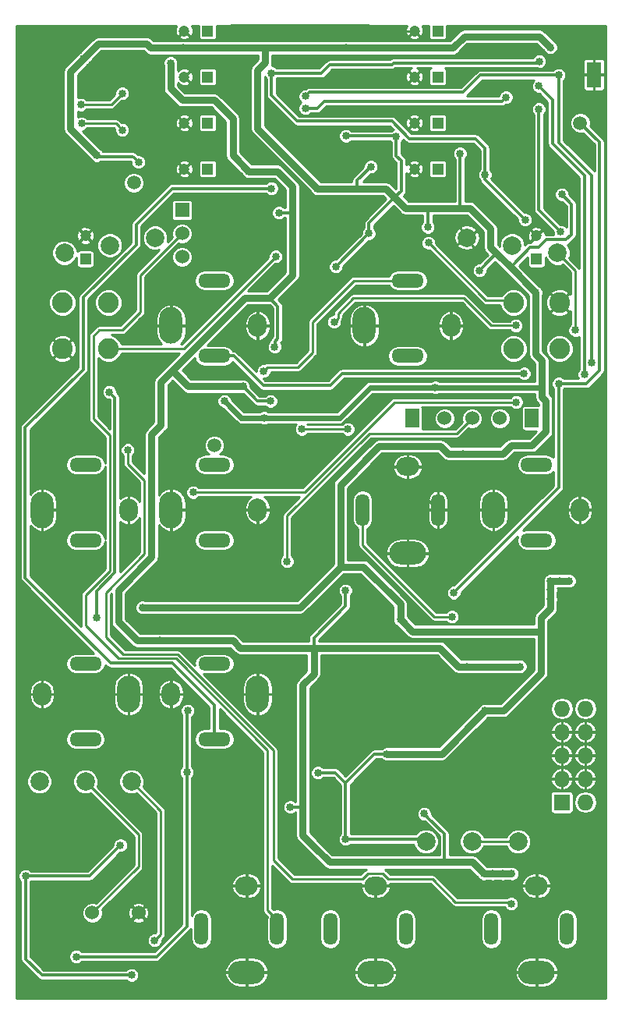
<source format=gtl>
G04 #@! TF.FileFunction,Copper,L1,Top,Signal*
%FSLAX46Y46*%
G04 Gerber Fmt 4.6, Leading zero omitted, Abs format (unit mm)*
G04 Created by KiCad (PCBNEW 4.0.2-stable) date 2017-05-29 11:54:06 AM*
%MOMM*%
G01*
G04 APERTURE LIST*
%ADD10C,0.100000*%
%ADD11C,1.998980*%
%ADD12O,4.000000X2.500000*%
%ADD13O,2.500000X2.000000*%
%ADD14O,1.500000X3.500000*%
%ADD15O,2.500000X4.000000*%
%ADD16O,2.000000X2.500000*%
%ADD17O,3.500000X1.500000*%
%ADD18R,1.200000X1.200000*%
%ADD19C,1.200000*%
%ADD20R,1.727200X1.727200*%
%ADD21O,1.727200X1.727200*%
%ADD22C,2.250000*%
%ADD23R,1.600000X2.800000*%
%ADD24C,1.524000*%
%ADD25C,1.500000*%
%ADD26R,1.524000X1.524000*%
%ADD27R,1.500000X2.000000*%
%ADD28C,0.850000*%
%ADD29C,0.250000*%
%ADD30C,0.350000*%
%ADD31C,0.600000*%
%ADD32C,0.800000*%
%ADD33C,0.254000*%
G04 APERTURE END LIST*
D10*
D11*
X114359238Y-49280570D03*
X119290666Y-50105808D03*
X109427810Y-48455332D03*
D12*
X103000000Y-82700000D03*
D13*
X103000000Y-73300000D03*
D14*
X98100000Y-78000000D03*
X106300000Y-78000000D03*
D15*
X86700000Y-98000000D03*
D16*
X77300000Y-98000000D03*
D17*
X82000000Y-102900000D03*
X82000000Y-94700000D03*
D18*
X68000000Y-50770000D03*
D19*
X68000000Y-48230000D03*
D18*
X117000000Y-50770000D03*
D19*
X117000000Y-48230000D03*
D18*
X81270000Y-26000000D03*
D19*
X78730000Y-26000000D03*
D18*
X81270000Y-31000000D03*
D19*
X78730000Y-31000000D03*
D18*
X81270000Y-36000000D03*
D19*
X78730000Y-36000000D03*
D18*
X81270000Y-41000000D03*
D19*
X78730000Y-41000000D03*
D18*
X106270000Y-26000000D03*
D19*
X103730000Y-26000000D03*
D18*
X106270000Y-31000000D03*
D19*
X103730000Y-31000000D03*
D18*
X106270000Y-36000000D03*
D19*
X103730000Y-36000000D03*
D18*
X106270000Y-41000000D03*
D19*
X103730000Y-41000000D03*
D15*
X98300000Y-58000000D03*
D16*
X107700000Y-58000000D03*
D17*
X103000000Y-53100000D03*
X103000000Y-61300000D03*
D15*
X72700000Y-98000000D03*
D16*
X63300000Y-98000000D03*
D17*
X68000000Y-102900000D03*
X68000000Y-94700000D03*
D15*
X112300000Y-78000000D03*
D16*
X121700000Y-78000000D03*
D17*
X117000000Y-73100000D03*
X117000000Y-81300000D03*
D15*
X77300000Y-78000000D03*
D16*
X86700000Y-78000000D03*
D17*
X82000000Y-73100000D03*
X82000000Y-81300000D03*
D15*
X77300000Y-58000000D03*
D16*
X86700000Y-58000000D03*
D17*
X82000000Y-53100000D03*
X82000000Y-61300000D03*
D15*
X63300000Y-78000000D03*
D16*
X72700000Y-78000000D03*
D17*
X68000000Y-73100000D03*
X68000000Y-81300000D03*
D12*
X85500000Y-128200000D03*
D13*
X85500000Y-118800000D03*
D14*
X80600000Y-123500000D03*
X88800000Y-123500000D03*
D12*
X99500000Y-128200000D03*
D13*
X99500000Y-118800000D03*
D14*
X94600000Y-123500000D03*
X102800000Y-123500000D03*
D12*
X117000000Y-128200000D03*
D13*
X117000000Y-118800000D03*
D14*
X112100000Y-123500000D03*
X120300000Y-123500000D03*
D20*
X119750000Y-109750000D03*
D21*
X122290000Y-109750000D03*
X119750000Y-107210000D03*
X122290000Y-107210000D03*
X119750000Y-104670000D03*
X122290000Y-104670000D03*
X119750000Y-102130000D03*
X122290000Y-102130000D03*
X119750000Y-99590000D03*
X122290000Y-99590000D03*
D22*
X65500000Y-55500000D03*
X70500000Y-55500000D03*
X70500000Y-60500000D03*
X65500000Y-60500000D03*
X119500000Y-60500000D03*
X114500000Y-60500000D03*
X114500000Y-55500000D03*
X119500000Y-55500000D03*
D23*
X123250000Y-30750000D03*
D24*
X68750000Y-121750000D03*
X73750000Y-121750000D03*
D11*
X110000000Y-114000000D03*
X115000000Y-114000000D03*
X105000000Y-114000000D03*
X70640762Y-49280570D03*
X75572190Y-48455332D03*
X65709334Y-50105808D03*
X68000000Y-107500000D03*
X63000000Y-107500000D03*
X73000000Y-107500000D03*
D25*
X121750000Y-36000000D03*
X73250000Y-42500000D03*
X82000000Y-71000000D03*
D26*
X78500000Y-45460000D03*
D24*
X78500000Y-48000000D03*
X78500000Y-50540000D03*
X113000000Y-68050000D03*
X110000000Y-68050000D03*
X107000000Y-68050000D03*
D27*
X116500000Y-68050000D03*
X103500000Y-68050000D03*
D28*
X98900000Y-31349998D03*
X103250000Y-51000000D03*
X92000000Y-56500000D03*
X71150000Y-91450000D03*
X81100000Y-63200000D03*
X80100000Y-65900000D03*
X111400000Y-69600000D03*
X97400000Y-68000000D03*
X64250000Y-112750000D03*
X93500000Y-117300000D03*
X95400000Y-114900000D03*
X73800000Y-105600000D03*
X124050020Y-65800000D03*
X93250000Y-110350000D03*
X103950900Y-90050900D03*
X123600000Y-96400000D03*
X120000000Y-87300000D03*
X63300000Y-42500000D03*
X74500000Y-68000000D03*
X94200000Y-61300000D03*
X81500000Y-114400000D03*
X92800000Y-105400000D03*
X103100000Y-102000000D03*
X94400000Y-83700000D03*
X115700000Y-51600000D03*
X109899776Y-42600576D03*
X96400000Y-41700000D03*
X95900000Y-34900000D03*
X100100000Y-34599994D03*
X65296917Y-36303739D03*
X70400000Y-31600000D03*
X103000000Y-57950000D03*
X83750000Y-44250000D03*
X83750000Y-48500000D03*
X116000000Y-107000000D03*
X116000000Y-104650000D03*
X115950000Y-102100000D03*
X120650000Y-70750000D03*
X76800000Y-108150000D03*
X81500000Y-108150000D03*
X72250000Y-68000000D03*
X121000000Y-38500000D03*
X90250000Y-87000000D03*
X68000000Y-78000000D03*
X104100000Y-43500000D03*
X96100000Y-45400000D03*
X73700000Y-36700000D03*
X67000000Y-27500000D03*
X93124998Y-29400000D03*
X86250000Y-85750000D03*
X114000000Y-38750000D03*
X111800000Y-28100000D03*
X89750000Y-94750000D03*
X105500000Y-94750000D03*
X83099725Y-66199898D03*
X119750000Y-43750000D03*
X116900000Y-54400000D03*
X74200000Y-88600000D03*
X93250000Y-106550000D03*
X102200000Y-89900000D03*
X118500000Y-87700000D03*
X118500000Y-86700000D03*
X87400000Y-68000000D03*
X106000000Y-64700000D03*
X95200000Y-51600000D03*
X110800001Y-51999999D03*
X71800000Y-114400000D03*
X118500010Y-27800000D03*
X78600000Y-27850900D03*
X109000000Y-71899100D03*
X108700000Y-39300000D03*
X111400000Y-99790000D03*
X61500000Y-117750000D03*
X119550000Y-85700000D03*
X120550000Y-85700000D03*
X118500000Y-85700000D03*
X96300000Y-37400000D03*
X69200000Y-89699998D03*
X70600000Y-65200000D03*
X107900000Y-27850900D03*
X96300000Y-27850900D03*
X98800000Y-48000000D03*
X93200000Y-43100000D03*
X105200000Y-47300000D03*
X101750000Y-37500000D03*
X99000000Y-40750000D03*
X87500000Y-29446400D03*
X73000000Y-128500000D03*
X96250000Y-113750000D03*
X100749996Y-104500000D03*
X67800000Y-29000000D03*
X73750000Y-40250000D03*
X69250000Y-39500000D03*
X114300000Y-117500014D03*
X113300000Y-117500014D03*
X111300018Y-117500000D03*
X112250000Y-117500014D03*
X76100000Y-92200000D03*
X115200000Y-95000000D03*
X88100000Y-66200000D03*
X76200000Y-68800000D03*
X104799998Y-111000000D03*
X111392881Y-41609980D03*
X89000000Y-45750000D03*
X88558904Y-60308904D03*
X85100000Y-64600000D03*
X67000000Y-126500000D03*
X109400000Y-95000000D03*
X92800000Y-93000000D03*
X79100000Y-99800000D03*
X79000010Y-106500000D03*
X90250000Y-110250000D03*
X96250000Y-86750000D03*
X115750000Y-46500000D03*
X88200000Y-30600000D03*
X117300000Y-29300000D03*
X85750000Y-41250000D03*
X77250000Y-29500000D03*
X107800000Y-89600004D03*
X88200000Y-43100000D03*
X72600000Y-71500000D03*
X114250000Y-120750000D03*
X95000000Y-57600000D03*
X114750000Y-58000000D03*
X119625040Y-47831297D03*
X117250000Y-34500000D03*
X72000000Y-36749980D03*
X67580068Y-36051170D03*
X67500000Y-33999980D03*
X72000000Y-32800000D03*
X87349969Y-62932001D03*
X91500000Y-69250000D03*
X96500000Y-69250000D03*
X89900004Y-83600000D03*
X119400000Y-64300000D03*
X115650000Y-63200000D03*
X108000000Y-87000000D03*
X122200000Y-63300000D03*
X117250000Y-32000000D03*
X123000020Y-62000000D03*
X119400000Y-30800000D03*
X91900000Y-33100000D03*
X113700000Y-33200000D03*
X91900000Y-34400000D03*
X75500000Y-124750000D03*
X88674980Y-50500000D03*
X105250000Y-49000000D03*
X114800000Y-66300000D03*
X121200000Y-58500000D03*
X79700000Y-76100000D03*
D29*
X93500000Y-117300000D02*
X90700000Y-114500000D01*
X90700000Y-114500000D02*
X90100000Y-114500000D01*
X73375001Y-105175001D02*
X73800000Y-105600000D01*
X72700000Y-104500000D02*
X73375001Y-105175001D01*
X72700000Y-98000000D02*
X72700000Y-104500000D01*
D30*
X121700000Y-78000000D02*
X121700000Y-68150020D01*
X121700000Y-68150020D02*
X124050020Y-65800000D01*
D29*
X122400000Y-86900000D02*
X122000000Y-87300000D01*
X122000000Y-87300000D02*
X120000000Y-87300000D01*
X122400000Y-80200000D02*
X122400000Y-86900000D01*
X121700000Y-78000000D02*
X121700000Y-79500000D01*
X121700000Y-79500000D02*
X122400000Y-80200000D01*
X81500000Y-108150000D02*
X81500000Y-114400000D01*
X100100006Y-34600000D02*
X100100000Y-34599994D01*
X100601040Y-34600000D02*
X100100006Y-34600000D01*
X101900000Y-34600000D02*
X100601040Y-34600000D01*
X103730000Y-36000000D02*
X102330000Y-34600000D01*
X102330000Y-34600000D02*
X100601040Y-34600000D01*
X83750000Y-48500000D02*
X83750000Y-44250000D01*
X116000000Y-104650000D02*
X115950000Y-106950000D01*
X115950000Y-106950000D02*
X116000000Y-107000000D01*
X119750000Y-102130000D02*
X115980000Y-102130000D01*
X115980000Y-102130000D02*
X115950000Y-102100000D01*
X82174999Y-26925001D02*
X82100000Y-27000000D01*
X82374999Y-26925001D02*
X82174999Y-26925001D01*
X83900000Y-25400000D02*
X82374999Y-26925001D01*
X99300000Y-26000000D02*
X98700000Y-25400000D01*
X82100000Y-27000000D02*
X79730000Y-27000000D01*
X98700000Y-25400000D02*
X83900000Y-25400000D01*
X79730000Y-27000000D02*
X78730000Y-26000000D01*
X103730000Y-26000000D02*
X99300000Y-26000000D01*
X103000000Y-74700000D02*
X105800000Y-77500000D01*
X103000000Y-73100000D02*
X103000000Y-74700000D01*
D31*
X87400000Y-68000000D02*
X84899827Y-68000000D01*
X84899827Y-68000000D02*
X83524724Y-66624897D01*
X83524724Y-66624897D02*
X83099725Y-66199898D01*
D30*
X119750000Y-43750000D02*
X120800000Y-44800000D01*
X116304998Y-49500000D02*
X114400000Y-51404998D01*
X120800000Y-44800000D02*
X120800000Y-48100000D01*
X120218683Y-48681317D02*
X118065685Y-48681317D01*
X120800000Y-48100000D02*
X120218683Y-48681317D01*
X118065685Y-48681317D02*
X117247002Y-49500000D01*
X117247002Y-49500000D02*
X116304998Y-49500000D01*
X114400000Y-51404998D02*
X114400000Y-51900000D01*
D32*
X114400000Y-51900000D02*
X116500000Y-54000000D01*
X112600000Y-50100000D02*
X114400000Y-51900000D01*
X82800000Y-88600000D02*
X74150000Y-88600000D01*
X82800000Y-88600000D02*
X91300000Y-88600000D01*
X91300000Y-88600000D02*
X95700000Y-84200000D01*
D30*
X93851040Y-106550000D02*
X93250000Y-106550000D01*
X95150000Y-106550000D02*
X93851040Y-106550000D01*
X96250000Y-107650000D02*
X95150000Y-106550000D01*
D32*
X111400000Y-99790000D02*
X113410000Y-99790000D01*
X113410000Y-99790000D02*
X117500000Y-95700000D01*
X117500000Y-95700000D02*
X117500000Y-91200000D01*
X95700000Y-84200000D02*
X98200000Y-84200000D01*
X98200000Y-84200000D02*
X102200000Y-88200000D01*
X102200000Y-88200000D02*
X102200000Y-89900000D01*
X102200000Y-89900000D02*
X103500000Y-91200000D01*
X103500000Y-91200000D02*
X117500000Y-91200000D01*
D31*
X87400000Y-68000000D02*
X95600000Y-68000000D01*
X95600000Y-68000000D02*
X98900000Y-64700000D01*
X98900000Y-64700000D02*
X105398960Y-64700000D01*
X105398960Y-64700000D02*
X106000000Y-64700000D01*
D32*
X117600000Y-64950000D02*
X117600000Y-64500000D01*
X117600000Y-64500000D02*
X117600000Y-61808996D01*
D31*
X106000000Y-64700000D02*
X117400000Y-64700000D01*
X117400000Y-64700000D02*
X117600000Y-64500000D01*
D32*
X109000000Y-71899100D02*
X113350900Y-71899100D01*
X113350900Y-71899100D02*
X114250000Y-71000000D01*
X114250000Y-71000000D02*
X116500000Y-71000000D01*
X116500000Y-71000000D02*
X118000000Y-69500000D01*
X118000000Y-69500000D02*
X118000000Y-66150000D01*
X118000000Y-66150000D02*
X117600000Y-65750000D01*
D30*
X117550000Y-64900000D02*
X117600000Y-64950000D01*
D32*
X117600000Y-65750000D02*
X117600000Y-64950000D01*
D30*
X98800000Y-48000000D02*
X95200000Y-51600000D01*
D32*
X117600000Y-61808996D02*
X116900000Y-61108996D01*
X116900000Y-61108996D02*
X116900000Y-54400000D01*
X116900000Y-54400000D02*
X116500000Y-54000000D01*
D30*
X111225000Y-51575000D02*
X110800001Y-51999999D01*
X112600000Y-50100000D02*
X112600000Y-50200000D01*
X112600000Y-50200000D02*
X111225000Y-51575000D01*
X111290000Y-99790000D02*
X111400000Y-99790000D01*
D32*
X111400000Y-99790000D02*
X110975001Y-100214999D01*
X110975001Y-100214999D02*
X110975001Y-100224999D01*
X102200000Y-104500000D02*
X100749996Y-104500000D01*
X110975001Y-100224999D02*
X106700000Y-104500000D01*
X106700000Y-104500000D02*
X102200000Y-104500000D01*
D30*
X71375001Y-114824999D02*
X71800000Y-114400000D01*
X68450000Y-117750000D02*
X71375001Y-114824999D01*
X61500000Y-117750000D02*
X68450000Y-117750000D01*
X96250000Y-113750000D02*
X96250000Y-107650000D01*
X96250000Y-107650000D02*
X99400000Y-104500000D01*
X99400000Y-104500000D02*
X100749996Y-104500000D01*
X96250000Y-113750000D02*
X104750000Y-113750000D01*
X104750000Y-113750000D02*
X105000000Y-114000000D01*
D32*
X118075011Y-27375001D02*
X118500010Y-27800000D01*
X109150900Y-26600000D02*
X117300010Y-26600000D01*
X117300010Y-26600000D02*
X118075011Y-27375001D01*
X107900000Y-27850900D02*
X109150900Y-26600000D01*
X75100900Y-27850900D02*
X78600000Y-27850900D01*
X78600000Y-27850900D02*
X87500000Y-27850900D01*
X107378500Y-71899100D02*
X109000000Y-71899100D01*
D30*
X108600000Y-45250000D02*
X108700000Y-45150000D01*
X108700000Y-45150000D02*
X108700000Y-39901040D01*
X108700000Y-39901040D02*
X108700000Y-39300000D01*
D32*
X67375001Y-29424999D02*
X67800000Y-29000000D01*
X66371918Y-30428082D02*
X67375001Y-29424999D01*
X66371918Y-36621918D02*
X66371918Y-30428082D01*
X69250000Y-39500000D02*
X66371918Y-36621918D01*
D30*
X69200000Y-86822168D02*
X69200000Y-89098958D01*
X70600000Y-65200000D02*
X71200011Y-65800011D01*
X71200011Y-65800011D02*
X71200011Y-84822157D01*
X69200000Y-89098958D02*
X69200000Y-89699998D01*
X71200011Y-84822157D02*
X69200000Y-86822168D01*
D32*
X95700000Y-83000000D02*
X95700000Y-84200000D01*
D30*
X73000000Y-128500000D02*
X63250000Y-128500000D01*
X63250000Y-128500000D02*
X61500000Y-126750000D01*
X61500000Y-126750000D02*
X61500000Y-126500000D01*
X61500000Y-126500000D02*
X61500000Y-117750000D01*
D32*
X95700000Y-83000000D02*
X95700000Y-75300000D01*
X95700000Y-75300000D02*
X99900000Y-71100000D01*
X99900000Y-71100000D02*
X106579400Y-71100000D01*
X106579400Y-71100000D02*
X107378500Y-71899100D01*
X118500000Y-85700000D02*
X120450000Y-85700000D01*
X120450000Y-85700000D02*
X120550000Y-85700000D01*
X117500000Y-91200000D02*
X117500000Y-89700000D01*
X117500000Y-89700000D02*
X118500000Y-88700000D01*
X118500000Y-88700000D02*
X118500000Y-85700000D01*
X97500000Y-27850900D02*
X107900000Y-27850900D01*
X71250000Y-27399100D02*
X74649100Y-27399100D01*
X74649100Y-27399100D02*
X75100900Y-27850900D01*
D30*
X70750000Y-39649100D02*
X73149100Y-39649100D01*
X73149100Y-39649100D02*
X73250000Y-39750000D01*
X73250000Y-39750000D02*
X73750000Y-40250000D01*
X70750000Y-39649100D02*
X69399100Y-39649100D01*
X69399100Y-39649100D02*
X69250000Y-39500000D01*
X97500000Y-37399100D02*
X96300900Y-37399100D01*
X96300900Y-37399100D02*
X96300000Y-37400000D01*
D32*
X87500000Y-29446400D02*
X87500000Y-27850900D01*
X86700000Y-36600000D02*
X86700000Y-30246400D01*
X86700000Y-30246400D02*
X87500000Y-29446400D01*
X93200000Y-43100000D02*
X86700000Y-36600000D01*
X97500000Y-43149100D02*
X93249100Y-43149100D01*
X93249100Y-43149100D02*
X93200000Y-43100000D01*
X105000000Y-45250000D02*
X108600000Y-45250000D01*
X108600000Y-45250000D02*
X109750000Y-45250000D01*
D30*
X101750000Y-37500000D02*
X101750000Y-39550000D01*
X102300000Y-40100000D02*
X102300000Y-43400000D01*
X101750000Y-39550000D02*
X102300000Y-40100000D01*
X102300000Y-43400000D02*
X101600000Y-44100000D01*
D32*
X109750000Y-45250000D02*
X112000000Y-47500000D01*
X112000000Y-47500000D02*
X112000000Y-49500000D01*
X112000000Y-49500000D02*
X112600000Y-50100000D01*
X91450900Y-27850900D02*
X96300000Y-27850900D01*
X97500000Y-27850900D02*
X96300000Y-27850900D01*
X87500000Y-27850900D02*
X91450900Y-27850900D01*
X100649100Y-43149100D02*
X101600000Y-44100000D01*
X101600000Y-44100000D02*
X102750000Y-45250000D01*
D30*
X98800000Y-48000000D02*
X98800000Y-46900000D01*
X98800000Y-46900000D02*
X101600000Y-44100000D01*
D32*
X97500000Y-43149100D02*
X100649100Y-43149100D01*
X102750000Y-45250000D02*
X105000000Y-45250000D01*
D30*
X105200000Y-47300000D02*
X105200000Y-45450000D01*
X105200000Y-45450000D02*
X105000000Y-45250000D01*
X97500000Y-37399100D02*
X101649100Y-37399100D01*
X101649100Y-37399100D02*
X101750000Y-37500000D01*
X99000000Y-40750000D02*
X97500000Y-42250000D01*
X97500000Y-42250000D02*
X97500000Y-43149100D01*
D32*
X71250000Y-27399100D02*
X69878500Y-27399100D01*
X69878500Y-27399100D02*
X69877600Y-27400000D01*
X69877600Y-27400000D02*
X69400000Y-27400000D01*
D30*
X116809966Y-54000000D02*
X116500000Y-54000000D01*
D32*
X69400000Y-27400000D02*
X68224999Y-28575001D01*
X68224999Y-28575001D02*
X67800000Y-29000000D01*
X111300018Y-117500000D02*
X112249986Y-117500000D01*
X112249986Y-117500000D02*
X112250000Y-117500014D01*
X113300000Y-117500014D02*
X114300000Y-117500014D01*
X112250000Y-117500014D02*
X113300000Y-117500014D01*
X107000000Y-116250000D02*
X110050018Y-116250000D01*
X110050018Y-116250000D02*
X111300018Y-117500000D01*
X82600000Y-92200000D02*
X76100000Y-92200000D01*
X76100000Y-92200000D02*
X73608996Y-92200000D01*
X109400000Y-95000000D02*
X115200000Y-95000000D01*
D30*
X92800000Y-93000000D02*
X92800000Y-91900000D01*
X92800000Y-91900000D02*
X96250000Y-88450000D01*
X96250000Y-88450000D02*
X96250000Y-86750000D01*
D32*
X92800000Y-93000000D02*
X106500000Y-93000000D01*
X106500000Y-93000000D02*
X108500000Y-95000000D01*
X108500000Y-95000000D02*
X108550000Y-95000000D01*
X108550000Y-95000000D02*
X109400000Y-95000000D01*
X91600900Y-110250000D02*
X91600900Y-96999100D01*
X92800000Y-95800000D02*
X92800000Y-93000000D01*
X91600900Y-96999100D02*
X92800000Y-95800000D01*
D30*
X87498960Y-66200000D02*
X88100000Y-66200000D01*
X86700000Y-66200000D02*
X87498960Y-66200000D01*
X85100000Y-64600000D02*
X86700000Y-66200000D01*
D32*
X75175001Y-69824999D02*
X75775001Y-69224999D01*
X75175001Y-83121030D02*
X75175001Y-69824999D01*
X73608996Y-92200000D02*
X71574998Y-90166002D01*
X71574998Y-86721033D02*
X75175001Y-83121030D01*
X76200000Y-68198960D02*
X76200000Y-68800000D01*
X75775001Y-69224999D02*
X76200000Y-68800000D01*
X77450000Y-62870087D02*
X76200000Y-64120087D01*
X76200000Y-64120087D02*
X76200000Y-68198960D01*
X71574998Y-90166002D02*
X71574998Y-86721033D01*
D30*
X67000000Y-126500000D02*
X75700000Y-126500000D01*
X79000010Y-123199990D02*
X79000010Y-107101040D01*
X75700000Y-126500000D02*
X79000010Y-123199990D01*
X79000010Y-107101040D02*
X79000010Y-106500000D01*
X105224997Y-111424999D02*
X104799998Y-111000000D01*
X107000000Y-113200002D02*
X105224997Y-111424999D01*
X107000000Y-116250000D02*
X107000000Y-113200002D01*
X88000000Y-55000000D02*
X88899100Y-55899100D01*
X88899100Y-55899100D02*
X88899100Y-59400900D01*
X88899100Y-59400900D02*
X88600000Y-59700000D01*
X88600000Y-59700000D02*
X88600000Y-60267808D01*
X88600000Y-60267808D02*
X88558904Y-60308904D01*
X88200000Y-30600000D02*
X88200000Y-33000000D01*
X88200000Y-33000000D02*
X91000000Y-35800000D01*
X91000000Y-35800000D02*
X101308004Y-35800000D01*
X110358004Y-37700000D02*
X111400000Y-38741996D01*
X101308004Y-35800000D02*
X103208004Y-37700000D01*
X103208004Y-37700000D02*
X110358004Y-37700000D01*
X111400000Y-38741996D02*
X111400000Y-41602861D01*
X111400000Y-41602861D02*
X111392881Y-41609980D01*
X111392881Y-42142881D02*
X111392881Y-41609980D01*
X115750000Y-46500000D02*
X111392881Y-42142881D01*
D32*
X85100000Y-64600000D02*
X79150000Y-64600000D01*
X79150000Y-64600000D02*
X78550000Y-64000000D01*
X78550000Y-64000000D02*
X78550000Y-63970087D01*
X78550000Y-63970087D02*
X77450000Y-62870087D01*
X90500000Y-52500000D02*
X90500000Y-45750000D01*
X90500000Y-45750000D02*
X90500000Y-42900000D01*
D30*
X89000000Y-45750000D02*
X90500000Y-45750000D01*
D32*
X88000000Y-55000000D02*
X90500000Y-52500000D01*
X90500000Y-42900000D02*
X88850000Y-41250000D01*
X88850000Y-41250000D02*
X85750000Y-41250000D01*
X77450000Y-62870087D02*
X85320087Y-55000000D01*
X85320087Y-55000000D02*
X88000000Y-55000000D01*
X92800000Y-93000000D02*
X84800000Y-93000000D01*
X84800000Y-93000000D02*
X84000000Y-92200000D01*
X84000000Y-92200000D02*
X82600000Y-92200000D01*
D30*
X79000010Y-99899990D02*
X79100000Y-99800000D01*
X79000010Y-106500000D02*
X79000010Y-99899990D01*
X93600000Y-30600000D02*
X94550900Y-29649100D01*
X88200000Y-30600000D02*
X93600000Y-30600000D01*
X94550900Y-29649100D02*
X101300000Y-29649100D01*
X101300000Y-29649100D02*
X101449100Y-29500000D01*
X101449100Y-29500000D02*
X117100000Y-29500000D01*
X117100000Y-29500000D02*
X117300000Y-29300000D01*
D32*
X92750000Y-114500000D02*
X91600900Y-113350900D01*
X91600900Y-113350900D02*
X91600900Y-110250000D01*
D30*
X90250000Y-110250000D02*
X91600900Y-110250000D01*
D32*
X107000000Y-116250000D02*
X94500000Y-116250000D01*
X94500000Y-116250000D02*
X92750000Y-114500000D01*
X85750000Y-41250000D02*
X84000000Y-39500000D01*
X82000000Y-33500000D02*
X78500000Y-33500000D01*
X84000000Y-39500000D02*
X84000000Y-35500000D01*
X84000000Y-35500000D02*
X82000000Y-33500000D01*
X78500000Y-33500000D02*
X77250000Y-32250000D01*
X77250000Y-32250000D02*
X77250000Y-30101040D01*
X77250000Y-30101040D02*
X77250000Y-29500000D01*
D29*
X98100000Y-78000000D02*
X98100000Y-81800000D01*
X98100000Y-81800000D02*
X105900004Y-89600004D01*
X105900004Y-89600004D02*
X107198960Y-89600004D01*
X107198960Y-89600004D02*
X107800000Y-89600004D01*
X110000000Y-114000000D02*
X115000000Y-114000000D01*
D30*
X88200000Y-43100000D02*
X77400000Y-43100000D01*
X61450000Y-85350000D02*
X70750022Y-94650022D01*
X77400000Y-43100000D02*
X73500000Y-47000000D01*
X73500000Y-47000000D02*
X73500000Y-49200000D01*
X73500000Y-49200000D02*
X67750000Y-54950000D01*
X77450022Y-94650022D02*
X82000000Y-99200000D01*
X82000000Y-101800000D02*
X82000000Y-102900000D01*
X67750000Y-54950000D02*
X67750000Y-62750000D01*
X67750000Y-62750000D02*
X61450000Y-69050000D01*
X61450000Y-69050000D02*
X61450000Y-85350000D01*
X70750022Y-94650022D02*
X77450022Y-94650022D01*
X82000000Y-99200000D02*
X82000000Y-101800000D01*
D29*
X72600000Y-71500000D02*
X72600000Y-73000000D01*
X98076153Y-118100000D02*
X98701163Y-117474990D01*
X74400000Y-82800000D02*
X70200000Y-87000000D01*
X72600000Y-73000000D02*
X74400000Y-74800000D01*
X70200000Y-87000000D02*
X70200000Y-91800000D01*
X74400000Y-74800000D02*
X74400000Y-82800000D01*
X70200000Y-91800000D02*
X72100000Y-93700000D01*
X90500000Y-118100000D02*
X98076153Y-118100000D01*
X78000000Y-93700000D02*
X88400000Y-104100000D01*
X72100000Y-93700000D02*
X78000000Y-93700000D01*
X88400000Y-104100000D02*
X88400000Y-116000000D01*
X88400000Y-116000000D02*
X90500000Y-118100000D01*
X105700000Y-118100000D02*
X108200000Y-120600000D01*
X100298837Y-117474990D02*
X100923847Y-118100000D01*
X98701163Y-117474990D02*
X100298837Y-117474990D01*
X100923847Y-118100000D02*
X105700000Y-118100000D01*
X108200000Y-120600000D02*
X114100000Y-120600000D01*
X114100000Y-120600000D02*
X114250000Y-120750000D01*
X68750000Y-121750000D02*
X73750000Y-116750000D01*
X73750000Y-116750000D02*
X73750000Y-113250000D01*
X73750000Y-113250000D02*
X68000000Y-107500000D01*
X114750000Y-58000000D02*
X112100000Y-58000000D01*
X112100000Y-58000000D02*
X109100000Y-55000000D01*
X109100000Y-55000000D02*
X97100000Y-55000000D01*
X97100000Y-55000000D02*
X95424999Y-56675001D01*
X95424999Y-56675001D02*
X95424999Y-57175001D01*
X95424999Y-57175001D02*
X95000000Y-57600000D01*
D30*
X119200041Y-47406298D02*
X119625040Y-47831297D01*
X117250000Y-34500000D02*
X117250000Y-45456257D01*
X117250000Y-45456257D02*
X119200041Y-47406298D01*
D29*
X71575001Y-36324981D02*
X72000000Y-36749980D01*
X71301190Y-36051170D02*
X71575001Y-36324981D01*
X67580068Y-36051170D02*
X71301190Y-36051170D01*
X72000000Y-32800000D02*
X70800020Y-33999980D01*
X70800020Y-33999980D02*
X68101040Y-33999980D01*
X68101040Y-33999980D02*
X67500000Y-33999980D01*
X92700000Y-60900000D02*
X92700000Y-57581970D01*
X92700000Y-57581970D02*
X97181970Y-53100000D01*
X91092998Y-62507002D02*
X92700000Y-60900000D01*
X87774968Y-62507002D02*
X91092998Y-62507002D01*
X103000000Y-53100000D02*
X97181970Y-53100000D01*
X87774968Y-62507002D02*
X87349969Y-62932001D01*
X96500000Y-69250000D02*
X91500000Y-69250000D01*
X110000000Y-68050000D02*
X108350000Y-69700000D01*
X108350000Y-69700000D02*
X98836410Y-69700000D01*
X98836410Y-69700000D02*
X89900004Y-78636406D01*
X89900004Y-78636406D02*
X89900004Y-82998960D01*
X89900004Y-82998960D02*
X89900004Y-83600000D01*
D30*
X123848740Y-62835262D02*
X122384002Y-64300000D01*
X120001040Y-64300000D02*
X119400000Y-64300000D01*
X121750000Y-36000000D02*
X123848740Y-38098740D01*
X123848740Y-38098740D02*
X123848740Y-62835262D01*
X122384002Y-64300000D02*
X120001040Y-64300000D01*
X108000000Y-87000000D02*
X119400000Y-75600000D01*
X119400000Y-75600000D02*
X119400000Y-64901040D01*
X119400000Y-64901040D02*
X119400000Y-64300000D01*
X115048960Y-63200000D02*
X115650000Y-63200000D01*
X95900000Y-63200000D02*
X115048960Y-63200000D01*
X94600000Y-64500000D02*
X95900000Y-63200000D01*
X87300000Y-64500000D02*
X94600000Y-64500000D01*
X82000000Y-61300000D02*
X84100000Y-61300000D01*
X84100000Y-61300000D02*
X87300000Y-64500000D01*
X122200000Y-41700000D02*
X122200000Y-63300000D01*
X118750000Y-33500000D02*
X118750000Y-38250000D01*
X118750000Y-38250000D02*
X122200000Y-41700000D01*
X117250000Y-32000000D02*
X118750000Y-33500000D01*
X123000020Y-61398960D02*
X123000020Y-62000000D01*
X119400000Y-38122168D02*
X123000020Y-41722188D01*
X119400000Y-30800000D02*
X119400000Y-38122168D01*
X123000020Y-41722188D02*
X123000020Y-61398960D01*
X110900000Y-30800000D02*
X118798960Y-30800000D01*
X109024999Y-32675001D02*
X110900000Y-30800000D01*
X118798960Y-30800000D02*
X119400000Y-30800000D01*
X92324999Y-32675001D02*
X109024999Y-32675001D01*
X91900000Y-33100000D02*
X92324999Y-32675001D01*
X93200000Y-34400000D02*
X93975001Y-33624999D01*
X91900000Y-34400000D02*
X93200000Y-34400000D01*
X93975001Y-33624999D02*
X113275001Y-33624999D01*
X113275001Y-33624999D02*
X113700000Y-33200000D01*
D29*
X73000000Y-107500000D02*
X76200000Y-110700000D01*
X76200000Y-110700000D02*
X76200000Y-124050000D01*
X76200000Y-124050000D02*
X75500000Y-124750000D01*
X88249981Y-50924999D02*
X88674980Y-50500000D01*
X70500000Y-60500000D02*
X78674980Y-60500000D01*
X78674980Y-60500000D02*
X88249981Y-50924999D01*
X114500000Y-55500000D02*
X114250000Y-55250000D01*
X114250000Y-55250000D02*
X111500000Y-55250000D01*
X111500000Y-55250000D02*
X105250000Y-49000000D01*
X77738001Y-48761999D02*
X78500000Y-48000000D01*
X74000000Y-52500000D02*
X77738001Y-48761999D01*
X70650000Y-84594335D02*
X70650000Y-69900000D01*
X70650000Y-69900000D02*
X68853998Y-68103998D01*
X68000000Y-87244335D02*
X70650000Y-84594335D01*
X68853998Y-68103998D02*
X68853998Y-59146002D01*
X68853998Y-59146002D02*
X69500000Y-58500000D01*
X68000000Y-90536410D02*
X68000000Y-87244335D01*
X77813601Y-94150011D02*
X71613601Y-94150011D01*
X88800000Y-122500000D02*
X87800000Y-121500000D01*
X74000000Y-56500000D02*
X74000000Y-52500000D01*
X69500000Y-58500000D02*
X72000000Y-58500000D01*
X71613601Y-94150011D02*
X68000000Y-90536410D01*
X87800000Y-121500000D02*
X87800000Y-104136410D01*
X88800000Y-123500000D02*
X88800000Y-122500000D01*
X72000000Y-58500000D02*
X74000000Y-56500000D01*
X87800000Y-104136410D02*
X77813601Y-94150011D01*
X101600000Y-66300000D02*
X114198960Y-66300000D01*
X114198960Y-66300000D02*
X114800000Y-66300000D01*
X91800000Y-76100000D02*
X101600000Y-66300000D01*
X79700000Y-76100000D02*
X91800000Y-76100000D01*
X119290666Y-50105808D02*
X121200000Y-52015142D01*
X121200000Y-52015142D02*
X121200000Y-58500000D01*
D33*
G36*
X77751802Y-25791277D02*
X77746388Y-26181505D01*
X77890720Y-26544101D01*
X77906138Y-26567175D01*
X78072382Y-26621697D01*
X78694079Y-26000000D01*
X78679937Y-25985858D01*
X78715858Y-25949937D01*
X78730000Y-25964079D01*
X78744143Y-25949937D01*
X78780064Y-25985858D01*
X78765921Y-26000000D01*
X79387618Y-26621697D01*
X79553862Y-26567175D01*
X79708198Y-26208723D01*
X79713612Y-25818495D01*
X79569320Y-25456000D01*
X80281536Y-25456000D01*
X80281536Y-26600000D01*
X80308103Y-26741190D01*
X80391546Y-26870865D01*
X80518866Y-26957859D01*
X80670000Y-26988464D01*
X81870000Y-26988464D01*
X82011190Y-26961897D01*
X82140865Y-26878454D01*
X82227859Y-26751134D01*
X82246796Y-26657618D01*
X103108303Y-26657618D01*
X103162825Y-26823862D01*
X103521277Y-26978198D01*
X103911505Y-26983612D01*
X104274101Y-26839280D01*
X104297175Y-26823862D01*
X104351697Y-26657618D01*
X103730000Y-26035921D01*
X103108303Y-26657618D01*
X82246796Y-26657618D01*
X82258464Y-26600000D01*
X82258464Y-25456000D01*
X102896160Y-25456000D01*
X102751802Y-25791277D01*
X102746388Y-26181505D01*
X102890720Y-26544101D01*
X102906138Y-26567175D01*
X103072382Y-26621697D01*
X103694079Y-26000000D01*
X103679937Y-25985858D01*
X103715858Y-25949937D01*
X103730000Y-25964079D01*
X103744143Y-25949937D01*
X103780064Y-25985858D01*
X103765921Y-26000000D01*
X104387618Y-26621697D01*
X104553862Y-26567175D01*
X104708198Y-26208723D01*
X104713612Y-25818495D01*
X104569320Y-25456000D01*
X105281536Y-25456000D01*
X105281536Y-26600000D01*
X105308103Y-26741190D01*
X105391546Y-26870865D01*
X105518866Y-26957859D01*
X105670000Y-26988464D01*
X106870000Y-26988464D01*
X107011190Y-26961897D01*
X107140865Y-26878454D01*
X107227859Y-26751134D01*
X107258464Y-26600000D01*
X107258464Y-25456000D01*
X124544000Y-25456000D01*
X124544000Y-131044000D01*
X60456000Y-131044000D01*
X60456000Y-117909620D01*
X60693861Y-117909620D01*
X60816308Y-118205966D01*
X60944000Y-118333881D01*
X60944000Y-126750000D01*
X60972475Y-126893151D01*
X60986323Y-126962772D01*
X61106849Y-127143151D01*
X62856849Y-128893152D01*
X63037228Y-129013677D01*
X63250000Y-129056000D01*
X72416168Y-129056000D01*
X72542842Y-129182895D01*
X72838973Y-129305859D01*
X73159620Y-129306139D01*
X73455966Y-129183692D01*
X73682895Y-128957158D01*
X73805859Y-128661027D01*
X73806016Y-128480201D01*
X83143249Y-128480201D01*
X83233433Y-128800690D01*
X83578749Y-129335330D01*
X84102377Y-129697127D01*
X84724600Y-129831000D01*
X85474600Y-129831000D01*
X85474600Y-128225400D01*
X85525400Y-128225400D01*
X85525400Y-129831000D01*
X86275400Y-129831000D01*
X86897623Y-129697127D01*
X87421251Y-129335330D01*
X87766567Y-128800690D01*
X87856751Y-128480201D01*
X97143249Y-128480201D01*
X97233433Y-128800690D01*
X97578749Y-129335330D01*
X98102377Y-129697127D01*
X98724600Y-129831000D01*
X99474600Y-129831000D01*
X99474600Y-128225400D01*
X99525400Y-128225400D01*
X99525400Y-129831000D01*
X100275400Y-129831000D01*
X100897623Y-129697127D01*
X101421251Y-129335330D01*
X101766567Y-128800690D01*
X101856751Y-128480201D01*
X114643249Y-128480201D01*
X114733433Y-128800690D01*
X115078749Y-129335330D01*
X115602377Y-129697127D01*
X116224600Y-129831000D01*
X116974600Y-129831000D01*
X116974600Y-128225400D01*
X117025400Y-128225400D01*
X117025400Y-129831000D01*
X117775400Y-129831000D01*
X118397623Y-129697127D01*
X118921251Y-129335330D01*
X119266567Y-128800690D01*
X119356751Y-128480201D01*
X119285540Y-128225400D01*
X117025400Y-128225400D01*
X116974600Y-128225400D01*
X114714460Y-128225400D01*
X114643249Y-128480201D01*
X101856751Y-128480201D01*
X101785540Y-128225400D01*
X99525400Y-128225400D01*
X99474600Y-128225400D01*
X97214460Y-128225400D01*
X97143249Y-128480201D01*
X87856751Y-128480201D01*
X87785540Y-128225400D01*
X85525400Y-128225400D01*
X85474600Y-128225400D01*
X83214460Y-128225400D01*
X83143249Y-128480201D01*
X73806016Y-128480201D01*
X73806139Y-128340380D01*
X73683692Y-128044034D01*
X73559674Y-127919799D01*
X83143249Y-127919799D01*
X83214460Y-128174600D01*
X85474600Y-128174600D01*
X85474600Y-126569000D01*
X85525400Y-126569000D01*
X85525400Y-128174600D01*
X87785540Y-128174600D01*
X87856751Y-127919799D01*
X97143249Y-127919799D01*
X97214460Y-128174600D01*
X99474600Y-128174600D01*
X99474600Y-126569000D01*
X99525400Y-126569000D01*
X99525400Y-128174600D01*
X101785540Y-128174600D01*
X101856751Y-127919799D01*
X114643249Y-127919799D01*
X114714460Y-128174600D01*
X116974600Y-128174600D01*
X116974600Y-126569000D01*
X117025400Y-126569000D01*
X117025400Y-128174600D01*
X119285540Y-128174600D01*
X119356751Y-127919799D01*
X119266567Y-127599310D01*
X118921251Y-127064670D01*
X118397623Y-126702873D01*
X117775400Y-126569000D01*
X117025400Y-126569000D01*
X116974600Y-126569000D01*
X116224600Y-126569000D01*
X115602377Y-126702873D01*
X115078749Y-127064670D01*
X114733433Y-127599310D01*
X114643249Y-127919799D01*
X101856751Y-127919799D01*
X101766567Y-127599310D01*
X101421251Y-127064670D01*
X100897623Y-126702873D01*
X100275400Y-126569000D01*
X99525400Y-126569000D01*
X99474600Y-126569000D01*
X98724600Y-126569000D01*
X98102377Y-126702873D01*
X97578749Y-127064670D01*
X97233433Y-127599310D01*
X97143249Y-127919799D01*
X87856751Y-127919799D01*
X87766567Y-127599310D01*
X87421251Y-127064670D01*
X86897623Y-126702873D01*
X86275400Y-126569000D01*
X85525400Y-126569000D01*
X85474600Y-126569000D01*
X84724600Y-126569000D01*
X84102377Y-126702873D01*
X83578749Y-127064670D01*
X83233433Y-127599310D01*
X83143249Y-127919799D01*
X73559674Y-127919799D01*
X73457158Y-127817105D01*
X73161027Y-127694141D01*
X72840380Y-127693861D01*
X72544034Y-127816308D01*
X72416119Y-127944000D01*
X63480303Y-127944000D01*
X62195923Y-126659620D01*
X66193861Y-126659620D01*
X66316308Y-126955966D01*
X66542842Y-127182895D01*
X66838973Y-127305859D01*
X67159620Y-127306139D01*
X67455966Y-127183692D01*
X67583881Y-127056000D01*
X75700000Y-127056000D01*
X75912772Y-127013677D01*
X76093151Y-126893151D01*
X79393161Y-123593141D01*
X79469000Y-123479640D01*
X79469000Y-124541749D01*
X79555092Y-124974564D01*
X79800262Y-125341487D01*
X80167185Y-125586657D01*
X80600000Y-125672749D01*
X81032815Y-125586657D01*
X81399738Y-125341487D01*
X81644908Y-124974564D01*
X81731000Y-124541749D01*
X81731000Y-122458251D01*
X81644908Y-122025436D01*
X81399738Y-121658513D01*
X81032815Y-121413343D01*
X80600000Y-121327251D01*
X80167185Y-121413343D01*
X79800262Y-121658513D01*
X79556010Y-122024062D01*
X79556010Y-119041087D01*
X83890207Y-119041087D01*
X83964403Y-119305020D01*
X84255526Y-119758554D01*
X84698048Y-120066157D01*
X85224600Y-120181000D01*
X85474600Y-120181000D01*
X85474600Y-118825400D01*
X85525400Y-118825400D01*
X85525400Y-120181000D01*
X85775400Y-120181000D01*
X86301952Y-120066157D01*
X86744474Y-119758554D01*
X87035597Y-119305020D01*
X87109793Y-119041087D01*
X87035499Y-118825400D01*
X85525400Y-118825400D01*
X85474600Y-118825400D01*
X83964501Y-118825400D01*
X83890207Y-119041087D01*
X79556010Y-119041087D01*
X79556010Y-118558913D01*
X83890207Y-118558913D01*
X83964501Y-118774600D01*
X85474600Y-118774600D01*
X85474600Y-117419000D01*
X85525400Y-117419000D01*
X85525400Y-118774600D01*
X87035499Y-118774600D01*
X87109793Y-118558913D01*
X87035597Y-118294980D01*
X86744474Y-117841446D01*
X86301952Y-117533843D01*
X85775400Y-117419000D01*
X85525400Y-117419000D01*
X85474600Y-117419000D01*
X85224600Y-117419000D01*
X84698048Y-117533843D01*
X84255526Y-117841446D01*
X83964403Y-118294980D01*
X83890207Y-118558913D01*
X79556010Y-118558913D01*
X79556010Y-107083832D01*
X79682905Y-106957158D01*
X79805869Y-106661027D01*
X79806149Y-106340380D01*
X79683702Y-106044034D01*
X79556010Y-105916119D01*
X79556010Y-100483648D01*
X79782895Y-100257158D01*
X79905859Y-99961027D01*
X79906139Y-99640380D01*
X79783692Y-99344034D01*
X79557158Y-99117105D01*
X79261027Y-98994141D01*
X78940380Y-98993861D01*
X78644034Y-99116308D01*
X78417105Y-99342842D01*
X78294141Y-99638973D01*
X78293861Y-99959620D01*
X78416308Y-100255966D01*
X78444010Y-100283716D01*
X78444010Y-105916168D01*
X78317115Y-106042842D01*
X78194151Y-106338973D01*
X78193871Y-106659620D01*
X78316318Y-106955966D01*
X78444010Y-107083881D01*
X78444010Y-122969688D01*
X75469698Y-125944000D01*
X67583832Y-125944000D01*
X67457158Y-125817105D01*
X67161027Y-125694141D01*
X66840380Y-125693861D01*
X66544034Y-125816308D01*
X66317105Y-126042842D01*
X66194141Y-126338973D01*
X66193861Y-126659620D01*
X62195923Y-126659620D01*
X62056000Y-126519698D01*
X62056000Y-118333832D01*
X62083881Y-118306000D01*
X68450000Y-118306000D01*
X68662772Y-118263677D01*
X68843151Y-118143151D01*
X71780320Y-115205982D01*
X71959620Y-115206139D01*
X72255966Y-115083692D01*
X72482895Y-114857158D01*
X72605859Y-114561027D01*
X72606139Y-114240380D01*
X72483692Y-113944034D01*
X72257158Y-113717105D01*
X71961027Y-113594141D01*
X71640380Y-113593861D01*
X71344034Y-113716308D01*
X71117105Y-113942842D01*
X70994141Y-114238973D01*
X70993983Y-114419715D01*
X68219698Y-117194000D01*
X62083832Y-117194000D01*
X61957158Y-117067105D01*
X61661027Y-116944141D01*
X61340380Y-116943861D01*
X61044034Y-117066308D01*
X60817105Y-117292842D01*
X60694141Y-117588973D01*
X60693861Y-117909620D01*
X60456000Y-117909620D01*
X60456000Y-107773392D01*
X61619271Y-107773392D01*
X61828995Y-108280963D01*
X62216994Y-108669640D01*
X62724199Y-108880249D01*
X63273392Y-108880729D01*
X63780963Y-108671005D01*
X64169640Y-108283006D01*
X64380249Y-107775801D01*
X64380251Y-107773392D01*
X66619271Y-107773392D01*
X66828995Y-108280963D01*
X67216994Y-108669640D01*
X67724199Y-108880249D01*
X68273392Y-108880729D01*
X68550598Y-108766190D01*
X73244000Y-113459592D01*
X73244000Y-116540408D01*
X69118864Y-120665544D01*
X68978354Y-120607199D01*
X68523641Y-120606802D01*
X68103388Y-120780446D01*
X67781577Y-121101697D01*
X67607199Y-121521646D01*
X67606802Y-121976359D01*
X67780446Y-122396612D01*
X68101697Y-122718423D01*
X68521646Y-122892801D01*
X68976359Y-122893198D01*
X69396612Y-122719554D01*
X69592053Y-122524453D01*
X73011468Y-122524453D01*
X73085711Y-122707529D01*
X73502708Y-122888853D01*
X73957352Y-122896799D01*
X74380429Y-122730154D01*
X74414289Y-122707529D01*
X74488532Y-122524453D01*
X73750000Y-121785921D01*
X73011468Y-122524453D01*
X69592053Y-122524453D01*
X69718423Y-122398303D01*
X69892801Y-121978354D01*
X69892819Y-121957352D01*
X72603201Y-121957352D01*
X72769846Y-122380429D01*
X72792471Y-122414289D01*
X72975547Y-122488532D01*
X73714079Y-121750000D01*
X73785921Y-121750000D01*
X74524453Y-122488532D01*
X74707529Y-122414289D01*
X74888853Y-121997292D01*
X74896799Y-121542648D01*
X74730154Y-121119571D01*
X74707529Y-121085711D01*
X74524453Y-121011468D01*
X73785921Y-121750000D01*
X73714079Y-121750000D01*
X72975547Y-121011468D01*
X72792471Y-121085711D01*
X72611147Y-121502708D01*
X72603201Y-121957352D01*
X69892819Y-121957352D01*
X69893198Y-121523641D01*
X69834357Y-121381235D01*
X70240045Y-120975547D01*
X73011468Y-120975547D01*
X73750000Y-121714079D01*
X74488532Y-120975547D01*
X74414289Y-120792471D01*
X73997292Y-120611147D01*
X73542648Y-120603201D01*
X73119571Y-120769846D01*
X73085711Y-120792471D01*
X73011468Y-120975547D01*
X70240045Y-120975547D01*
X74107796Y-117107796D01*
X74217483Y-116943638D01*
X74256000Y-116750000D01*
X74256000Y-113250000D01*
X74217483Y-113056362D01*
X74107796Y-112892204D01*
X69266157Y-108050565D01*
X69380249Y-107775801D01*
X69380251Y-107773392D01*
X71619271Y-107773392D01*
X71828995Y-108280963D01*
X72216994Y-108669640D01*
X72724199Y-108880249D01*
X73273392Y-108880729D01*
X73550598Y-108766190D01*
X75694000Y-110909592D01*
X75694000Y-123840408D01*
X75590329Y-123944079D01*
X75340380Y-123943861D01*
X75044034Y-124066308D01*
X74817105Y-124292842D01*
X74694141Y-124588973D01*
X74693861Y-124909620D01*
X74816308Y-125205966D01*
X75042842Y-125432895D01*
X75338973Y-125555859D01*
X75659620Y-125556139D01*
X75955966Y-125433692D01*
X76182895Y-125207158D01*
X76305859Y-124911027D01*
X76306079Y-124659513D01*
X76557796Y-124407796D01*
X76667483Y-124243638D01*
X76706000Y-124050000D01*
X76706000Y-110700000D01*
X76667483Y-110506362D01*
X76557796Y-110342204D01*
X74266157Y-108050565D01*
X74380249Y-107775801D01*
X74380729Y-107226608D01*
X74171005Y-106719037D01*
X73783006Y-106330360D01*
X73275801Y-106119751D01*
X72726608Y-106119271D01*
X72219037Y-106328995D01*
X71830360Y-106716994D01*
X71619751Y-107224199D01*
X71619271Y-107773392D01*
X69380251Y-107773392D01*
X69380729Y-107226608D01*
X69171005Y-106719037D01*
X68783006Y-106330360D01*
X68275801Y-106119751D01*
X67726608Y-106119271D01*
X67219037Y-106328995D01*
X66830360Y-106716994D01*
X66619751Y-107224199D01*
X66619271Y-107773392D01*
X64380251Y-107773392D01*
X64380729Y-107226608D01*
X64171005Y-106719037D01*
X63783006Y-106330360D01*
X63275801Y-106119751D01*
X62726608Y-106119271D01*
X62219037Y-106328995D01*
X61830360Y-106716994D01*
X61619751Y-107224199D01*
X61619271Y-107773392D01*
X60456000Y-107773392D01*
X60456000Y-102900000D01*
X65827251Y-102900000D01*
X65913343Y-103332815D01*
X66158513Y-103699738D01*
X66525436Y-103944908D01*
X66958251Y-104031000D01*
X69041749Y-104031000D01*
X69474564Y-103944908D01*
X69841487Y-103699738D01*
X70086657Y-103332815D01*
X70172749Y-102900000D01*
X70086657Y-102467185D01*
X69841487Y-102100262D01*
X69474564Y-101855092D01*
X69041749Y-101769000D01*
X66958251Y-101769000D01*
X66525436Y-101855092D01*
X66158513Y-102100262D01*
X65913343Y-102467185D01*
X65827251Y-102900000D01*
X60456000Y-102900000D01*
X60456000Y-98025400D01*
X61919000Y-98025400D01*
X61919000Y-98275400D01*
X62033843Y-98801952D01*
X62341446Y-99244474D01*
X62794980Y-99535597D01*
X63058913Y-99609793D01*
X63274600Y-99535499D01*
X63274600Y-98025400D01*
X63325400Y-98025400D01*
X63325400Y-99535499D01*
X63541087Y-99609793D01*
X63805020Y-99535597D01*
X64258554Y-99244474D01*
X64566157Y-98801952D01*
X64681000Y-98275400D01*
X64681000Y-98025400D01*
X71069000Y-98025400D01*
X71069000Y-98775400D01*
X71202873Y-99397623D01*
X71564670Y-99921251D01*
X72099310Y-100266567D01*
X72419799Y-100356751D01*
X72674600Y-100285540D01*
X72674600Y-98025400D01*
X72725400Y-98025400D01*
X72725400Y-100285540D01*
X72980201Y-100356751D01*
X73300690Y-100266567D01*
X73835330Y-99921251D01*
X74197127Y-99397623D01*
X74331000Y-98775400D01*
X74331000Y-98025400D01*
X75919000Y-98025400D01*
X75919000Y-98275400D01*
X76033843Y-98801952D01*
X76341446Y-99244474D01*
X76794980Y-99535597D01*
X77058913Y-99609793D01*
X77274600Y-99535499D01*
X77274600Y-98025400D01*
X77325400Y-98025400D01*
X77325400Y-99535499D01*
X77541087Y-99609793D01*
X77805020Y-99535597D01*
X78258554Y-99244474D01*
X78566157Y-98801952D01*
X78681000Y-98275400D01*
X78681000Y-98025400D01*
X77325400Y-98025400D01*
X77274600Y-98025400D01*
X75919000Y-98025400D01*
X74331000Y-98025400D01*
X72725400Y-98025400D01*
X72674600Y-98025400D01*
X71069000Y-98025400D01*
X64681000Y-98025400D01*
X63325400Y-98025400D01*
X63274600Y-98025400D01*
X61919000Y-98025400D01*
X60456000Y-98025400D01*
X60456000Y-97724600D01*
X61919000Y-97724600D01*
X61919000Y-97974600D01*
X63274600Y-97974600D01*
X63274600Y-96464501D01*
X63325400Y-96464501D01*
X63325400Y-97974600D01*
X64681000Y-97974600D01*
X64681000Y-97724600D01*
X64571949Y-97224600D01*
X71069000Y-97224600D01*
X71069000Y-97974600D01*
X72674600Y-97974600D01*
X72674600Y-95714460D01*
X72725400Y-95714460D01*
X72725400Y-97974600D01*
X74331000Y-97974600D01*
X74331000Y-97724600D01*
X75919000Y-97724600D01*
X75919000Y-97974600D01*
X77274600Y-97974600D01*
X77274600Y-96464501D01*
X77325400Y-96464501D01*
X77325400Y-97974600D01*
X78681000Y-97974600D01*
X78681000Y-97724600D01*
X78566157Y-97198048D01*
X78258554Y-96755526D01*
X77805020Y-96464403D01*
X77541087Y-96390207D01*
X77325400Y-96464501D01*
X77274600Y-96464501D01*
X77058913Y-96390207D01*
X76794980Y-96464403D01*
X76341446Y-96755526D01*
X76033843Y-97198048D01*
X75919000Y-97724600D01*
X74331000Y-97724600D01*
X74331000Y-97224600D01*
X74197127Y-96602377D01*
X73835330Y-96078749D01*
X73300690Y-95733433D01*
X72980201Y-95643249D01*
X72725400Y-95714460D01*
X72674600Y-95714460D01*
X72419799Y-95643249D01*
X72099310Y-95733433D01*
X71564670Y-96078749D01*
X71202873Y-96602377D01*
X71069000Y-97224600D01*
X64571949Y-97224600D01*
X64566157Y-97198048D01*
X64258554Y-96755526D01*
X63805020Y-96464403D01*
X63541087Y-96390207D01*
X63325400Y-96464501D01*
X63274600Y-96464501D01*
X63058913Y-96390207D01*
X62794980Y-96464403D01*
X62341446Y-96755526D01*
X62033843Y-97198048D01*
X61919000Y-97724600D01*
X60456000Y-97724600D01*
X60456000Y-69050000D01*
X60894000Y-69050000D01*
X60894000Y-85350000D01*
X60931589Y-85538973D01*
X60936323Y-85562772D01*
X61056849Y-85743151D01*
X68882697Y-93569000D01*
X66958251Y-93569000D01*
X66525436Y-93655092D01*
X66158513Y-93900262D01*
X65913343Y-94267185D01*
X65827251Y-94700000D01*
X65913343Y-95132815D01*
X66158513Y-95499738D01*
X66525436Y-95744908D01*
X66958251Y-95831000D01*
X69041749Y-95831000D01*
X69474564Y-95744908D01*
X69841487Y-95499738D01*
X70086657Y-95132815D01*
X70146361Y-94832664D01*
X70356870Y-95043173D01*
X70409666Y-95078450D01*
X70537250Y-95163699D01*
X70750022Y-95206022D01*
X77219720Y-95206022D01*
X81444000Y-99430303D01*
X81444000Y-101769000D01*
X80958251Y-101769000D01*
X80525436Y-101855092D01*
X80158513Y-102100262D01*
X79913343Y-102467185D01*
X79827251Y-102900000D01*
X79913343Y-103332815D01*
X80158513Y-103699738D01*
X80525436Y-103944908D01*
X80958251Y-104031000D01*
X83041749Y-104031000D01*
X83474564Y-103944908D01*
X83841487Y-103699738D01*
X84086657Y-103332815D01*
X84172749Y-102900000D01*
X84086657Y-102467185D01*
X83841487Y-102100262D01*
X83474564Y-101855092D01*
X83041749Y-101769000D01*
X82556000Y-101769000D01*
X82556000Y-99608002D01*
X87294000Y-104346002D01*
X87294000Y-121500000D01*
X87332517Y-121693638D01*
X87442204Y-121857796D01*
X87730994Y-122146586D01*
X87669000Y-122458251D01*
X87669000Y-124541749D01*
X87755092Y-124974564D01*
X88000262Y-125341487D01*
X88367185Y-125586657D01*
X88800000Y-125672749D01*
X89232815Y-125586657D01*
X89599738Y-125341487D01*
X89844908Y-124974564D01*
X89931000Y-124541749D01*
X89931000Y-122458251D01*
X93469000Y-122458251D01*
X93469000Y-124541749D01*
X93555092Y-124974564D01*
X93800262Y-125341487D01*
X94167185Y-125586657D01*
X94600000Y-125672749D01*
X95032815Y-125586657D01*
X95399738Y-125341487D01*
X95644908Y-124974564D01*
X95731000Y-124541749D01*
X95731000Y-122458251D01*
X101669000Y-122458251D01*
X101669000Y-124541749D01*
X101755092Y-124974564D01*
X102000262Y-125341487D01*
X102367185Y-125586657D01*
X102800000Y-125672749D01*
X103232815Y-125586657D01*
X103599738Y-125341487D01*
X103844908Y-124974564D01*
X103931000Y-124541749D01*
X103931000Y-122458251D01*
X110969000Y-122458251D01*
X110969000Y-124541749D01*
X111055092Y-124974564D01*
X111300262Y-125341487D01*
X111667185Y-125586657D01*
X112100000Y-125672749D01*
X112532815Y-125586657D01*
X112899738Y-125341487D01*
X113144908Y-124974564D01*
X113231000Y-124541749D01*
X113231000Y-122458251D01*
X119169000Y-122458251D01*
X119169000Y-124541749D01*
X119255092Y-124974564D01*
X119500262Y-125341487D01*
X119867185Y-125586657D01*
X120300000Y-125672749D01*
X120732815Y-125586657D01*
X121099738Y-125341487D01*
X121344908Y-124974564D01*
X121431000Y-124541749D01*
X121431000Y-122458251D01*
X121344908Y-122025436D01*
X121099738Y-121658513D01*
X120732815Y-121413343D01*
X120300000Y-121327251D01*
X119867185Y-121413343D01*
X119500262Y-121658513D01*
X119255092Y-122025436D01*
X119169000Y-122458251D01*
X113231000Y-122458251D01*
X113144908Y-122025436D01*
X112899738Y-121658513D01*
X112532815Y-121413343D01*
X112100000Y-121327251D01*
X111667185Y-121413343D01*
X111300262Y-121658513D01*
X111055092Y-122025436D01*
X110969000Y-122458251D01*
X103931000Y-122458251D01*
X103844908Y-122025436D01*
X103599738Y-121658513D01*
X103232815Y-121413343D01*
X102800000Y-121327251D01*
X102367185Y-121413343D01*
X102000262Y-121658513D01*
X101755092Y-122025436D01*
X101669000Y-122458251D01*
X95731000Y-122458251D01*
X95644908Y-122025436D01*
X95399738Y-121658513D01*
X95032815Y-121413343D01*
X94600000Y-121327251D01*
X94167185Y-121413343D01*
X93800262Y-121658513D01*
X93555092Y-122025436D01*
X93469000Y-122458251D01*
X89931000Y-122458251D01*
X89844908Y-122025436D01*
X89599738Y-121658513D01*
X89232815Y-121413343D01*
X88800000Y-121327251D01*
X88418690Y-121403098D01*
X88306000Y-121290408D01*
X88306000Y-119041087D01*
X97890207Y-119041087D01*
X97964403Y-119305020D01*
X98255526Y-119758554D01*
X98698048Y-120066157D01*
X99224600Y-120181000D01*
X99474600Y-120181000D01*
X99474600Y-118825400D01*
X99525400Y-118825400D01*
X99525400Y-120181000D01*
X99775400Y-120181000D01*
X100301952Y-120066157D01*
X100744474Y-119758554D01*
X101035597Y-119305020D01*
X101109793Y-119041087D01*
X101035499Y-118825400D01*
X99525400Y-118825400D01*
X99474600Y-118825400D01*
X97964501Y-118825400D01*
X97890207Y-119041087D01*
X88306000Y-119041087D01*
X88306000Y-116621592D01*
X90142204Y-118457796D01*
X90306362Y-118567483D01*
X90500000Y-118606000D01*
X97906426Y-118606000D01*
X97964501Y-118774600D01*
X99474600Y-118774600D01*
X99474600Y-118754600D01*
X99525400Y-118754600D01*
X99525400Y-118774600D01*
X101035499Y-118774600D01*
X101093574Y-118606000D01*
X105490408Y-118606000D01*
X107842204Y-120957796D01*
X108006362Y-121067483D01*
X108200000Y-121106000D01*
X113525003Y-121106000D01*
X113566308Y-121205966D01*
X113792842Y-121432895D01*
X114088973Y-121555859D01*
X114409620Y-121556139D01*
X114705966Y-121433692D01*
X114932895Y-121207158D01*
X115055859Y-120911027D01*
X115056139Y-120590380D01*
X114933692Y-120294034D01*
X114707158Y-120067105D01*
X114411027Y-119944141D01*
X114090380Y-119943861D01*
X113794034Y-120066308D01*
X113766294Y-120094000D01*
X108409592Y-120094000D01*
X107356679Y-119041087D01*
X115390207Y-119041087D01*
X115464403Y-119305020D01*
X115755526Y-119758554D01*
X116198048Y-120066157D01*
X116724600Y-120181000D01*
X116974600Y-120181000D01*
X116974600Y-118825400D01*
X117025400Y-118825400D01*
X117025400Y-120181000D01*
X117275400Y-120181000D01*
X117801952Y-120066157D01*
X118244474Y-119758554D01*
X118535597Y-119305020D01*
X118609793Y-119041087D01*
X118535499Y-118825400D01*
X117025400Y-118825400D01*
X116974600Y-118825400D01*
X115464501Y-118825400D01*
X115390207Y-119041087D01*
X107356679Y-119041087D01*
X106874505Y-118558913D01*
X115390207Y-118558913D01*
X115464501Y-118774600D01*
X116974600Y-118774600D01*
X116974600Y-117419000D01*
X117025400Y-117419000D01*
X117025400Y-118774600D01*
X118535499Y-118774600D01*
X118609793Y-118558913D01*
X118535597Y-118294980D01*
X118244474Y-117841446D01*
X117801952Y-117533843D01*
X117275400Y-117419000D01*
X117025400Y-117419000D01*
X116974600Y-117419000D01*
X116724600Y-117419000D01*
X116198048Y-117533843D01*
X115755526Y-117841446D01*
X115464403Y-118294980D01*
X115390207Y-118558913D01*
X106874505Y-118558913D01*
X106057796Y-117742204D01*
X105893638Y-117632517D01*
X105700000Y-117594000D01*
X101133439Y-117594000D01*
X100656633Y-117117194D01*
X100527635Y-117031000D01*
X109726518Y-117031000D01*
X110591570Y-117896052D01*
X110616326Y-117955966D01*
X110842860Y-118182895D01*
X111138991Y-118305859D01*
X111459638Y-118306139D01*
X111520479Y-118281000D01*
X112029072Y-118281000D01*
X112088973Y-118305873D01*
X112409620Y-118306153D01*
X112470461Y-118281014D01*
X113079106Y-118281014D01*
X113138973Y-118305873D01*
X113459620Y-118306153D01*
X113520461Y-118281014D01*
X114079106Y-118281014D01*
X114138973Y-118305873D01*
X114459620Y-118306153D01*
X114755966Y-118183706D01*
X114982895Y-117957172D01*
X115105859Y-117661041D01*
X115106139Y-117340394D01*
X114983692Y-117044048D01*
X114757158Y-116817119D01*
X114461027Y-116694155D01*
X114140380Y-116693875D01*
X114079539Y-116719014D01*
X113520894Y-116719014D01*
X113461027Y-116694155D01*
X113140380Y-116693875D01*
X113079539Y-116719014D01*
X112470894Y-116719014D01*
X112411027Y-116694155D01*
X112090380Y-116693875D01*
X112029573Y-116719000D01*
X111623518Y-116719000D01*
X110602268Y-115697750D01*
X110348894Y-115528450D01*
X110050018Y-115469000D01*
X107556000Y-115469000D01*
X107556000Y-114273392D01*
X108619271Y-114273392D01*
X108828995Y-114780963D01*
X109216994Y-115169640D01*
X109724199Y-115380249D01*
X110273392Y-115380729D01*
X110780963Y-115171005D01*
X111169640Y-114783006D01*
X111284662Y-114506000D01*
X113715383Y-114506000D01*
X113828995Y-114780963D01*
X114216994Y-115169640D01*
X114724199Y-115380249D01*
X115273392Y-115380729D01*
X115780963Y-115171005D01*
X116169640Y-114783006D01*
X116380249Y-114275801D01*
X116380729Y-113726608D01*
X116171005Y-113219037D01*
X115783006Y-112830360D01*
X115275801Y-112619751D01*
X114726608Y-112619271D01*
X114219037Y-112828995D01*
X113830360Y-113216994D01*
X113715338Y-113494000D01*
X111284617Y-113494000D01*
X111171005Y-113219037D01*
X110783006Y-112830360D01*
X110275801Y-112619751D01*
X109726608Y-112619271D01*
X109219037Y-112828995D01*
X108830360Y-113216994D01*
X108619751Y-113724199D01*
X108619271Y-114273392D01*
X107556000Y-114273392D01*
X107556000Y-113200002D01*
X107513677Y-112987230D01*
X107484699Y-112943861D01*
X107393151Y-112806850D01*
X105618150Y-111031850D01*
X105618148Y-111031847D01*
X105605980Y-111019679D01*
X105606137Y-110840380D01*
X105483690Y-110544034D01*
X105257156Y-110317105D01*
X104961025Y-110194141D01*
X104640378Y-110193861D01*
X104344032Y-110316308D01*
X104117103Y-110542842D01*
X103994139Y-110838973D01*
X103993859Y-111159620D01*
X104116306Y-111455966D01*
X104342840Y-111682895D01*
X104638971Y-111805859D01*
X104819712Y-111806017D01*
X104831845Y-111818150D01*
X104831848Y-111818152D01*
X106444000Y-113430305D01*
X106444000Y-115469000D01*
X94823501Y-115469000D01*
X93302253Y-113947753D01*
X93302251Y-113947750D01*
X92381900Y-113027400D01*
X92381900Y-97322600D01*
X93352250Y-96352251D01*
X93521550Y-96098876D01*
X93581000Y-95800000D01*
X93581000Y-93781000D01*
X106176500Y-93781000D01*
X107947750Y-95552250D01*
X108201124Y-95721550D01*
X108500000Y-95781000D01*
X109179106Y-95781000D01*
X109238973Y-95805859D01*
X109559620Y-95806139D01*
X109620461Y-95781000D01*
X114979106Y-95781000D01*
X115038973Y-95805859D01*
X115359620Y-95806139D01*
X115655966Y-95683692D01*
X115882895Y-95457158D01*
X116005859Y-95161027D01*
X116006139Y-94840380D01*
X115883692Y-94544034D01*
X115657158Y-94317105D01*
X115361027Y-94194141D01*
X115040380Y-94193861D01*
X114979539Y-94219000D01*
X109620894Y-94219000D01*
X109561027Y-94194141D01*
X109240380Y-94193861D01*
X109179539Y-94219000D01*
X108823500Y-94219000D01*
X107052250Y-92447750D01*
X106798876Y-92278450D01*
X106500000Y-92219000D01*
X93356000Y-92219000D01*
X93356000Y-92130302D01*
X96643152Y-88843151D01*
X96763677Y-88662772D01*
X96806000Y-88450000D01*
X96806000Y-87333832D01*
X96932895Y-87207158D01*
X97055859Y-86911027D01*
X97056139Y-86590380D01*
X96933692Y-86294034D01*
X96707158Y-86067105D01*
X96411027Y-85944141D01*
X96090380Y-85943861D01*
X95794034Y-86066308D01*
X95567105Y-86292842D01*
X95444141Y-86588973D01*
X95443861Y-86909620D01*
X95566308Y-87205966D01*
X95694000Y-87333881D01*
X95694000Y-88219697D01*
X92406849Y-91506849D01*
X92286323Y-91687228D01*
X92244000Y-91900000D01*
X92244000Y-92219000D01*
X85123501Y-92219000D01*
X84552250Y-91647750D01*
X84298876Y-91478450D01*
X84000000Y-91419000D01*
X76320894Y-91419000D01*
X76261027Y-91394141D01*
X75940380Y-91393861D01*
X75879539Y-91419000D01*
X73932497Y-91419000D01*
X72355998Y-89842502D01*
X72355998Y-87044533D01*
X75727251Y-83673280D01*
X75896551Y-83419906D01*
X75920625Y-83298876D01*
X75956001Y-83121030D01*
X75956001Y-81300000D01*
X79827251Y-81300000D01*
X79913343Y-81732815D01*
X80158513Y-82099738D01*
X80525436Y-82344908D01*
X80958251Y-82431000D01*
X83041749Y-82431000D01*
X83474564Y-82344908D01*
X83841487Y-82099738D01*
X84086657Y-81732815D01*
X84172749Y-81300000D01*
X84086657Y-80867185D01*
X83841487Y-80500262D01*
X83474564Y-80255092D01*
X83041749Y-80169000D01*
X80958251Y-80169000D01*
X80525436Y-80255092D01*
X80158513Y-80500262D01*
X79913343Y-80867185D01*
X79827251Y-81300000D01*
X75956001Y-81300000D01*
X75956001Y-79619245D01*
X76164670Y-79921251D01*
X76699310Y-80266567D01*
X77019799Y-80356751D01*
X77274600Y-80285540D01*
X77274600Y-78025400D01*
X77325400Y-78025400D01*
X77325400Y-80285540D01*
X77580201Y-80356751D01*
X77900690Y-80266567D01*
X78435330Y-79921251D01*
X78797127Y-79397623D01*
X78931000Y-78775400D01*
X78931000Y-78025400D01*
X85319000Y-78025400D01*
X85319000Y-78275400D01*
X85433843Y-78801952D01*
X85741446Y-79244474D01*
X86194980Y-79535597D01*
X86458913Y-79609793D01*
X86674600Y-79535499D01*
X86674600Y-78025400D01*
X86725400Y-78025400D01*
X86725400Y-79535499D01*
X86941087Y-79609793D01*
X87205020Y-79535597D01*
X87658554Y-79244474D01*
X87966157Y-78801952D01*
X88081000Y-78275400D01*
X88081000Y-78025400D01*
X86725400Y-78025400D01*
X86674600Y-78025400D01*
X85319000Y-78025400D01*
X78931000Y-78025400D01*
X77325400Y-78025400D01*
X77274600Y-78025400D01*
X77254600Y-78025400D01*
X77254600Y-77974600D01*
X77274600Y-77974600D01*
X77274600Y-75714460D01*
X77325400Y-75714460D01*
X77325400Y-77974600D01*
X78931000Y-77974600D01*
X78931000Y-77224600D01*
X78797127Y-76602377D01*
X78560302Y-76259620D01*
X78893861Y-76259620D01*
X79016308Y-76555966D01*
X79242842Y-76782895D01*
X79538973Y-76905859D01*
X79859620Y-76906139D01*
X80155966Y-76783692D01*
X80333968Y-76606000D01*
X85974389Y-76606000D01*
X85741446Y-76755526D01*
X85433843Y-77198048D01*
X85319000Y-77724600D01*
X85319000Y-77974600D01*
X86674600Y-77974600D01*
X86674600Y-77954600D01*
X86725400Y-77954600D01*
X86725400Y-77974600D01*
X88081000Y-77974600D01*
X88081000Y-77724600D01*
X87966157Y-77198048D01*
X87658554Y-76755526D01*
X87425611Y-76606000D01*
X91214818Y-76606000D01*
X89542208Y-78278610D01*
X89432521Y-78442768D01*
X89394004Y-78636406D01*
X89394004Y-82966255D01*
X89217109Y-83142842D01*
X89094145Y-83438973D01*
X89093865Y-83759620D01*
X89216312Y-84055966D01*
X89442846Y-84282895D01*
X89738977Y-84405859D01*
X90059624Y-84406139D01*
X90355970Y-84283692D01*
X90582899Y-84057158D01*
X90705863Y-83761027D01*
X90706143Y-83440380D01*
X90583696Y-83144034D01*
X90406004Y-82966032D01*
X90406004Y-78845998D01*
X99046002Y-70206000D01*
X108350000Y-70206000D01*
X108543638Y-70167483D01*
X108707796Y-70057796D01*
X109631136Y-69134456D01*
X109771646Y-69192801D01*
X110226359Y-69193198D01*
X110646612Y-69019554D01*
X110968423Y-68698303D01*
X111142801Y-68278354D01*
X111142802Y-68276359D01*
X111856802Y-68276359D01*
X112030446Y-68696612D01*
X112351697Y-69018423D01*
X112771646Y-69192801D01*
X113226359Y-69193198D01*
X113646612Y-69019554D01*
X113968423Y-68698303D01*
X114142801Y-68278354D01*
X114143198Y-67823641D01*
X113969554Y-67403388D01*
X113648303Y-67081577D01*
X113228354Y-66907199D01*
X112773641Y-66906802D01*
X112353388Y-67080446D01*
X112031577Y-67401697D01*
X111857199Y-67821646D01*
X111856802Y-68276359D01*
X111142802Y-68276359D01*
X111143198Y-67823641D01*
X110969554Y-67403388D01*
X110648303Y-67081577D01*
X110228354Y-66907199D01*
X109773641Y-66906802D01*
X109353388Y-67080446D01*
X109031577Y-67401697D01*
X108857199Y-67821646D01*
X108856802Y-68276359D01*
X108915643Y-68418765D01*
X108140408Y-69194000D01*
X104609304Y-69194000D01*
X104638464Y-69050000D01*
X104638464Y-68276359D01*
X105856802Y-68276359D01*
X106030446Y-68696612D01*
X106351697Y-69018423D01*
X106771646Y-69192801D01*
X107226359Y-69193198D01*
X107646612Y-69019554D01*
X107968423Y-68698303D01*
X108142801Y-68278354D01*
X108143198Y-67823641D01*
X107969554Y-67403388D01*
X107648303Y-67081577D01*
X107228354Y-66907199D01*
X106773641Y-66906802D01*
X106353388Y-67080446D01*
X106031577Y-67401697D01*
X105857199Y-67821646D01*
X105856802Y-68276359D01*
X104638464Y-68276359D01*
X104638464Y-67050000D01*
X104611897Y-66908810D01*
X104545741Y-66806000D01*
X114166255Y-66806000D01*
X114342842Y-66982895D01*
X114638973Y-67105859D01*
X114959620Y-67106139D01*
X115255966Y-66983692D01*
X115482895Y-66757158D01*
X115605859Y-66461027D01*
X115606139Y-66140380D01*
X115483692Y-65844034D01*
X115257158Y-65617105D01*
X114961027Y-65494141D01*
X114640380Y-65493861D01*
X114344034Y-65616308D01*
X114166032Y-65794000D01*
X101600000Y-65794000D01*
X101406362Y-65832517D01*
X101242204Y-65942204D01*
X91590408Y-75594000D01*
X80333745Y-75594000D01*
X80157158Y-75417105D01*
X79861027Y-75294141D01*
X79540380Y-75293861D01*
X79244034Y-75416308D01*
X79017105Y-75642842D01*
X78894141Y-75938973D01*
X78893861Y-76259620D01*
X78560302Y-76259620D01*
X78435330Y-76078749D01*
X77900690Y-75733433D01*
X77580201Y-75643249D01*
X77325400Y-75714460D01*
X77274600Y-75714460D01*
X77019799Y-75643249D01*
X76699310Y-75733433D01*
X76164670Y-76078749D01*
X75956001Y-76380755D01*
X75956001Y-73100000D01*
X79827251Y-73100000D01*
X79913343Y-73532815D01*
X80158513Y-73899738D01*
X80525436Y-74144908D01*
X80958251Y-74231000D01*
X83041749Y-74231000D01*
X83474564Y-74144908D01*
X83841487Y-73899738D01*
X84086657Y-73532815D01*
X84172749Y-73100000D01*
X84086657Y-72667185D01*
X83841487Y-72300262D01*
X83474564Y-72055092D01*
X83041749Y-71969000D01*
X82616529Y-71969000D01*
X82639823Y-71959375D01*
X82958256Y-71641497D01*
X83130804Y-71225957D01*
X83131196Y-70776017D01*
X82959375Y-70360177D01*
X82641497Y-70041744D01*
X82225957Y-69869196D01*
X81776017Y-69868804D01*
X81360177Y-70040625D01*
X81041744Y-70358503D01*
X80869196Y-70774043D01*
X80868804Y-71223983D01*
X81040625Y-71639823D01*
X81358503Y-71958256D01*
X81384377Y-71969000D01*
X80958251Y-71969000D01*
X80525436Y-72055092D01*
X80158513Y-72300262D01*
X79913343Y-72667185D01*
X79827251Y-73100000D01*
X75956001Y-73100000D01*
X75956001Y-70148499D01*
X76596053Y-69508447D01*
X76655966Y-69483692D01*
X76882895Y-69257158D01*
X77005859Y-68961027D01*
X77006139Y-68640380D01*
X76981000Y-68579539D01*
X76981000Y-64443587D01*
X77450000Y-63974587D01*
X77937514Y-64462101D01*
X77997750Y-64552250D01*
X78597750Y-65152250D01*
X78851124Y-65321550D01*
X79150000Y-65381000D01*
X84879106Y-65381000D01*
X84938973Y-65405859D01*
X85119715Y-65406017D01*
X86306849Y-66593152D01*
X86438979Y-66681438D01*
X86487228Y-66713677D01*
X86700000Y-66756000D01*
X87516168Y-66756000D01*
X87642842Y-66882895D01*
X87938973Y-67005859D01*
X88259620Y-67006139D01*
X88555966Y-66883692D01*
X88782895Y-66657158D01*
X88905859Y-66361027D01*
X88906139Y-66040380D01*
X88783692Y-65744034D01*
X88557158Y-65517105D01*
X88261027Y-65394141D01*
X87940380Y-65393861D01*
X87644034Y-65516308D01*
X87516119Y-65644000D01*
X86930303Y-65644000D01*
X85905982Y-64619680D01*
X85906139Y-64440380D01*
X85783692Y-64144034D01*
X85557158Y-63917105D01*
X85261027Y-63794141D01*
X84940380Y-63793861D01*
X84879539Y-63819000D01*
X79473500Y-63819000D01*
X79162486Y-63507986D01*
X79102250Y-63417837D01*
X78554500Y-62870087D01*
X79876582Y-61548005D01*
X79913343Y-61732815D01*
X80158513Y-62099738D01*
X80525436Y-62344908D01*
X80958251Y-62431000D01*
X83041749Y-62431000D01*
X83474564Y-62344908D01*
X83841487Y-62099738D01*
X83950414Y-61936717D01*
X86906848Y-64893151D01*
X87047644Y-64987228D01*
X87087228Y-65013677D01*
X87300000Y-65056000D01*
X94600000Y-65056000D01*
X94812772Y-65013677D01*
X94993151Y-64893151D01*
X96130303Y-63756000D01*
X115066168Y-63756000D01*
X115192842Y-63882895D01*
X115488973Y-64005859D01*
X115809620Y-64006139D01*
X116105966Y-63883692D01*
X116332895Y-63657158D01*
X116455859Y-63361027D01*
X116456139Y-63040380D01*
X116333692Y-62744034D01*
X116107158Y-62517105D01*
X115811027Y-62394141D01*
X115490380Y-62393861D01*
X115194034Y-62516308D01*
X115066119Y-62644000D01*
X95900000Y-62644000D01*
X95687228Y-62686323D01*
X95506849Y-62806848D01*
X94369698Y-63944000D01*
X87530303Y-63944000D01*
X87324281Y-63737978D01*
X87509589Y-63738140D01*
X87805935Y-63615693D01*
X88032864Y-63389159D01*
X88155828Y-63093028D01*
X88155898Y-63013002D01*
X91092998Y-63013002D01*
X91286636Y-62974485D01*
X91450794Y-62864798D01*
X93015592Y-61300000D01*
X100827251Y-61300000D01*
X100913343Y-61732815D01*
X101158513Y-62099738D01*
X101525436Y-62344908D01*
X101958251Y-62431000D01*
X104041749Y-62431000D01*
X104474564Y-62344908D01*
X104841487Y-62099738D01*
X105086657Y-61732815D01*
X105172749Y-61300000D01*
X105086657Y-60867185D01*
X105040595Y-60798248D01*
X112993739Y-60798248D01*
X113222531Y-61351966D01*
X113645806Y-61775980D01*
X114199124Y-62005738D01*
X114798248Y-62006261D01*
X115351966Y-61777469D01*
X115775980Y-61354194D01*
X116005738Y-60800876D01*
X116006261Y-60201752D01*
X115777469Y-59648034D01*
X115354194Y-59224020D01*
X114800876Y-58994262D01*
X114201752Y-58993739D01*
X113648034Y-59222531D01*
X113224020Y-59645806D01*
X112994262Y-60199124D01*
X112993739Y-60798248D01*
X105040595Y-60798248D01*
X104841487Y-60500262D01*
X104474564Y-60255092D01*
X104041749Y-60169000D01*
X101958251Y-60169000D01*
X101525436Y-60255092D01*
X101158513Y-60500262D01*
X100913343Y-60867185D01*
X100827251Y-61300000D01*
X93015592Y-61300000D01*
X93057796Y-61257796D01*
X93167483Y-61093638D01*
X93206000Y-60900000D01*
X93206000Y-57791562D01*
X93237942Y-57759620D01*
X94193861Y-57759620D01*
X94316308Y-58055966D01*
X94542842Y-58282895D01*
X94838973Y-58405859D01*
X95159620Y-58406139D01*
X95455966Y-58283692D01*
X95682895Y-58057158D01*
X95696082Y-58025400D01*
X96669000Y-58025400D01*
X96669000Y-58775400D01*
X96802873Y-59397623D01*
X97164670Y-59921251D01*
X97699310Y-60266567D01*
X98019799Y-60356751D01*
X98274600Y-60285540D01*
X98274600Y-58025400D01*
X98325400Y-58025400D01*
X98325400Y-60285540D01*
X98580201Y-60356751D01*
X98900690Y-60266567D01*
X99435330Y-59921251D01*
X99797127Y-59397623D01*
X99931000Y-58775400D01*
X99931000Y-58025400D01*
X106319000Y-58025400D01*
X106319000Y-58275400D01*
X106433843Y-58801952D01*
X106741446Y-59244474D01*
X107194980Y-59535597D01*
X107458913Y-59609793D01*
X107674600Y-59535499D01*
X107674600Y-58025400D01*
X107725400Y-58025400D01*
X107725400Y-59535499D01*
X107941087Y-59609793D01*
X108205020Y-59535597D01*
X108658554Y-59244474D01*
X108966157Y-58801952D01*
X109081000Y-58275400D01*
X109081000Y-58025400D01*
X107725400Y-58025400D01*
X107674600Y-58025400D01*
X106319000Y-58025400D01*
X99931000Y-58025400D01*
X98325400Y-58025400D01*
X98274600Y-58025400D01*
X96669000Y-58025400D01*
X95696082Y-58025400D01*
X95805859Y-57761027D01*
X95806089Y-57497935D01*
X95892482Y-57368639D01*
X95921133Y-57224600D01*
X96669000Y-57224600D01*
X96669000Y-57974600D01*
X98274600Y-57974600D01*
X98274600Y-55714460D01*
X98325400Y-55714460D01*
X98325400Y-57974600D01*
X99931000Y-57974600D01*
X99931000Y-57724600D01*
X106319000Y-57724600D01*
X106319000Y-57974600D01*
X107674600Y-57974600D01*
X107674600Y-56464501D01*
X107725400Y-56464501D01*
X107725400Y-57974600D01*
X109081000Y-57974600D01*
X109081000Y-57724600D01*
X108966157Y-57198048D01*
X108658554Y-56755526D01*
X108205020Y-56464403D01*
X107941087Y-56390207D01*
X107725400Y-56464501D01*
X107674600Y-56464501D01*
X107458913Y-56390207D01*
X107194980Y-56464403D01*
X106741446Y-56755526D01*
X106433843Y-57198048D01*
X106319000Y-57724600D01*
X99931000Y-57724600D01*
X99931000Y-57224600D01*
X99797127Y-56602377D01*
X99435330Y-56078749D01*
X98900690Y-55733433D01*
X98580201Y-55643249D01*
X98325400Y-55714460D01*
X98274600Y-55714460D01*
X98019799Y-55643249D01*
X97699310Y-55733433D01*
X97164670Y-56078749D01*
X96802873Y-56602377D01*
X96669000Y-57224600D01*
X95921133Y-57224600D01*
X95930999Y-57175001D01*
X95930999Y-56884593D01*
X97309592Y-55506000D01*
X108890408Y-55506000D01*
X111742204Y-58357796D01*
X111906362Y-58467483D01*
X112100000Y-58506000D01*
X114116255Y-58506000D01*
X114292842Y-58682895D01*
X114588973Y-58805859D01*
X114909620Y-58806139D01*
X115205966Y-58683692D01*
X115432895Y-58457158D01*
X115555859Y-58161027D01*
X115556139Y-57840380D01*
X115433692Y-57544034D01*
X115207158Y-57317105D01*
X114911027Y-57194141D01*
X114590380Y-57193861D01*
X114294034Y-57316308D01*
X114116032Y-57494000D01*
X112309592Y-57494000D01*
X109457796Y-54642204D01*
X109293638Y-54532517D01*
X109100000Y-54494000D01*
X97100000Y-54494000D01*
X96906362Y-54532517D01*
X96742204Y-54642204D01*
X95067203Y-56317205D01*
X94957516Y-56481363D01*
X94918999Y-56675001D01*
X94918999Y-56793930D01*
X94840380Y-56793861D01*
X94544034Y-56916308D01*
X94317105Y-57142842D01*
X94194141Y-57438973D01*
X94193861Y-57759620D01*
X93237942Y-57759620D01*
X97391562Y-53606000D01*
X100962244Y-53606000D01*
X101158513Y-53899738D01*
X101525436Y-54144908D01*
X101958251Y-54231000D01*
X104041749Y-54231000D01*
X104474564Y-54144908D01*
X104841487Y-53899738D01*
X105086657Y-53532815D01*
X105172749Y-53100000D01*
X105086657Y-52667185D01*
X104841487Y-52300262D01*
X104474564Y-52055092D01*
X104041749Y-51969000D01*
X101958251Y-51969000D01*
X101525436Y-52055092D01*
X101158513Y-52300262D01*
X100962244Y-52594000D01*
X97181970Y-52594000D01*
X96988332Y-52632517D01*
X96824174Y-52742204D01*
X92342204Y-57224174D01*
X92232517Y-57388332D01*
X92194000Y-57581970D01*
X92194000Y-60690408D01*
X90883406Y-62001002D01*
X87774968Y-62001002D01*
X87581330Y-62039519D01*
X87451767Y-62126090D01*
X87190349Y-62125862D01*
X86894003Y-62248309D01*
X86667074Y-62474843D01*
X86544110Y-62770974D01*
X86543947Y-62957644D01*
X84493151Y-60906849D01*
X84312772Y-60786323D01*
X84100000Y-60744000D01*
X84004347Y-60744000D01*
X83841487Y-60500262D01*
X83474564Y-60255092D01*
X83041749Y-60169000D01*
X81255587Y-60169000D01*
X83399187Y-58025400D01*
X85319000Y-58025400D01*
X85319000Y-58275400D01*
X85433843Y-58801952D01*
X85741446Y-59244474D01*
X86194980Y-59535597D01*
X86458913Y-59609793D01*
X86674600Y-59535499D01*
X86674600Y-58025400D01*
X86725400Y-58025400D01*
X86725400Y-59535499D01*
X86941087Y-59609793D01*
X87205020Y-59535597D01*
X87658554Y-59244474D01*
X87966157Y-58801952D01*
X88081000Y-58275400D01*
X88081000Y-58025400D01*
X86725400Y-58025400D01*
X86674600Y-58025400D01*
X85319000Y-58025400D01*
X83399187Y-58025400D01*
X83699987Y-57724600D01*
X85319000Y-57724600D01*
X85319000Y-57974600D01*
X86674600Y-57974600D01*
X86674600Y-56464501D01*
X86725400Y-56464501D01*
X86725400Y-57974600D01*
X88081000Y-57974600D01*
X88081000Y-57724600D01*
X87966157Y-57198048D01*
X87658554Y-56755526D01*
X87205020Y-56464403D01*
X86941087Y-56390207D01*
X86725400Y-56464501D01*
X86674600Y-56464501D01*
X86458913Y-56390207D01*
X86194980Y-56464403D01*
X85741446Y-56755526D01*
X85433843Y-57198048D01*
X85319000Y-57724600D01*
X83699987Y-57724600D01*
X85643588Y-55781000D01*
X87994698Y-55781000D01*
X88343100Y-56129403D01*
X88343100Y-59170598D01*
X88206849Y-59306849D01*
X88086323Y-59487228D01*
X88047959Y-59680095D01*
X87876009Y-59851746D01*
X87753045Y-60147877D01*
X87752765Y-60468524D01*
X87875212Y-60764870D01*
X88101746Y-60991799D01*
X88397877Y-61114763D01*
X88718524Y-61115043D01*
X89014870Y-60992596D01*
X89241799Y-60766062D01*
X89364763Y-60469931D01*
X89365043Y-60149284D01*
X89242596Y-59852938D01*
X89237984Y-59848318D01*
X89292251Y-59794052D01*
X89412777Y-59613672D01*
X89428307Y-59535597D01*
X89455100Y-59400900D01*
X89455100Y-55899100D01*
X89412777Y-55686328D01*
X89292251Y-55505948D01*
X88945401Y-55159099D01*
X91052250Y-53052250D01*
X91221550Y-52798876D01*
X91281000Y-52500000D01*
X91281000Y-42900000D01*
X91221550Y-42601124D01*
X91211660Y-42586323D01*
X91052250Y-42347749D01*
X89402250Y-40697750D01*
X89148876Y-40528450D01*
X88850000Y-40469000D01*
X86073501Y-40469000D01*
X84781000Y-39176500D01*
X84781000Y-35500000D01*
X84721550Y-35201124D01*
X84552250Y-34947750D01*
X82552250Y-32947750D01*
X82298876Y-32778450D01*
X82000000Y-32719000D01*
X78823500Y-32719000D01*
X78031000Y-31926500D01*
X78031000Y-31712004D01*
X78042460Y-31723464D01*
X78108304Y-31657620D01*
X78162825Y-31823862D01*
X78521277Y-31978198D01*
X78911505Y-31983612D01*
X79274101Y-31839280D01*
X79297175Y-31823862D01*
X79351697Y-31657618D01*
X78730000Y-31035921D01*
X78715858Y-31050064D01*
X78679937Y-31014143D01*
X78694079Y-31000000D01*
X78765921Y-31000000D01*
X79387618Y-31621697D01*
X79553862Y-31567175D01*
X79708198Y-31208723D01*
X79713612Y-30818495D01*
X79569280Y-30455899D01*
X79553862Y-30432825D01*
X79453775Y-30400000D01*
X80281536Y-30400000D01*
X80281536Y-31600000D01*
X80308103Y-31741190D01*
X80391546Y-31870865D01*
X80518866Y-31957859D01*
X80670000Y-31988464D01*
X81870000Y-31988464D01*
X82011190Y-31961897D01*
X82140865Y-31878454D01*
X82227859Y-31751134D01*
X82258464Y-31600000D01*
X82258464Y-30400000D01*
X82231897Y-30258810D01*
X82148454Y-30129135D01*
X82021134Y-30042141D01*
X81870000Y-30011536D01*
X80670000Y-30011536D01*
X80528810Y-30038103D01*
X80399135Y-30121546D01*
X80312141Y-30248866D01*
X80281536Y-30400000D01*
X79453775Y-30400000D01*
X79387618Y-30378303D01*
X78765921Y-31000000D01*
X78694079Y-31000000D01*
X78679937Y-30985858D01*
X78715858Y-30949937D01*
X78730000Y-30964079D01*
X79351697Y-30342382D01*
X79297175Y-30176138D01*
X78938723Y-30021802D01*
X78548495Y-30016388D01*
X78185899Y-30160720D01*
X78162825Y-30176138D01*
X78108304Y-30342380D01*
X78042460Y-30276536D01*
X78031000Y-30287996D01*
X78031000Y-29720894D01*
X78055859Y-29661027D01*
X78056139Y-29340380D01*
X77933692Y-29044034D01*
X77707158Y-28817105D01*
X77411027Y-28694141D01*
X77090380Y-28693861D01*
X76794034Y-28816308D01*
X76567105Y-29042842D01*
X76444141Y-29338973D01*
X76443861Y-29659620D01*
X76469000Y-29720461D01*
X76469000Y-32250000D01*
X76521972Y-32516308D01*
X76528450Y-32548876D01*
X76697750Y-32802250D01*
X77947750Y-34052250D01*
X78201124Y-34221550D01*
X78500000Y-34281000D01*
X81676500Y-34281000D01*
X83219000Y-35823500D01*
X83219000Y-39500000D01*
X83277250Y-39792842D01*
X83278450Y-39798876D01*
X83447750Y-40052250D01*
X85041553Y-41646054D01*
X85066308Y-41705966D01*
X85292842Y-41932895D01*
X85588973Y-42055859D01*
X85909620Y-42056139D01*
X85970461Y-42031000D01*
X88526500Y-42031000D01*
X89719000Y-43223501D01*
X89719000Y-45194000D01*
X89583832Y-45194000D01*
X89457158Y-45067105D01*
X89161027Y-44944141D01*
X88840380Y-44943861D01*
X88544034Y-45066308D01*
X88317105Y-45292842D01*
X88194141Y-45588973D01*
X88193861Y-45909620D01*
X88316308Y-46205966D01*
X88542842Y-46432895D01*
X88838973Y-46555859D01*
X89159620Y-46556139D01*
X89455966Y-46433692D01*
X89583881Y-46306000D01*
X89719000Y-46306000D01*
X89719000Y-52176500D01*
X87676500Y-54219000D01*
X85671572Y-54219000D01*
X88584651Y-51305921D01*
X88834600Y-51306139D01*
X89130946Y-51183692D01*
X89357875Y-50957158D01*
X89480839Y-50661027D01*
X89481119Y-50340380D01*
X89358672Y-50044034D01*
X89132138Y-49817105D01*
X88836007Y-49694141D01*
X88515360Y-49693861D01*
X88219014Y-49816308D01*
X87992085Y-50042842D01*
X87869121Y-50338973D01*
X87868901Y-50590487D01*
X78465388Y-59994000D01*
X78322695Y-59994000D01*
X78435330Y-59921251D01*
X78797127Y-59397623D01*
X78931000Y-58775400D01*
X78931000Y-58025400D01*
X77325400Y-58025400D01*
X77325400Y-58045400D01*
X77274600Y-58045400D01*
X77274600Y-58025400D01*
X75669000Y-58025400D01*
X75669000Y-58775400D01*
X75802873Y-59397623D01*
X76164670Y-59921251D01*
X76277305Y-59994000D01*
X71920419Y-59994000D01*
X71777469Y-59648034D01*
X71354194Y-59224020D01*
X70829144Y-59006000D01*
X72000000Y-59006000D01*
X72193638Y-58967483D01*
X72357796Y-58857796D01*
X73990992Y-57224600D01*
X75669000Y-57224600D01*
X75669000Y-57974600D01*
X77274600Y-57974600D01*
X77274600Y-55714460D01*
X77325400Y-55714460D01*
X77325400Y-57974600D01*
X78931000Y-57974600D01*
X78931000Y-57224600D01*
X78797127Y-56602377D01*
X78435330Y-56078749D01*
X77900690Y-55733433D01*
X77580201Y-55643249D01*
X77325400Y-55714460D01*
X77274600Y-55714460D01*
X77019799Y-55643249D01*
X76699310Y-55733433D01*
X76164670Y-56078749D01*
X75802873Y-56602377D01*
X75669000Y-57224600D01*
X73990992Y-57224600D01*
X74357796Y-56857796D01*
X74467483Y-56693638D01*
X74506000Y-56500000D01*
X74506000Y-53100000D01*
X79827251Y-53100000D01*
X79913343Y-53532815D01*
X80158513Y-53899738D01*
X80525436Y-54144908D01*
X80958251Y-54231000D01*
X83041749Y-54231000D01*
X83474564Y-54144908D01*
X83841487Y-53899738D01*
X84086657Y-53532815D01*
X84172749Y-53100000D01*
X84086657Y-52667185D01*
X83841487Y-52300262D01*
X83474564Y-52055092D01*
X83041749Y-51969000D01*
X80958251Y-51969000D01*
X80525436Y-52055092D01*
X80158513Y-52300262D01*
X79913343Y-52667185D01*
X79827251Y-53100000D01*
X74506000Y-53100000D01*
X74506000Y-52709592D01*
X76449233Y-50766359D01*
X77356802Y-50766359D01*
X77530446Y-51186612D01*
X77851697Y-51508423D01*
X78271646Y-51682801D01*
X78726359Y-51683198D01*
X79146612Y-51509554D01*
X79468423Y-51188303D01*
X79642801Y-50768354D01*
X79643198Y-50313641D01*
X79469554Y-49893388D01*
X79148303Y-49571577D01*
X78728354Y-49397199D01*
X78273641Y-49396802D01*
X77853388Y-49570446D01*
X77531577Y-49891697D01*
X77357199Y-50311646D01*
X77356802Y-50766359D01*
X76449233Y-50766359D01*
X78131136Y-49084456D01*
X78271646Y-49142801D01*
X78726359Y-49143198D01*
X79146612Y-48969554D01*
X79468423Y-48648303D01*
X79642801Y-48228354D01*
X79643198Y-47773641D01*
X79469554Y-47353388D01*
X79148303Y-47031577D01*
X78728354Y-46857199D01*
X78273641Y-46856802D01*
X77853388Y-47030446D01*
X77531577Y-47351697D01*
X77357199Y-47771646D01*
X77356802Y-48226359D01*
X77415643Y-48368765D01*
X76880837Y-48903571D01*
X76952439Y-48731133D01*
X76952919Y-48181940D01*
X76743195Y-47674369D01*
X76355196Y-47285692D01*
X75847991Y-47075083D01*
X75298798Y-47074603D01*
X74791227Y-47284327D01*
X74402550Y-47672326D01*
X74191941Y-48179531D01*
X74191461Y-48728724D01*
X74401185Y-49236295D01*
X74789184Y-49624972D01*
X75296389Y-49835581D01*
X75845582Y-49836061D01*
X76020707Y-49763701D01*
X73642204Y-52142204D01*
X73532517Y-52306362D01*
X73494000Y-52500000D01*
X73494000Y-56290408D01*
X71790408Y-57994000D01*
X69500000Y-57994000D01*
X69306362Y-58032517D01*
X69142204Y-58142204D01*
X68496202Y-58788206D01*
X68386515Y-58952364D01*
X68347998Y-59146002D01*
X68347998Y-68103998D01*
X68386515Y-68297636D01*
X68496202Y-68461794D01*
X70144000Y-70109592D01*
X70144000Y-72955469D01*
X70086657Y-72667185D01*
X69841487Y-72300262D01*
X69474564Y-72055092D01*
X69041749Y-71969000D01*
X66958251Y-71969000D01*
X66525436Y-72055092D01*
X66158513Y-72300262D01*
X65913343Y-72667185D01*
X65827251Y-73100000D01*
X65913343Y-73532815D01*
X66158513Y-73899738D01*
X66525436Y-74144908D01*
X66958251Y-74231000D01*
X69041749Y-74231000D01*
X69474564Y-74144908D01*
X69841487Y-73899738D01*
X70086657Y-73532815D01*
X70144000Y-73244531D01*
X70144000Y-81155469D01*
X70086657Y-80867185D01*
X69841487Y-80500262D01*
X69474564Y-80255092D01*
X69041749Y-80169000D01*
X66958251Y-80169000D01*
X66525436Y-80255092D01*
X66158513Y-80500262D01*
X65913343Y-80867185D01*
X65827251Y-81300000D01*
X65913343Y-81732815D01*
X66158513Y-82099738D01*
X66525436Y-82344908D01*
X66958251Y-82431000D01*
X69041749Y-82431000D01*
X69474564Y-82344908D01*
X69841487Y-82099738D01*
X70086657Y-81732815D01*
X70144000Y-81444531D01*
X70144000Y-84384743D01*
X67642204Y-86886539D01*
X67532517Y-87050697D01*
X67494000Y-87244335D01*
X67494000Y-90536410D01*
X67511701Y-90625398D01*
X62006000Y-85119698D01*
X62006000Y-79691608D01*
X62164670Y-79921251D01*
X62699310Y-80266567D01*
X63019799Y-80356751D01*
X63274600Y-80285540D01*
X63274600Y-78025400D01*
X63325400Y-78025400D01*
X63325400Y-80285540D01*
X63580201Y-80356751D01*
X63900690Y-80266567D01*
X64435330Y-79921251D01*
X64797127Y-79397623D01*
X64931000Y-78775400D01*
X64931000Y-78025400D01*
X63325400Y-78025400D01*
X63274600Y-78025400D01*
X63254600Y-78025400D01*
X63254600Y-77974600D01*
X63274600Y-77974600D01*
X63274600Y-75714460D01*
X63325400Y-75714460D01*
X63325400Y-77974600D01*
X64931000Y-77974600D01*
X64931000Y-77224600D01*
X64797127Y-76602377D01*
X64435330Y-76078749D01*
X63900690Y-75733433D01*
X63580201Y-75643249D01*
X63325400Y-75714460D01*
X63274600Y-75714460D01*
X63019799Y-75643249D01*
X62699310Y-75733433D01*
X62164670Y-76078749D01*
X62006000Y-76308392D01*
X62006000Y-69280302D01*
X68143151Y-63143152D01*
X68263677Y-62962772D01*
X68287295Y-62844034D01*
X68306000Y-62750000D01*
X68306000Y-55798248D01*
X68993739Y-55798248D01*
X69222531Y-56351966D01*
X69645806Y-56775980D01*
X70199124Y-57005738D01*
X70798248Y-57006261D01*
X71351966Y-56777469D01*
X71775980Y-56354194D01*
X72005738Y-55800876D01*
X72006261Y-55201752D01*
X71777469Y-54648034D01*
X71354194Y-54224020D01*
X70800876Y-53994262D01*
X70201752Y-53993739D01*
X69648034Y-54222531D01*
X69224020Y-54645806D01*
X68994262Y-55199124D01*
X68993739Y-55798248D01*
X68306000Y-55798248D01*
X68306000Y-55180302D01*
X73893151Y-49593151D01*
X74013677Y-49412772D01*
X74024612Y-49357796D01*
X74056000Y-49200000D01*
X74056000Y-47230302D01*
X76588302Y-44698000D01*
X77349536Y-44698000D01*
X77349536Y-46222000D01*
X77376103Y-46363190D01*
X77459546Y-46492865D01*
X77586866Y-46579859D01*
X77738000Y-46610464D01*
X79262000Y-46610464D01*
X79403190Y-46583897D01*
X79532865Y-46500454D01*
X79619859Y-46373134D01*
X79650464Y-46222000D01*
X79650464Y-44698000D01*
X79623897Y-44556810D01*
X79540454Y-44427135D01*
X79413134Y-44340141D01*
X79262000Y-44309536D01*
X77738000Y-44309536D01*
X77596810Y-44336103D01*
X77467135Y-44419546D01*
X77380141Y-44546866D01*
X77349536Y-44698000D01*
X76588302Y-44698000D01*
X77630302Y-43656000D01*
X87616168Y-43656000D01*
X87742842Y-43782895D01*
X88038973Y-43905859D01*
X88359620Y-43906139D01*
X88655966Y-43783692D01*
X88882895Y-43557158D01*
X89005859Y-43261027D01*
X89006139Y-42940380D01*
X88883692Y-42644034D01*
X88657158Y-42417105D01*
X88361027Y-42294141D01*
X88040380Y-42293861D01*
X87744034Y-42416308D01*
X87616119Y-42544000D01*
X77400000Y-42544000D01*
X77187228Y-42586323D01*
X77006849Y-42706849D01*
X73106849Y-46606849D01*
X72986323Y-46787228D01*
X72944000Y-47000000D01*
X72944000Y-48969698D01*
X67356849Y-54556849D01*
X67236323Y-54737228D01*
X67194000Y-54950000D01*
X67194000Y-62519697D01*
X61056849Y-68656849D01*
X60936323Y-68837228D01*
X60894000Y-69050000D01*
X60456000Y-69050000D01*
X60456000Y-61536215D01*
X64499706Y-61536215D01*
X64618125Y-61757009D01*
X65166291Y-61998803D01*
X65765261Y-62012419D01*
X66323846Y-61795782D01*
X66381875Y-61757009D01*
X66500294Y-61536215D01*
X65500000Y-60535921D01*
X64499706Y-61536215D01*
X60456000Y-61536215D01*
X60456000Y-60765261D01*
X63987581Y-60765261D01*
X64204218Y-61323846D01*
X64242991Y-61381875D01*
X64463785Y-61500294D01*
X65464079Y-60500000D01*
X65535921Y-60500000D01*
X66536215Y-61500294D01*
X66757009Y-61381875D01*
X66998803Y-60833709D01*
X67012419Y-60234739D01*
X66795782Y-59676154D01*
X66757009Y-59618125D01*
X66536215Y-59499706D01*
X65535921Y-60500000D01*
X65464079Y-60500000D01*
X64463785Y-59499706D01*
X64242991Y-59618125D01*
X64001197Y-60166291D01*
X63987581Y-60765261D01*
X60456000Y-60765261D01*
X60456000Y-59463785D01*
X64499706Y-59463785D01*
X65500000Y-60464079D01*
X66500294Y-59463785D01*
X66381875Y-59242991D01*
X65833709Y-59001197D01*
X65234739Y-58987581D01*
X64676154Y-59204218D01*
X64618125Y-59242991D01*
X64499706Y-59463785D01*
X60456000Y-59463785D01*
X60456000Y-55798248D01*
X63993739Y-55798248D01*
X64222531Y-56351966D01*
X64645806Y-56775980D01*
X65199124Y-57005738D01*
X65798248Y-57006261D01*
X66351966Y-56777469D01*
X66775980Y-56354194D01*
X67005738Y-55800876D01*
X67006261Y-55201752D01*
X66777469Y-54648034D01*
X66354194Y-54224020D01*
X65800876Y-53994262D01*
X65201752Y-53993739D01*
X64648034Y-54222531D01*
X64224020Y-54645806D01*
X63994262Y-55199124D01*
X63993739Y-55798248D01*
X60456000Y-55798248D01*
X60456000Y-50379200D01*
X64328605Y-50379200D01*
X64538329Y-50886771D01*
X64926328Y-51275448D01*
X65433533Y-51486057D01*
X65982726Y-51486537D01*
X66490297Y-51276813D01*
X66878974Y-50888814D01*
X67011536Y-50569568D01*
X67011536Y-51370000D01*
X67038103Y-51511190D01*
X67121546Y-51640865D01*
X67248866Y-51727859D01*
X67400000Y-51758464D01*
X68600000Y-51758464D01*
X68741190Y-51731897D01*
X68870865Y-51648454D01*
X68957859Y-51521134D01*
X68988464Y-51370000D01*
X68988464Y-50170000D01*
X68961897Y-50028810D01*
X68878454Y-49899135D01*
X68751134Y-49812141D01*
X68600000Y-49781536D01*
X67400000Y-49781536D01*
X67258810Y-49808103D01*
X67129135Y-49891546D01*
X67089961Y-49948879D01*
X67090063Y-49832416D01*
X66975009Y-49553962D01*
X69260033Y-49553962D01*
X69469757Y-50061533D01*
X69857756Y-50450210D01*
X70364961Y-50660819D01*
X70914154Y-50661299D01*
X71421725Y-50451575D01*
X71810402Y-50063576D01*
X72021011Y-49556371D01*
X72021491Y-49007178D01*
X71811767Y-48499607D01*
X71423768Y-48110930D01*
X70916563Y-47900321D01*
X70367370Y-47899841D01*
X69859799Y-48109565D01*
X69471122Y-48497564D01*
X69260513Y-49004769D01*
X69260033Y-49553962D01*
X66975009Y-49553962D01*
X66880339Y-49324845D01*
X66492340Y-48936168D01*
X66375419Y-48887618D01*
X67378303Y-48887618D01*
X67432825Y-49053862D01*
X67791277Y-49208198D01*
X68181505Y-49213612D01*
X68544101Y-49069280D01*
X68567175Y-49053862D01*
X68621697Y-48887618D01*
X68000000Y-48265921D01*
X67378303Y-48887618D01*
X66375419Y-48887618D01*
X65985135Y-48725559D01*
X65435942Y-48725079D01*
X64928371Y-48934803D01*
X64539694Y-49322802D01*
X64329085Y-49830007D01*
X64328605Y-50379200D01*
X60456000Y-50379200D01*
X60456000Y-48411505D01*
X67016388Y-48411505D01*
X67160720Y-48774101D01*
X67176138Y-48797175D01*
X67342382Y-48851697D01*
X67964079Y-48230000D01*
X68035921Y-48230000D01*
X68657618Y-48851697D01*
X68823862Y-48797175D01*
X68978198Y-48438723D01*
X68983612Y-48048495D01*
X68839280Y-47685899D01*
X68823862Y-47662825D01*
X68657618Y-47608303D01*
X68035921Y-48230000D01*
X67964079Y-48230000D01*
X67342382Y-47608303D01*
X67176138Y-47662825D01*
X67021802Y-48021277D01*
X67016388Y-48411505D01*
X60456000Y-48411505D01*
X60456000Y-47572382D01*
X67378303Y-47572382D01*
X68000000Y-48194079D01*
X68621697Y-47572382D01*
X68567175Y-47406138D01*
X68208723Y-47251802D01*
X67818495Y-47246388D01*
X67455899Y-47390720D01*
X67432825Y-47406138D01*
X67378303Y-47572382D01*
X60456000Y-47572382D01*
X60456000Y-42723983D01*
X72118804Y-42723983D01*
X72290625Y-43139823D01*
X72608503Y-43458256D01*
X73024043Y-43630804D01*
X73473983Y-43631196D01*
X73889823Y-43459375D01*
X74208256Y-43141497D01*
X74380804Y-42725957D01*
X74381196Y-42276017D01*
X74209375Y-41860177D01*
X74007170Y-41657618D01*
X78108303Y-41657618D01*
X78162825Y-41823862D01*
X78521277Y-41978198D01*
X78911505Y-41983612D01*
X79274101Y-41839280D01*
X79297175Y-41823862D01*
X79351697Y-41657618D01*
X78730000Y-41035921D01*
X78108303Y-41657618D01*
X74007170Y-41657618D01*
X73891497Y-41541744D01*
X73475957Y-41369196D01*
X73026017Y-41368804D01*
X72610177Y-41540625D01*
X72291744Y-41858503D01*
X72119196Y-42274043D01*
X72118804Y-42723983D01*
X60456000Y-42723983D01*
X60456000Y-41181505D01*
X77746388Y-41181505D01*
X77890720Y-41544101D01*
X77906138Y-41567175D01*
X78072382Y-41621697D01*
X78694079Y-41000000D01*
X78765921Y-41000000D01*
X79387618Y-41621697D01*
X79553862Y-41567175D01*
X79708198Y-41208723D01*
X79713612Y-40818495D01*
X79569280Y-40455899D01*
X79553862Y-40432825D01*
X79453775Y-40400000D01*
X80281536Y-40400000D01*
X80281536Y-41600000D01*
X80308103Y-41741190D01*
X80391546Y-41870865D01*
X80518866Y-41957859D01*
X80670000Y-41988464D01*
X81870000Y-41988464D01*
X82011190Y-41961897D01*
X82140865Y-41878454D01*
X82227859Y-41751134D01*
X82258464Y-41600000D01*
X82258464Y-40400000D01*
X82231897Y-40258810D01*
X82148454Y-40129135D01*
X82021134Y-40042141D01*
X81870000Y-40011536D01*
X80670000Y-40011536D01*
X80528810Y-40038103D01*
X80399135Y-40121546D01*
X80312141Y-40248866D01*
X80281536Y-40400000D01*
X79453775Y-40400000D01*
X79387618Y-40378303D01*
X78765921Y-41000000D01*
X78694079Y-41000000D01*
X78072382Y-40378303D01*
X77906138Y-40432825D01*
X77751802Y-40791277D01*
X77746388Y-41181505D01*
X60456000Y-41181505D01*
X60456000Y-30428082D01*
X65590918Y-30428082D01*
X65590918Y-36621918D01*
X65637740Y-36857309D01*
X65650368Y-36920794D01*
X65819668Y-37174168D01*
X68541553Y-39896054D01*
X68566308Y-39955966D01*
X68792842Y-40182895D01*
X69088973Y-40305859D01*
X69409620Y-40306139D01*
X69654154Y-40205100D01*
X72918798Y-40205100D01*
X72944018Y-40230320D01*
X72943861Y-40409620D01*
X73066308Y-40705966D01*
X73292842Y-40932895D01*
X73588973Y-41055859D01*
X73909620Y-41056139D01*
X74205966Y-40933692D01*
X74432895Y-40707158D01*
X74555859Y-40411027D01*
X74555918Y-40342382D01*
X78108303Y-40342382D01*
X78730000Y-40964079D01*
X79351697Y-40342382D01*
X79297175Y-40176138D01*
X78938723Y-40021802D01*
X78548495Y-40016388D01*
X78185899Y-40160720D01*
X78162825Y-40176138D01*
X78108303Y-40342382D01*
X74555918Y-40342382D01*
X74556139Y-40090380D01*
X74433692Y-39794034D01*
X74207158Y-39567105D01*
X73911027Y-39444141D01*
X73730285Y-39443983D01*
X73542251Y-39255949D01*
X73361872Y-39135423D01*
X73360484Y-39135147D01*
X73149100Y-39093100D01*
X69953966Y-39093100D01*
X69933692Y-39044034D01*
X69707158Y-38817105D01*
X69646361Y-38791860D01*
X67711785Y-36857285D01*
X67739688Y-36857309D01*
X68036034Y-36734862D01*
X68214036Y-36557170D01*
X71091598Y-36557170D01*
X71194079Y-36659651D01*
X71193861Y-36909600D01*
X71316308Y-37205946D01*
X71542842Y-37432875D01*
X71838973Y-37555839D01*
X72159620Y-37556119D01*
X72455966Y-37433672D01*
X72682895Y-37207138D01*
X72805859Y-36911007D01*
X72806080Y-36657618D01*
X78108303Y-36657618D01*
X78162825Y-36823862D01*
X78521277Y-36978198D01*
X78911505Y-36983612D01*
X79274101Y-36839280D01*
X79297175Y-36823862D01*
X79351697Y-36657618D01*
X78730000Y-36035921D01*
X78108303Y-36657618D01*
X72806080Y-36657618D01*
X72806139Y-36590360D01*
X72683692Y-36294014D01*
X72571379Y-36181505D01*
X77746388Y-36181505D01*
X77890720Y-36544101D01*
X77906138Y-36567175D01*
X78072382Y-36621697D01*
X78694079Y-36000000D01*
X78765921Y-36000000D01*
X79387618Y-36621697D01*
X79553862Y-36567175D01*
X79708198Y-36208723D01*
X79713612Y-35818495D01*
X79569280Y-35455899D01*
X79553862Y-35432825D01*
X79453775Y-35400000D01*
X80281536Y-35400000D01*
X80281536Y-36600000D01*
X80308103Y-36741190D01*
X80391546Y-36870865D01*
X80518866Y-36957859D01*
X80670000Y-36988464D01*
X81870000Y-36988464D01*
X82011190Y-36961897D01*
X82140865Y-36878454D01*
X82227859Y-36751134D01*
X82258464Y-36600000D01*
X82258464Y-35400000D01*
X82231897Y-35258810D01*
X82148454Y-35129135D01*
X82021134Y-35042141D01*
X81870000Y-35011536D01*
X80670000Y-35011536D01*
X80528810Y-35038103D01*
X80399135Y-35121546D01*
X80312141Y-35248866D01*
X80281536Y-35400000D01*
X79453775Y-35400000D01*
X79387618Y-35378303D01*
X78765921Y-36000000D01*
X78694079Y-36000000D01*
X78072382Y-35378303D01*
X77906138Y-35432825D01*
X77751802Y-35791277D01*
X77746388Y-36181505D01*
X72571379Y-36181505D01*
X72457158Y-36067085D01*
X72161027Y-35944121D01*
X71909513Y-35943901D01*
X71658986Y-35693374D01*
X71494828Y-35583687D01*
X71301190Y-35545170D01*
X68213813Y-35545170D01*
X68037226Y-35368275D01*
X67974869Y-35342382D01*
X78108303Y-35342382D01*
X78730000Y-35964079D01*
X79351697Y-35342382D01*
X79297175Y-35176138D01*
X78938723Y-35021802D01*
X78548495Y-35016388D01*
X78185899Y-35160720D01*
X78162825Y-35176138D01*
X78108303Y-35342382D01*
X67974869Y-35342382D01*
X67741095Y-35245311D01*
X67420448Y-35245031D01*
X67152918Y-35355572D01*
X67152918Y-34728582D01*
X67338973Y-34805839D01*
X67659620Y-34806119D01*
X67955966Y-34683672D01*
X68133968Y-34505980D01*
X70800020Y-34505980D01*
X70993658Y-34467463D01*
X71157816Y-34357776D01*
X71909671Y-33605921D01*
X72159620Y-33606139D01*
X72455966Y-33483692D01*
X72682895Y-33257158D01*
X72805859Y-32961027D01*
X72806139Y-32640380D01*
X72683692Y-32344034D01*
X72457158Y-32117105D01*
X72161027Y-31994141D01*
X71840380Y-31993861D01*
X71544034Y-32116308D01*
X71317105Y-32342842D01*
X71194141Y-32638973D01*
X71193921Y-32890487D01*
X70590428Y-33493980D01*
X68133745Y-33493980D01*
X67957158Y-33317085D01*
X67661027Y-33194121D01*
X67340380Y-33193841D01*
X67152918Y-33271298D01*
X67152918Y-30751582D01*
X67927252Y-29977249D01*
X67927254Y-29977246D01*
X68196053Y-29708447D01*
X68255966Y-29683692D01*
X68482895Y-29457158D01*
X68508141Y-29396360D01*
X68777249Y-29127252D01*
X68777251Y-29127249D01*
X69723501Y-28181000D01*
X69877600Y-28181000D01*
X69882125Y-28180100D01*
X74325599Y-28180100D01*
X74548650Y-28403151D01*
X74667996Y-28482895D01*
X74802024Y-28572450D01*
X75100900Y-28631900D01*
X78379106Y-28631900D01*
X78438973Y-28656759D01*
X78759620Y-28657039D01*
X78820461Y-28631900D01*
X86719000Y-28631900D01*
X86719000Y-29122899D01*
X86147750Y-29694150D01*
X85978450Y-29947524D01*
X85919000Y-30246400D01*
X85919000Y-36600000D01*
X85967356Y-36843101D01*
X85978450Y-36898876D01*
X86147750Y-37152250D01*
X92491553Y-43496054D01*
X92516308Y-43555966D01*
X92742842Y-43782895D01*
X92943730Y-43866311D01*
X92950224Y-43870650D01*
X92957818Y-43872160D01*
X93038973Y-43905859D01*
X93127621Y-43905936D01*
X93249100Y-43930100D01*
X100325600Y-43930100D01*
X100654599Y-44259099D01*
X98406849Y-46506849D01*
X98286323Y-46687228D01*
X98244000Y-46900000D01*
X98244000Y-47416168D01*
X98117105Y-47542842D01*
X97994141Y-47838973D01*
X97993983Y-48019715D01*
X95219680Y-50794018D01*
X95040380Y-50793861D01*
X94744034Y-50916308D01*
X94517105Y-51142842D01*
X94394141Y-51438973D01*
X94393861Y-51759620D01*
X94516308Y-52055966D01*
X94742842Y-52282895D01*
X95038973Y-52405859D01*
X95359620Y-52406139D01*
X95655966Y-52283692D01*
X95882895Y-52057158D01*
X96005859Y-51761027D01*
X96006017Y-51580285D01*
X98426682Y-49159620D01*
X104443861Y-49159620D01*
X104566308Y-49455966D01*
X104792842Y-49682895D01*
X105088973Y-49805859D01*
X105340487Y-49806079D01*
X111142204Y-55607796D01*
X111306362Y-55717483D01*
X111500000Y-55756000D01*
X112993776Y-55756000D01*
X112993739Y-55798248D01*
X113222531Y-56351966D01*
X113645806Y-56775980D01*
X114199124Y-57005738D01*
X114798248Y-57006261D01*
X115351966Y-56777469D01*
X115775980Y-56354194D01*
X116005738Y-55800876D01*
X116006261Y-55201752D01*
X115777469Y-54648034D01*
X115354194Y-54224020D01*
X114800876Y-53994262D01*
X114201752Y-53993739D01*
X113648034Y-54222531D01*
X113224020Y-54645806D01*
X113183246Y-54744000D01*
X111709592Y-54744000D01*
X106203507Y-49237915D01*
X108374409Y-49237915D01*
X108441851Y-49459842D01*
X108901312Y-49760688D01*
X109440928Y-49862806D01*
X109978546Y-49750648D01*
X110033016Y-49726111D01*
X110169036Y-49538233D01*
X109421881Y-48490760D01*
X108374409Y-49237915D01*
X106203507Y-49237915D01*
X106055921Y-49090329D01*
X106056139Y-48840380D01*
X105933692Y-48544034D01*
X105858240Y-48468450D01*
X108020336Y-48468450D01*
X108132494Y-49006068D01*
X108157031Y-49060538D01*
X108344909Y-49196558D01*
X109375757Y-48461261D01*
X109463238Y-48461261D01*
X110210393Y-49508733D01*
X110432320Y-49441291D01*
X110733166Y-48981830D01*
X110835284Y-48442214D01*
X110723126Y-47904596D01*
X110698589Y-47850126D01*
X110510711Y-47714106D01*
X109463238Y-48461261D01*
X109375757Y-48461261D01*
X109392382Y-48449403D01*
X108645227Y-47401931D01*
X108423300Y-47469373D01*
X108122454Y-47928834D01*
X108020336Y-48468450D01*
X105858240Y-48468450D01*
X105707158Y-48317105D01*
X105411027Y-48194141D01*
X105090380Y-48193861D01*
X104794034Y-48316308D01*
X104567105Y-48542842D01*
X104444141Y-48838973D01*
X104443861Y-49159620D01*
X98426682Y-49159620D01*
X98780320Y-48805982D01*
X98959620Y-48806139D01*
X99255966Y-48683692D01*
X99482895Y-48457158D01*
X99605859Y-48161027D01*
X99606139Y-47840380D01*
X99483692Y-47544034D01*
X99356000Y-47416119D01*
X99356000Y-47130302D01*
X101440901Y-45045401D01*
X102197750Y-45802251D01*
X102349637Y-45903738D01*
X102451124Y-45971550D01*
X102750000Y-46031000D01*
X104644000Y-46031000D01*
X104644000Y-46716168D01*
X104517105Y-46842842D01*
X104394141Y-47138973D01*
X104393861Y-47459620D01*
X104516308Y-47755966D01*
X104742842Y-47982895D01*
X105038973Y-48105859D01*
X105359620Y-48106139D01*
X105655966Y-47983692D01*
X105882895Y-47757158D01*
X106005859Y-47461027D01*
X106005936Y-47372431D01*
X108686584Y-47372431D01*
X109433739Y-48419904D01*
X110481211Y-47672749D01*
X110413769Y-47450822D01*
X109954308Y-47149976D01*
X109414692Y-47047858D01*
X108877074Y-47160016D01*
X108822604Y-47184553D01*
X108686584Y-47372431D01*
X106005936Y-47372431D01*
X106006139Y-47140380D01*
X105883692Y-46844034D01*
X105756000Y-46716119D01*
X105756000Y-46031000D01*
X109426500Y-46031000D01*
X111219000Y-47823501D01*
X111219000Y-49500000D01*
X111270854Y-49760688D01*
X111278450Y-49798876D01*
X111447750Y-50052250D01*
X111704599Y-50309099D01*
X110831851Y-51181847D01*
X110831848Y-51181849D01*
X110819680Y-51194017D01*
X110640381Y-51193860D01*
X110344035Y-51316307D01*
X110117106Y-51542841D01*
X109994142Y-51838972D01*
X109993862Y-52159619D01*
X110116309Y-52455965D01*
X110342843Y-52682894D01*
X110638974Y-52805858D01*
X110959621Y-52806138D01*
X111255967Y-52683691D01*
X111482896Y-52457157D01*
X111605860Y-52161026D01*
X111606018Y-51980285D01*
X111618151Y-51968152D01*
X111618153Y-51968149D01*
X112490901Y-51095401D01*
X113847749Y-52452250D01*
X113847752Y-52452252D01*
X115947749Y-54552250D01*
X115947752Y-54552252D01*
X116119000Y-54723500D01*
X116119000Y-61108996D01*
X116167330Y-61351966D01*
X116178450Y-61407872D01*
X116347750Y-61661246D01*
X116819000Y-62132497D01*
X116819000Y-64019000D01*
X106459050Y-64019000D01*
X106457158Y-64017105D01*
X106161027Y-63894141D01*
X105840380Y-63893861D01*
X105544034Y-64016308D01*
X105541337Y-64019000D01*
X98900005Y-64019000D01*
X98900000Y-64018999D01*
X98639392Y-64070838D01*
X98418460Y-64218460D01*
X95317920Y-67319000D01*
X87859050Y-67319000D01*
X87857158Y-67317105D01*
X87561027Y-67194141D01*
X87240380Y-67193861D01*
X86944034Y-67316308D01*
X86941337Y-67319000D01*
X85181906Y-67319000D01*
X84006264Y-66143357D01*
X84006261Y-66143355D01*
X83905862Y-66042955D01*
X83905864Y-66040278D01*
X83783417Y-65743932D01*
X83556883Y-65517003D01*
X83260752Y-65394039D01*
X82940105Y-65393759D01*
X82643759Y-65516206D01*
X82416830Y-65742740D01*
X82293866Y-66038871D01*
X82293586Y-66359518D01*
X82416033Y-66655864D01*
X82642567Y-66882793D01*
X82938698Y-67005757D01*
X82942508Y-67005760D01*
X83043182Y-67106434D01*
X83043184Y-67106437D01*
X84418285Y-68481537D01*
X84418287Y-68481540D01*
X84639220Y-68629162D01*
X84899827Y-68681000D01*
X86940950Y-68681000D01*
X86942842Y-68682895D01*
X87238973Y-68805859D01*
X87559620Y-68806139D01*
X87855966Y-68683692D01*
X87858663Y-68681000D01*
X90929142Y-68681000D01*
X90817105Y-68792842D01*
X90694141Y-69088973D01*
X90693861Y-69409620D01*
X90816308Y-69705966D01*
X91042842Y-69932895D01*
X91338973Y-70055859D01*
X91659620Y-70056139D01*
X91955966Y-69933692D01*
X92133968Y-69756000D01*
X95866255Y-69756000D01*
X96042842Y-69932895D01*
X96338973Y-70055859D01*
X96659620Y-70056139D01*
X96955966Y-69933692D01*
X97182895Y-69707158D01*
X97305859Y-69411027D01*
X97306139Y-69090380D01*
X97183692Y-68794034D01*
X96957158Y-68567105D01*
X96661027Y-68444141D01*
X96340380Y-68443861D01*
X96044034Y-68566308D01*
X95866032Y-68744000D01*
X92133745Y-68744000D01*
X92070855Y-68681000D01*
X95600000Y-68681000D01*
X95860608Y-68629162D01*
X96081540Y-68481540D01*
X99182080Y-65381000D01*
X105540950Y-65381000D01*
X105542842Y-65382895D01*
X105838973Y-65505859D01*
X106159620Y-65506139D01*
X106455966Y-65383692D01*
X106458663Y-65381000D01*
X116819000Y-65381000D01*
X116819000Y-65750000D01*
X116869949Y-66006139D01*
X116878450Y-66048876D01*
X117047750Y-66302250D01*
X117219000Y-66473500D01*
X117219000Y-66661536D01*
X115750000Y-66661536D01*
X115608810Y-66688103D01*
X115479135Y-66771546D01*
X115392141Y-66898866D01*
X115361536Y-67050000D01*
X115361536Y-69050000D01*
X115388103Y-69191190D01*
X115471546Y-69320865D01*
X115598866Y-69407859D01*
X115750000Y-69438464D01*
X116957035Y-69438464D01*
X116176500Y-70219000D01*
X114250000Y-70219000D01*
X113951124Y-70278450D01*
X113697749Y-70447750D01*
X113027400Y-71118100D01*
X109220894Y-71118100D01*
X109161027Y-71093241D01*
X108840380Y-71092961D01*
X108779539Y-71118100D01*
X107702000Y-71118100D01*
X107131650Y-70547750D01*
X106878276Y-70378450D01*
X106872238Y-70377249D01*
X106579400Y-70319000D01*
X99900000Y-70319000D01*
X99607162Y-70377249D01*
X99601124Y-70378450D01*
X99347750Y-70547750D01*
X95147750Y-74747750D01*
X94978450Y-75001124D01*
X94919000Y-75300000D01*
X94919000Y-83876499D01*
X90976500Y-87819000D01*
X74420894Y-87819000D01*
X74361027Y-87794141D01*
X74040380Y-87793861D01*
X73744034Y-87916308D01*
X73641944Y-88018220D01*
X73597750Y-88047750D01*
X73568478Y-88091558D01*
X73517105Y-88142842D01*
X73489024Y-88210470D01*
X73428450Y-88301124D01*
X73407365Y-88407126D01*
X73394141Y-88438973D01*
X73394111Y-88473760D01*
X73369000Y-88600000D01*
X73393891Y-88725136D01*
X73393861Y-88759620D01*
X73407146Y-88791771D01*
X73428450Y-88898876D01*
X73488588Y-88988879D01*
X73516308Y-89055966D01*
X73568044Y-89107793D01*
X73597750Y-89152250D01*
X73641820Y-89181697D01*
X73742842Y-89282895D01*
X74038973Y-89405859D01*
X74359620Y-89406139D01*
X74420461Y-89381000D01*
X91300000Y-89381000D01*
X91598876Y-89321550D01*
X91852250Y-89152250D01*
X96023501Y-84981000D01*
X97876500Y-84981000D01*
X101419000Y-88523501D01*
X101419000Y-89679106D01*
X101394141Y-89738973D01*
X101393861Y-90059620D01*
X101516308Y-90355966D01*
X101742842Y-90582895D01*
X101803641Y-90608141D01*
X102947750Y-91752251D01*
X103099637Y-91853738D01*
X103201124Y-91921550D01*
X103500000Y-91981000D01*
X116719000Y-91981000D01*
X116719000Y-95376499D01*
X113086500Y-99009000D01*
X111620894Y-99009000D01*
X111561027Y-98984141D01*
X111240380Y-98983861D01*
X110944034Y-99106308D01*
X110717105Y-99332842D01*
X110691860Y-99393640D01*
X110422751Y-99662749D01*
X110402616Y-99692883D01*
X106376500Y-103719000D01*
X100970890Y-103719000D01*
X100911023Y-103694141D01*
X100590376Y-103693861D01*
X100294030Y-103816308D01*
X100166115Y-103944000D01*
X99400000Y-103944000D01*
X99187228Y-103986323D01*
X99006849Y-104106848D01*
X96250000Y-106863698D01*
X95543151Y-106156849D01*
X95362772Y-106036323D01*
X95150000Y-105994000D01*
X93833832Y-105994000D01*
X93707158Y-105867105D01*
X93411027Y-105744141D01*
X93090380Y-105743861D01*
X92794034Y-105866308D01*
X92567105Y-106092842D01*
X92444141Y-106388973D01*
X92443861Y-106709620D01*
X92566308Y-107005966D01*
X92792842Y-107232895D01*
X93088973Y-107355859D01*
X93409620Y-107356139D01*
X93705966Y-107233692D01*
X93833881Y-107106000D01*
X94919698Y-107106000D01*
X95694000Y-107880302D01*
X95694000Y-113166168D01*
X95567105Y-113292842D01*
X95444141Y-113588973D01*
X95443861Y-113909620D01*
X95566308Y-114205966D01*
X95792842Y-114432895D01*
X96088973Y-114555859D01*
X96409620Y-114556139D01*
X96705966Y-114433692D01*
X96833881Y-114306000D01*
X103632744Y-114306000D01*
X103828995Y-114780963D01*
X104216994Y-115169640D01*
X104724199Y-115380249D01*
X105273392Y-115380729D01*
X105780963Y-115171005D01*
X106169640Y-114783006D01*
X106380249Y-114275801D01*
X106380729Y-113726608D01*
X106171005Y-113219037D01*
X105783006Y-112830360D01*
X105275801Y-112619751D01*
X104726608Y-112619271D01*
X104219037Y-112828995D01*
X103853394Y-113194000D01*
X96833832Y-113194000D01*
X96806000Y-113166119D01*
X96806000Y-108886400D01*
X118497936Y-108886400D01*
X118497936Y-110613600D01*
X118524503Y-110754790D01*
X118607946Y-110884465D01*
X118735266Y-110971459D01*
X118886400Y-111002064D01*
X120613600Y-111002064D01*
X120754790Y-110975497D01*
X120884465Y-110892054D01*
X120971459Y-110764734D01*
X121002064Y-110613600D01*
X121002064Y-109750000D01*
X121021017Y-109750000D01*
X121115757Y-110226288D01*
X121385552Y-110630065D01*
X121789329Y-110899860D01*
X122265617Y-110994600D01*
X122314383Y-110994600D01*
X122790671Y-110899860D01*
X123194448Y-110630065D01*
X123464243Y-110226288D01*
X123558983Y-109750000D01*
X123464243Y-109273712D01*
X123194448Y-108869935D01*
X122790671Y-108600140D01*
X122314383Y-108505400D01*
X122265617Y-108505400D01*
X121789329Y-108600140D01*
X121385552Y-108869935D01*
X121115757Y-109273712D01*
X121021017Y-109750000D01*
X121002064Y-109750000D01*
X121002064Y-108886400D01*
X120975497Y-108745210D01*
X120892054Y-108615535D01*
X120764734Y-108528541D01*
X120613600Y-108497936D01*
X118886400Y-108497936D01*
X118745210Y-108524503D01*
X118615535Y-108607946D01*
X118528541Y-108735266D01*
X118497936Y-108886400D01*
X96806000Y-108886400D01*
X96806000Y-107880302D01*
X97256557Y-107429745D01*
X118524952Y-107429745D01*
X118534109Y-107475789D01*
X118728376Y-107920858D01*
X119078176Y-108257706D01*
X119530255Y-108435050D01*
X119724600Y-108359093D01*
X119724600Y-107235400D01*
X119775400Y-107235400D01*
X119775400Y-108359093D01*
X119969745Y-108435050D01*
X120421824Y-108257706D01*
X120771624Y-107920858D01*
X120965891Y-107475789D01*
X120975048Y-107429745D01*
X121064952Y-107429745D01*
X121074109Y-107475789D01*
X121268376Y-107920858D01*
X121618176Y-108257706D01*
X122070255Y-108435050D01*
X122264600Y-108359093D01*
X122264600Y-107235400D01*
X122315400Y-107235400D01*
X122315400Y-108359093D01*
X122509745Y-108435050D01*
X122961824Y-108257706D01*
X123311624Y-107920858D01*
X123505891Y-107475789D01*
X123515048Y-107429745D01*
X123439069Y-107235400D01*
X122315400Y-107235400D01*
X122264600Y-107235400D01*
X121140931Y-107235400D01*
X121064952Y-107429745D01*
X120975048Y-107429745D01*
X120899069Y-107235400D01*
X119775400Y-107235400D01*
X119724600Y-107235400D01*
X118600931Y-107235400D01*
X118524952Y-107429745D01*
X97256557Y-107429745D01*
X97696047Y-106990255D01*
X118524952Y-106990255D01*
X118600931Y-107184600D01*
X119724600Y-107184600D01*
X119724600Y-106060907D01*
X119775400Y-106060907D01*
X119775400Y-107184600D01*
X120899069Y-107184600D01*
X120975048Y-106990255D01*
X121064952Y-106990255D01*
X121140931Y-107184600D01*
X122264600Y-107184600D01*
X122264600Y-106060907D01*
X122315400Y-106060907D01*
X122315400Y-107184600D01*
X123439069Y-107184600D01*
X123515048Y-106990255D01*
X123505891Y-106944211D01*
X123311624Y-106499142D01*
X122961824Y-106162294D01*
X122509745Y-105984950D01*
X122315400Y-106060907D01*
X122264600Y-106060907D01*
X122070255Y-105984950D01*
X121618176Y-106162294D01*
X121268376Y-106499142D01*
X121074109Y-106944211D01*
X121064952Y-106990255D01*
X120975048Y-106990255D01*
X120965891Y-106944211D01*
X120771624Y-106499142D01*
X120421824Y-106162294D01*
X119969745Y-105984950D01*
X119775400Y-106060907D01*
X119724600Y-106060907D01*
X119530255Y-105984950D01*
X119078176Y-106162294D01*
X118728376Y-106499142D01*
X118534109Y-106944211D01*
X118524952Y-106990255D01*
X97696047Y-106990255D01*
X99630303Y-105056000D01*
X100166164Y-105056000D01*
X100292838Y-105182895D01*
X100588969Y-105305859D01*
X100909616Y-105306139D01*
X100970457Y-105281000D01*
X106700000Y-105281000D01*
X106998876Y-105221550D01*
X107252250Y-105052250D01*
X107414755Y-104889745D01*
X118524952Y-104889745D01*
X118534109Y-104935789D01*
X118728376Y-105380858D01*
X119078176Y-105717706D01*
X119530255Y-105895050D01*
X119724600Y-105819093D01*
X119724600Y-104695400D01*
X119775400Y-104695400D01*
X119775400Y-105819093D01*
X119969745Y-105895050D01*
X120421824Y-105717706D01*
X120771624Y-105380858D01*
X120965891Y-104935789D01*
X120975048Y-104889745D01*
X121064952Y-104889745D01*
X121074109Y-104935789D01*
X121268376Y-105380858D01*
X121618176Y-105717706D01*
X122070255Y-105895050D01*
X122264600Y-105819093D01*
X122264600Y-104695400D01*
X122315400Y-104695400D01*
X122315400Y-105819093D01*
X122509745Y-105895050D01*
X122961824Y-105717706D01*
X123311624Y-105380858D01*
X123505891Y-104935789D01*
X123515048Y-104889745D01*
X123439069Y-104695400D01*
X122315400Y-104695400D01*
X122264600Y-104695400D01*
X121140931Y-104695400D01*
X121064952Y-104889745D01*
X120975048Y-104889745D01*
X120899069Y-104695400D01*
X119775400Y-104695400D01*
X119724600Y-104695400D01*
X118600931Y-104695400D01*
X118524952Y-104889745D01*
X107414755Y-104889745D01*
X107854245Y-104450255D01*
X118524952Y-104450255D01*
X118600931Y-104644600D01*
X119724600Y-104644600D01*
X119724600Y-103520907D01*
X119775400Y-103520907D01*
X119775400Y-104644600D01*
X120899069Y-104644600D01*
X120975048Y-104450255D01*
X121064952Y-104450255D01*
X121140931Y-104644600D01*
X122264600Y-104644600D01*
X122264600Y-103520907D01*
X122315400Y-103520907D01*
X122315400Y-104644600D01*
X123439069Y-104644600D01*
X123515048Y-104450255D01*
X123505891Y-104404211D01*
X123311624Y-103959142D01*
X122961824Y-103622294D01*
X122509745Y-103444950D01*
X122315400Y-103520907D01*
X122264600Y-103520907D01*
X122070255Y-103444950D01*
X121618176Y-103622294D01*
X121268376Y-103959142D01*
X121074109Y-104404211D01*
X121064952Y-104450255D01*
X120975048Y-104450255D01*
X120965891Y-104404211D01*
X120771624Y-103959142D01*
X120421824Y-103622294D01*
X119969745Y-103444950D01*
X119775400Y-103520907D01*
X119724600Y-103520907D01*
X119530255Y-103444950D01*
X119078176Y-103622294D01*
X118728376Y-103959142D01*
X118534109Y-104404211D01*
X118524952Y-104450255D01*
X107854245Y-104450255D01*
X109954755Y-102349745D01*
X118524952Y-102349745D01*
X118534109Y-102395789D01*
X118728376Y-102840858D01*
X119078176Y-103177706D01*
X119530255Y-103355050D01*
X119724600Y-103279093D01*
X119724600Y-102155400D01*
X119775400Y-102155400D01*
X119775400Y-103279093D01*
X119969745Y-103355050D01*
X120421824Y-103177706D01*
X120771624Y-102840858D01*
X120965891Y-102395789D01*
X120975048Y-102349745D01*
X121064952Y-102349745D01*
X121074109Y-102395789D01*
X121268376Y-102840858D01*
X121618176Y-103177706D01*
X122070255Y-103355050D01*
X122264600Y-103279093D01*
X122264600Y-102155400D01*
X122315400Y-102155400D01*
X122315400Y-103279093D01*
X122509745Y-103355050D01*
X122961824Y-103177706D01*
X123311624Y-102840858D01*
X123505891Y-102395789D01*
X123515048Y-102349745D01*
X123439069Y-102155400D01*
X122315400Y-102155400D01*
X122264600Y-102155400D01*
X121140931Y-102155400D01*
X121064952Y-102349745D01*
X120975048Y-102349745D01*
X120899069Y-102155400D01*
X119775400Y-102155400D01*
X119724600Y-102155400D01*
X118600931Y-102155400D01*
X118524952Y-102349745D01*
X109954755Y-102349745D01*
X110394245Y-101910255D01*
X118524952Y-101910255D01*
X118600931Y-102104600D01*
X119724600Y-102104600D01*
X119724600Y-100980907D01*
X119775400Y-100980907D01*
X119775400Y-102104600D01*
X120899069Y-102104600D01*
X120975048Y-101910255D01*
X121064952Y-101910255D01*
X121140931Y-102104600D01*
X122264600Y-102104600D01*
X122264600Y-100980907D01*
X122315400Y-100980907D01*
X122315400Y-102104600D01*
X123439069Y-102104600D01*
X123515048Y-101910255D01*
X123505891Y-101864211D01*
X123311624Y-101419142D01*
X122961824Y-101082294D01*
X122509745Y-100904950D01*
X122315400Y-100980907D01*
X122264600Y-100980907D01*
X122070255Y-100904950D01*
X121618176Y-101082294D01*
X121268376Y-101419142D01*
X121074109Y-101864211D01*
X121064952Y-101910255D01*
X120975048Y-101910255D01*
X120965891Y-101864211D01*
X120771624Y-101419142D01*
X120421824Y-101082294D01*
X119969745Y-100904950D01*
X119775400Y-100980907D01*
X119724600Y-100980907D01*
X119530255Y-100904950D01*
X119078176Y-101082294D01*
X118728376Y-101419142D01*
X118534109Y-101864211D01*
X118524952Y-101910255D01*
X110394245Y-101910255D01*
X111527251Y-100777250D01*
X111547390Y-100747110D01*
X111723500Y-100571000D01*
X113410000Y-100571000D01*
X113708876Y-100511550D01*
X113962250Y-100342250D01*
X114714500Y-99590000D01*
X118481017Y-99590000D01*
X118575757Y-100066288D01*
X118845552Y-100470065D01*
X119249329Y-100739860D01*
X119725617Y-100834600D01*
X119774383Y-100834600D01*
X120250671Y-100739860D01*
X120654448Y-100470065D01*
X120924243Y-100066288D01*
X121018983Y-99590000D01*
X121021017Y-99590000D01*
X121115757Y-100066288D01*
X121385552Y-100470065D01*
X121789329Y-100739860D01*
X122265617Y-100834600D01*
X122314383Y-100834600D01*
X122790671Y-100739860D01*
X123194448Y-100470065D01*
X123464243Y-100066288D01*
X123558983Y-99590000D01*
X123464243Y-99113712D01*
X123194448Y-98709935D01*
X122790671Y-98440140D01*
X122314383Y-98345400D01*
X122265617Y-98345400D01*
X121789329Y-98440140D01*
X121385552Y-98709935D01*
X121115757Y-99113712D01*
X121021017Y-99590000D01*
X121018983Y-99590000D01*
X120924243Y-99113712D01*
X120654448Y-98709935D01*
X120250671Y-98440140D01*
X119774383Y-98345400D01*
X119725617Y-98345400D01*
X119249329Y-98440140D01*
X118845552Y-98709935D01*
X118575757Y-99113712D01*
X118481017Y-99590000D01*
X114714500Y-99590000D01*
X118052250Y-96252251D01*
X118221550Y-95998876D01*
X118281000Y-95700000D01*
X118281000Y-90023500D01*
X119052251Y-89252250D01*
X119183403Y-89055966D01*
X119221550Y-88998876D01*
X119281000Y-88700000D01*
X119281000Y-87920894D01*
X119305859Y-87861027D01*
X119306139Y-87540380D01*
X119281000Y-87479539D01*
X119281000Y-86920894D01*
X119305859Y-86861027D01*
X119306139Y-86540380D01*
X119281604Y-86481000D01*
X119329106Y-86481000D01*
X119388973Y-86505859D01*
X119709620Y-86506139D01*
X119770461Y-86481000D01*
X120329106Y-86481000D01*
X120388973Y-86505859D01*
X120709620Y-86506139D01*
X121005966Y-86383692D01*
X121232895Y-86157158D01*
X121355859Y-85861027D01*
X121356139Y-85540380D01*
X121233692Y-85244034D01*
X121007158Y-85017105D01*
X120711027Y-84894141D01*
X120390380Y-84893861D01*
X120329539Y-84919000D01*
X119770894Y-84919000D01*
X119711027Y-84894141D01*
X119390380Y-84893861D01*
X119329539Y-84919000D01*
X118720894Y-84919000D01*
X118661027Y-84894141D01*
X118340380Y-84893861D01*
X118044034Y-85016308D01*
X117817105Y-85242842D01*
X117694141Y-85538973D01*
X117693861Y-85859620D01*
X117719000Y-85920461D01*
X117719000Y-86479106D01*
X117694141Y-86538973D01*
X117693861Y-86859620D01*
X117719000Y-86920461D01*
X117719000Y-87479106D01*
X117694141Y-87538973D01*
X117693861Y-87859620D01*
X117719000Y-87920461D01*
X117719000Y-88376499D01*
X116947750Y-89147750D01*
X116778450Y-89401124D01*
X116719000Y-89700000D01*
X116719000Y-90419000D01*
X103823501Y-90419000D01*
X102981000Y-89576500D01*
X102981000Y-88200000D01*
X102921550Y-87901124D01*
X102849879Y-87793861D01*
X102752250Y-87647749D01*
X98752250Y-83647750D01*
X98498876Y-83478450D01*
X98200000Y-83419000D01*
X96481000Y-83419000D01*
X96481000Y-76958251D01*
X96969000Y-76958251D01*
X96969000Y-79041749D01*
X97055092Y-79474564D01*
X97300262Y-79841487D01*
X97594000Y-80037756D01*
X97594000Y-81800000D01*
X97632517Y-81993638D01*
X97742204Y-82157796D01*
X105542208Y-89957800D01*
X105706366Y-90067487D01*
X105900004Y-90106004D01*
X107166255Y-90106004D01*
X107342842Y-90282899D01*
X107638973Y-90405863D01*
X107959620Y-90406143D01*
X108255966Y-90283696D01*
X108482895Y-90057162D01*
X108605859Y-89761031D01*
X108606139Y-89440384D01*
X108483692Y-89144038D01*
X108257158Y-88917109D01*
X107961027Y-88794145D01*
X107640380Y-88793865D01*
X107344034Y-88916312D01*
X107166032Y-89094004D01*
X106109596Y-89094004D01*
X99995793Y-82980201D01*
X100643249Y-82980201D01*
X100733433Y-83300690D01*
X101078749Y-83835330D01*
X101602377Y-84197127D01*
X102224600Y-84331000D01*
X102974600Y-84331000D01*
X102974600Y-82725400D01*
X103025400Y-82725400D01*
X103025400Y-84331000D01*
X103775400Y-84331000D01*
X104397623Y-84197127D01*
X104921251Y-83835330D01*
X105266567Y-83300690D01*
X105356751Y-82980201D01*
X105285540Y-82725400D01*
X103025400Y-82725400D01*
X102974600Y-82725400D01*
X100714460Y-82725400D01*
X100643249Y-82980201D01*
X99995793Y-82980201D01*
X99435391Y-82419799D01*
X100643249Y-82419799D01*
X100714460Y-82674600D01*
X102974600Y-82674600D01*
X102974600Y-81069000D01*
X103025400Y-81069000D01*
X103025400Y-82674600D01*
X105285540Y-82674600D01*
X105356751Y-82419799D01*
X105266567Y-82099310D01*
X104921251Y-81564670D01*
X104397623Y-81202873D01*
X103775400Y-81069000D01*
X103025400Y-81069000D01*
X102974600Y-81069000D01*
X102224600Y-81069000D01*
X101602377Y-81202873D01*
X101078749Y-81564670D01*
X100733433Y-82099310D01*
X100643249Y-82419799D01*
X99435391Y-82419799D01*
X98606000Y-81590408D01*
X98606000Y-80037756D01*
X98899738Y-79841487D01*
X99144908Y-79474564D01*
X99231000Y-79041749D01*
X99231000Y-78025400D01*
X105169000Y-78025400D01*
X105169000Y-79025400D01*
X105264812Y-79456282D01*
X105518223Y-79817699D01*
X105890652Y-80054628D01*
X106098030Y-80112821D01*
X106274600Y-80035439D01*
X106274600Y-78025400D01*
X106325400Y-78025400D01*
X106325400Y-80035439D01*
X106501970Y-80112821D01*
X106709348Y-80054628D01*
X107081777Y-79817699D01*
X107335188Y-79456282D01*
X107431000Y-79025400D01*
X107431000Y-78025400D01*
X110669000Y-78025400D01*
X110669000Y-78775400D01*
X110802873Y-79397623D01*
X111164670Y-79921251D01*
X111699310Y-80266567D01*
X112019799Y-80356751D01*
X112274600Y-80285540D01*
X112274600Y-78025400D01*
X112325400Y-78025400D01*
X112325400Y-80285540D01*
X112580201Y-80356751D01*
X112900690Y-80266567D01*
X113435330Y-79921251D01*
X113797127Y-79397623D01*
X113931000Y-78775400D01*
X113931000Y-78025400D01*
X112325400Y-78025400D01*
X112274600Y-78025400D01*
X110669000Y-78025400D01*
X107431000Y-78025400D01*
X106325400Y-78025400D01*
X106274600Y-78025400D01*
X105169000Y-78025400D01*
X99231000Y-78025400D01*
X99231000Y-76974600D01*
X105169000Y-76974600D01*
X105169000Y-77974600D01*
X106274600Y-77974600D01*
X106274600Y-75964561D01*
X106325400Y-75964561D01*
X106325400Y-77974600D01*
X107431000Y-77974600D01*
X107431000Y-77224600D01*
X110669000Y-77224600D01*
X110669000Y-77974600D01*
X112274600Y-77974600D01*
X112274600Y-75714460D01*
X112325400Y-75714460D01*
X112325400Y-77974600D01*
X113931000Y-77974600D01*
X113931000Y-77224600D01*
X113797127Y-76602377D01*
X113435330Y-76078749D01*
X112900690Y-75733433D01*
X112580201Y-75643249D01*
X112325400Y-75714460D01*
X112274600Y-75714460D01*
X112019799Y-75643249D01*
X111699310Y-75733433D01*
X111164670Y-76078749D01*
X110802873Y-76602377D01*
X110669000Y-77224600D01*
X107431000Y-77224600D01*
X107431000Y-76974600D01*
X107335188Y-76543718D01*
X107081777Y-76182301D01*
X106709348Y-75945372D01*
X106501970Y-75887179D01*
X106325400Y-75964561D01*
X106274600Y-75964561D01*
X106098030Y-75887179D01*
X105890652Y-75945372D01*
X105518223Y-76182301D01*
X105264812Y-76543718D01*
X105169000Y-76974600D01*
X99231000Y-76974600D01*
X99231000Y-76958251D01*
X99144908Y-76525436D01*
X98899738Y-76158513D01*
X98532815Y-75913343D01*
X98100000Y-75827251D01*
X97667185Y-75913343D01*
X97300262Y-76158513D01*
X97055092Y-76525436D01*
X96969000Y-76958251D01*
X96481000Y-76958251D01*
X96481000Y-75623500D01*
X98563413Y-73541087D01*
X101390207Y-73541087D01*
X101464403Y-73805020D01*
X101755526Y-74258554D01*
X102198048Y-74566157D01*
X102724600Y-74681000D01*
X102974600Y-74681000D01*
X102974600Y-73325400D01*
X103025400Y-73325400D01*
X103025400Y-74681000D01*
X103275400Y-74681000D01*
X103801952Y-74566157D01*
X104244474Y-74258554D01*
X104535597Y-73805020D01*
X104609793Y-73541087D01*
X104535499Y-73325400D01*
X103025400Y-73325400D01*
X102974600Y-73325400D01*
X101464501Y-73325400D01*
X101390207Y-73541087D01*
X98563413Y-73541087D01*
X99045587Y-73058913D01*
X101390207Y-73058913D01*
X101464501Y-73274600D01*
X102974600Y-73274600D01*
X102974600Y-71919000D01*
X103025400Y-71919000D01*
X103025400Y-73274600D01*
X104535499Y-73274600D01*
X104609793Y-73058913D01*
X104535597Y-72794980D01*
X104244474Y-72341446D01*
X103801952Y-72033843D01*
X103275400Y-71919000D01*
X103025400Y-71919000D01*
X102974600Y-71919000D01*
X102724600Y-71919000D01*
X102198048Y-72033843D01*
X101755526Y-72341446D01*
X101464403Y-72794980D01*
X101390207Y-73058913D01*
X99045587Y-73058913D01*
X100223500Y-71881000D01*
X106255900Y-71881000D01*
X106826250Y-72451350D01*
X107079624Y-72620650D01*
X107378500Y-72680100D01*
X108779106Y-72680100D01*
X108838973Y-72704959D01*
X109159620Y-72705239D01*
X109220461Y-72680100D01*
X113350900Y-72680100D01*
X113649776Y-72620650D01*
X113903150Y-72451350D01*
X114573501Y-71781000D01*
X116500000Y-71781000D01*
X116798876Y-71721550D01*
X117052250Y-71552250D01*
X118552250Y-70052251D01*
X118721550Y-69798876D01*
X118725852Y-69777249D01*
X118781000Y-69500000D01*
X118781000Y-66150000D01*
X118721550Y-65851124D01*
X118653981Y-65750000D01*
X118552250Y-65597749D01*
X118381000Y-65426499D01*
X118381000Y-61808996D01*
X118321550Y-61510120D01*
X118235859Y-61381875D01*
X118152250Y-61256745D01*
X117693753Y-60798248D01*
X117993739Y-60798248D01*
X118222531Y-61351966D01*
X118645806Y-61775980D01*
X119199124Y-62005738D01*
X119798248Y-62006261D01*
X120351966Y-61777469D01*
X120775980Y-61354194D01*
X121005738Y-60800876D01*
X121006261Y-60201752D01*
X120777469Y-59648034D01*
X120354194Y-59224020D01*
X119800876Y-58994262D01*
X119201752Y-58993739D01*
X118648034Y-59222531D01*
X118224020Y-59645806D01*
X117994262Y-60199124D01*
X117993739Y-60798248D01*
X117693753Y-60798248D01*
X117681000Y-60785496D01*
X117681000Y-56536215D01*
X118499706Y-56536215D01*
X118618125Y-56757009D01*
X119166291Y-56998803D01*
X119765261Y-57012419D01*
X120323846Y-56795782D01*
X120381875Y-56757009D01*
X120500294Y-56536215D01*
X119500000Y-55535921D01*
X118499706Y-56536215D01*
X117681000Y-56536215D01*
X117681000Y-55765261D01*
X117987581Y-55765261D01*
X118204218Y-56323846D01*
X118242991Y-56381875D01*
X118463785Y-56500294D01*
X119464079Y-55500000D01*
X118463785Y-54499706D01*
X118242991Y-54618125D01*
X118001197Y-55166291D01*
X117987581Y-55765261D01*
X117681000Y-55765261D01*
X117681000Y-54620894D01*
X117705859Y-54561027D01*
X117705943Y-54463785D01*
X118499706Y-54463785D01*
X119500000Y-55464079D01*
X120500294Y-54463785D01*
X120381875Y-54242991D01*
X119833709Y-54001197D01*
X119234739Y-53987581D01*
X118676154Y-54204218D01*
X118618125Y-54242991D01*
X118499706Y-54463785D01*
X117705943Y-54463785D01*
X117706139Y-54240380D01*
X117583692Y-53944034D01*
X117357158Y-53717105D01*
X117296360Y-53691860D01*
X117052252Y-53447752D01*
X117052250Y-53447749D01*
X115097900Y-51493400D01*
X116011536Y-50579764D01*
X116011536Y-51370000D01*
X116038103Y-51511190D01*
X116121546Y-51640865D01*
X116248866Y-51727859D01*
X116400000Y-51758464D01*
X117600000Y-51758464D01*
X117741190Y-51731897D01*
X117870865Y-51648454D01*
X117957859Y-51521134D01*
X117988464Y-51370000D01*
X117988464Y-50569250D01*
X118119661Y-50886771D01*
X118507660Y-51275448D01*
X119014865Y-51486057D01*
X119564058Y-51486537D01*
X119841264Y-51371998D01*
X120694000Y-52224734D01*
X120694000Y-54584331D01*
X120536215Y-54499706D01*
X119535921Y-55500000D01*
X120536215Y-56500294D01*
X120694000Y-56415669D01*
X120694000Y-57866255D01*
X120517105Y-58042842D01*
X120394141Y-58338973D01*
X120393861Y-58659620D01*
X120516308Y-58955966D01*
X120742842Y-59182895D01*
X121038973Y-59305859D01*
X121359620Y-59306139D01*
X121644000Y-59188636D01*
X121644000Y-62716168D01*
X121517105Y-62842842D01*
X121394141Y-63138973D01*
X121393861Y-63459620D01*
X121511364Y-63744000D01*
X119983832Y-63744000D01*
X119857158Y-63617105D01*
X119561027Y-63494141D01*
X119240380Y-63493861D01*
X118944034Y-63616308D01*
X118717105Y-63842842D01*
X118594141Y-64138973D01*
X118593861Y-64459620D01*
X118716308Y-64755966D01*
X118844000Y-64883881D01*
X118844000Y-72304023D01*
X118841487Y-72300262D01*
X118474564Y-72055092D01*
X118041749Y-71969000D01*
X115958251Y-71969000D01*
X115525436Y-72055092D01*
X115158513Y-72300262D01*
X114913343Y-72667185D01*
X114827251Y-73100000D01*
X114913343Y-73532815D01*
X115158513Y-73899738D01*
X115525436Y-74144908D01*
X115958251Y-74231000D01*
X118041749Y-74231000D01*
X118474564Y-74144908D01*
X118841487Y-73899738D01*
X118844000Y-73895977D01*
X118844000Y-75369697D01*
X108019680Y-86194018D01*
X107840380Y-86193861D01*
X107544034Y-86316308D01*
X107317105Y-86542842D01*
X107194141Y-86838973D01*
X107193861Y-87159620D01*
X107316308Y-87455966D01*
X107542842Y-87682895D01*
X107838973Y-87805859D01*
X108159620Y-87806139D01*
X108455966Y-87683692D01*
X108682895Y-87457158D01*
X108805859Y-87161027D01*
X108806017Y-86980285D01*
X114911909Y-80874393D01*
X114827251Y-81300000D01*
X114913343Y-81732815D01*
X115158513Y-82099738D01*
X115525436Y-82344908D01*
X115958251Y-82431000D01*
X118041749Y-82431000D01*
X118474564Y-82344908D01*
X118841487Y-82099738D01*
X119086657Y-81732815D01*
X119172749Y-81300000D01*
X119086657Y-80867185D01*
X118841487Y-80500262D01*
X118474564Y-80255092D01*
X118041749Y-80169000D01*
X115958251Y-80169000D01*
X115532644Y-80253658D01*
X117760902Y-78025400D01*
X120319000Y-78025400D01*
X120319000Y-78275400D01*
X120433843Y-78801952D01*
X120741446Y-79244474D01*
X121194980Y-79535597D01*
X121458913Y-79609793D01*
X121674600Y-79535499D01*
X121674600Y-78025400D01*
X121725400Y-78025400D01*
X121725400Y-79535499D01*
X121941087Y-79609793D01*
X122205020Y-79535597D01*
X122658554Y-79244474D01*
X122966157Y-78801952D01*
X123081000Y-78275400D01*
X123081000Y-78025400D01*
X121725400Y-78025400D01*
X121674600Y-78025400D01*
X120319000Y-78025400D01*
X117760902Y-78025400D01*
X118061702Y-77724600D01*
X120319000Y-77724600D01*
X120319000Y-77974600D01*
X121674600Y-77974600D01*
X121674600Y-76464501D01*
X121725400Y-76464501D01*
X121725400Y-77974600D01*
X123081000Y-77974600D01*
X123081000Y-77724600D01*
X122966157Y-77198048D01*
X122658554Y-76755526D01*
X122205020Y-76464403D01*
X121941087Y-76390207D01*
X121725400Y-76464501D01*
X121674600Y-76464501D01*
X121458913Y-76390207D01*
X121194980Y-76464403D01*
X120741446Y-76755526D01*
X120433843Y-77198048D01*
X120319000Y-77724600D01*
X118061702Y-77724600D01*
X119793152Y-75993151D01*
X119913677Y-75812772D01*
X119956000Y-75600000D01*
X119956000Y-64883832D01*
X119983881Y-64856000D01*
X122384002Y-64856000D01*
X122596774Y-64813677D01*
X122777153Y-64693151D01*
X124241891Y-63228414D01*
X124362417Y-63048034D01*
X124374512Y-62987228D01*
X124404740Y-62835262D01*
X124404740Y-38098740D01*
X124362417Y-37885968D01*
X124342370Y-37855966D01*
X124241892Y-37705589D01*
X122846022Y-36309720D01*
X122880804Y-36225957D01*
X122881196Y-35776017D01*
X122709375Y-35360177D01*
X122391497Y-35041744D01*
X121975957Y-34869196D01*
X121526017Y-34868804D01*
X121110177Y-35040625D01*
X120791744Y-35358503D01*
X120619196Y-35774043D01*
X120618804Y-36223983D01*
X120790625Y-36639823D01*
X121108503Y-36958256D01*
X121524043Y-37130804D01*
X121973983Y-37131196D01*
X122059542Y-37095844D01*
X123292740Y-38329043D01*
X123292740Y-41228606D01*
X119956000Y-37891866D01*
X119956000Y-31383832D01*
X120082895Y-31257158D01*
X120205859Y-30961027D01*
X120205937Y-30870650D01*
X122069000Y-30870650D01*
X122069000Y-32225786D01*
X122127004Y-32365820D01*
X122234181Y-32472996D01*
X122374215Y-32531000D01*
X123129350Y-32531000D01*
X123224600Y-32435750D01*
X123224600Y-30775400D01*
X123275400Y-30775400D01*
X123275400Y-32435750D01*
X123370650Y-32531000D01*
X124125785Y-32531000D01*
X124265819Y-32472996D01*
X124372996Y-32365820D01*
X124431000Y-32225786D01*
X124431000Y-30870650D01*
X124335750Y-30775400D01*
X123275400Y-30775400D01*
X123224600Y-30775400D01*
X122164250Y-30775400D01*
X122069000Y-30870650D01*
X120205937Y-30870650D01*
X120206139Y-30640380D01*
X120083692Y-30344034D01*
X119857158Y-30117105D01*
X119561027Y-29994141D01*
X119240380Y-29993861D01*
X118944034Y-30116308D01*
X118816119Y-30244000D01*
X110900000Y-30244000D01*
X110687228Y-30286323D01*
X110506849Y-30406849D01*
X108794697Y-32119001D01*
X92324999Y-32119001D01*
X92120794Y-32159620D01*
X92112227Y-32161324D01*
X91931847Y-32281850D01*
X91919679Y-32294018D01*
X91740380Y-32293861D01*
X91444034Y-32416308D01*
X91217105Y-32642842D01*
X91094141Y-32938973D01*
X91093861Y-33259620D01*
X91216308Y-33555966D01*
X91410144Y-33750139D01*
X91217105Y-33942842D01*
X91094141Y-34238973D01*
X91093861Y-34559620D01*
X91216308Y-34855966D01*
X91442842Y-35082895D01*
X91738973Y-35205859D01*
X92059620Y-35206139D01*
X92355966Y-35083692D01*
X92483881Y-34956000D01*
X93200000Y-34956000D01*
X93412772Y-34913677D01*
X93593151Y-34793151D01*
X94205303Y-34180999D01*
X113275001Y-34180999D01*
X113487773Y-34138676D01*
X113668152Y-34018150D01*
X113680320Y-34005982D01*
X113859620Y-34006139D01*
X114155966Y-33883692D01*
X114382895Y-33657158D01*
X114505859Y-33361027D01*
X114506139Y-33040380D01*
X114383692Y-32744034D01*
X114157158Y-32517105D01*
X113861027Y-32394141D01*
X113540380Y-32393861D01*
X113244034Y-32516308D01*
X113017105Y-32742842D01*
X112894141Y-33038973D01*
X112894115Y-33068999D01*
X109416882Y-33068999D01*
X109418150Y-33068152D01*
X111130302Y-31356000D01*
X116754273Y-31356000D01*
X116567105Y-31542842D01*
X116444141Y-31838973D01*
X116443861Y-32159620D01*
X116566308Y-32455966D01*
X116792842Y-32682895D01*
X117088973Y-32805859D01*
X117269715Y-32806017D01*
X118194000Y-33730303D01*
X118194000Y-38250000D01*
X118205167Y-38306139D01*
X118236323Y-38462772D01*
X118356849Y-38643151D01*
X121644000Y-41930303D01*
X121644000Y-51786359D01*
X121557796Y-51657346D01*
X120556823Y-50656373D01*
X120670915Y-50381609D01*
X120671395Y-49832416D01*
X120461671Y-49324845D01*
X120348515Y-49211492D01*
X120431455Y-49194994D01*
X120611834Y-49074468D01*
X121193151Y-48493152D01*
X121313677Y-48312772D01*
X121330141Y-48230000D01*
X121356000Y-48100000D01*
X121356000Y-44800000D01*
X121313677Y-44587228D01*
X121274403Y-44528450D01*
X121193151Y-44406848D01*
X120555982Y-43769680D01*
X120556139Y-43590380D01*
X120433692Y-43294034D01*
X120207158Y-43067105D01*
X119911027Y-42944141D01*
X119590380Y-42943861D01*
X119294034Y-43066308D01*
X119067105Y-43292842D01*
X118944141Y-43588973D01*
X118943861Y-43909620D01*
X119066308Y-44205966D01*
X119292842Y-44432895D01*
X119588973Y-44555859D01*
X119769714Y-44556017D01*
X120244000Y-45030303D01*
X120244000Y-47310486D01*
X120082198Y-47148402D01*
X119786067Y-47025438D01*
X119605325Y-47025280D01*
X119593194Y-47013149D01*
X119593192Y-47013146D01*
X117806000Y-45225955D01*
X117806000Y-35083832D01*
X117932895Y-34957158D01*
X118055859Y-34661027D01*
X118056139Y-34340380D01*
X117933692Y-34044034D01*
X117707158Y-33817105D01*
X117411027Y-33694141D01*
X117090380Y-33693861D01*
X116794034Y-33816308D01*
X116567105Y-34042842D01*
X116444141Y-34338973D01*
X116443861Y-34659620D01*
X116566308Y-34955966D01*
X116694000Y-35083881D01*
X116694000Y-45456257D01*
X116720399Y-45588973D01*
X116736323Y-45669029D01*
X116856849Y-45849408D01*
X118806889Y-47799449D01*
X118806892Y-47799451D01*
X118819058Y-47811617D01*
X118818901Y-47990917D01*
X118874434Y-48125317D01*
X118065685Y-48125317D01*
X117982316Y-48141900D01*
X117983612Y-48048495D01*
X117839280Y-47685899D01*
X117823862Y-47662825D01*
X117657618Y-47608303D01*
X117035921Y-48230000D01*
X117050064Y-48244143D01*
X117014143Y-48280064D01*
X117000000Y-48265921D01*
X116378303Y-48887618D01*
X116396794Y-48944000D01*
X116304998Y-48944000D01*
X116114814Y-48981830D01*
X116092226Y-48986323D01*
X115911847Y-49106849D01*
X115739729Y-49278967D01*
X115739967Y-49007178D01*
X115530243Y-48499607D01*
X115442295Y-48411505D01*
X116016388Y-48411505D01*
X116160720Y-48774101D01*
X116176138Y-48797175D01*
X116342382Y-48851697D01*
X116964079Y-48230000D01*
X116342382Y-47608303D01*
X116176138Y-47662825D01*
X116021802Y-48021277D01*
X116016388Y-48411505D01*
X115442295Y-48411505D01*
X115142244Y-48110930D01*
X114635039Y-47900321D01*
X114085846Y-47899841D01*
X113578275Y-48109565D01*
X113189598Y-48497564D01*
X112978989Y-49004769D01*
X112978666Y-49374166D01*
X112781000Y-49176500D01*
X112781000Y-47572382D01*
X116378303Y-47572382D01*
X117000000Y-48194079D01*
X117621697Y-47572382D01*
X117567175Y-47406138D01*
X117208723Y-47251802D01*
X116818495Y-47246388D01*
X116455899Y-47390720D01*
X116432825Y-47406138D01*
X116378303Y-47572382D01*
X112781000Y-47572382D01*
X112781000Y-47500000D01*
X112721550Y-47201124D01*
X112624581Y-47056000D01*
X112552251Y-46947750D01*
X110302250Y-44697750D01*
X110048876Y-44528450D01*
X109750000Y-44469000D01*
X109256000Y-44469000D01*
X109256000Y-39883832D01*
X109382895Y-39757158D01*
X109505859Y-39461027D01*
X109506139Y-39140380D01*
X109383692Y-38844034D01*
X109157158Y-38617105D01*
X108861027Y-38494141D01*
X108540380Y-38493861D01*
X108244034Y-38616308D01*
X108017105Y-38842842D01*
X107894141Y-39138973D01*
X107893861Y-39459620D01*
X108016308Y-39755966D01*
X108144000Y-39883881D01*
X108144000Y-44469000D01*
X103073501Y-44469000D01*
X102545402Y-43940901D01*
X102693151Y-43793152D01*
X102813677Y-43612772D01*
X102824976Y-43555966D01*
X102856000Y-43400000D01*
X102856000Y-41657618D01*
X103108303Y-41657618D01*
X103162825Y-41823862D01*
X103521277Y-41978198D01*
X103911505Y-41983612D01*
X104274101Y-41839280D01*
X104297175Y-41823862D01*
X104351697Y-41657618D01*
X103730000Y-41035921D01*
X103108303Y-41657618D01*
X102856000Y-41657618D01*
X102856000Y-41456876D01*
X102890720Y-41544101D01*
X102906138Y-41567175D01*
X103072382Y-41621697D01*
X103694079Y-41000000D01*
X103765921Y-41000000D01*
X104387618Y-41621697D01*
X104553862Y-41567175D01*
X104708198Y-41208723D01*
X104713612Y-40818495D01*
X104569280Y-40455899D01*
X104553862Y-40432825D01*
X104453775Y-40400000D01*
X105281536Y-40400000D01*
X105281536Y-41600000D01*
X105308103Y-41741190D01*
X105391546Y-41870865D01*
X105518866Y-41957859D01*
X105670000Y-41988464D01*
X106870000Y-41988464D01*
X107011190Y-41961897D01*
X107140865Y-41878454D01*
X107227859Y-41751134D01*
X107258464Y-41600000D01*
X107258464Y-40400000D01*
X107231897Y-40258810D01*
X107148454Y-40129135D01*
X107021134Y-40042141D01*
X106870000Y-40011536D01*
X105670000Y-40011536D01*
X105528810Y-40038103D01*
X105399135Y-40121546D01*
X105312141Y-40248866D01*
X105281536Y-40400000D01*
X104453775Y-40400000D01*
X104387618Y-40378303D01*
X103765921Y-41000000D01*
X103694079Y-41000000D01*
X103072382Y-40378303D01*
X102906138Y-40432825D01*
X102856000Y-40549273D01*
X102856000Y-40342382D01*
X103108303Y-40342382D01*
X103730000Y-40964079D01*
X104351697Y-40342382D01*
X104297175Y-40176138D01*
X103938723Y-40021802D01*
X103548495Y-40016388D01*
X103185899Y-40160720D01*
X103162825Y-40176138D01*
X103108303Y-40342382D01*
X102856000Y-40342382D01*
X102856000Y-40100000D01*
X102813677Y-39887228D01*
X102754642Y-39798876D01*
X102693151Y-39706848D01*
X102306000Y-39319698D01*
X102306000Y-38083832D01*
X102432895Y-37957158D01*
X102505062Y-37783361D01*
X102814853Y-38093152D01*
X102995232Y-38213677D01*
X103208004Y-38256000D01*
X110127702Y-38256000D01*
X110844000Y-38972298D01*
X110844000Y-41019041D01*
X110709986Y-41152822D01*
X110587022Y-41448953D01*
X110586742Y-41769600D01*
X110709189Y-42065946D01*
X110849545Y-42206547D01*
X110877632Y-42347749D01*
X110879204Y-42355653D01*
X110999730Y-42536032D01*
X114944018Y-46480320D01*
X114943861Y-46659620D01*
X115066308Y-46955966D01*
X115292842Y-47182895D01*
X115588973Y-47305859D01*
X115909620Y-47306139D01*
X116205966Y-47183692D01*
X116432895Y-46957158D01*
X116555859Y-46661027D01*
X116556139Y-46340380D01*
X116433692Y-46044034D01*
X116207158Y-45817105D01*
X115911027Y-45694141D01*
X115730286Y-45693983D01*
X112083893Y-42047591D01*
X112198740Y-41771007D01*
X112199020Y-41450360D01*
X112076573Y-41154014D01*
X111956000Y-41033231D01*
X111956000Y-38741996D01*
X111913677Y-38529224D01*
X111793151Y-38348845D01*
X110751155Y-37306849D01*
X110570776Y-37186323D01*
X110358004Y-37144000D01*
X103438307Y-37144000D01*
X102951925Y-36657618D01*
X103108303Y-36657618D01*
X103162825Y-36823862D01*
X103521277Y-36978198D01*
X103911505Y-36983612D01*
X104274101Y-36839280D01*
X104297175Y-36823862D01*
X104351697Y-36657618D01*
X103730000Y-36035921D01*
X103108303Y-36657618D01*
X102951925Y-36657618D01*
X102475812Y-36181505D01*
X102746388Y-36181505D01*
X102890720Y-36544101D01*
X102906138Y-36567175D01*
X103072382Y-36621697D01*
X103694079Y-36000000D01*
X103765921Y-36000000D01*
X104387618Y-36621697D01*
X104553862Y-36567175D01*
X104708198Y-36208723D01*
X104713612Y-35818495D01*
X104569280Y-35455899D01*
X104553862Y-35432825D01*
X104453775Y-35400000D01*
X105281536Y-35400000D01*
X105281536Y-36600000D01*
X105308103Y-36741190D01*
X105391546Y-36870865D01*
X105518866Y-36957859D01*
X105670000Y-36988464D01*
X106870000Y-36988464D01*
X107011190Y-36961897D01*
X107140865Y-36878454D01*
X107227859Y-36751134D01*
X107258464Y-36600000D01*
X107258464Y-35400000D01*
X107231897Y-35258810D01*
X107148454Y-35129135D01*
X107021134Y-35042141D01*
X106870000Y-35011536D01*
X105670000Y-35011536D01*
X105528810Y-35038103D01*
X105399135Y-35121546D01*
X105312141Y-35248866D01*
X105281536Y-35400000D01*
X104453775Y-35400000D01*
X104387618Y-35378303D01*
X103765921Y-36000000D01*
X103694079Y-36000000D01*
X103072382Y-35378303D01*
X102906138Y-35432825D01*
X102751802Y-35791277D01*
X102746388Y-36181505D01*
X102475812Y-36181505D01*
X101701155Y-35406849D01*
X101604674Y-35342382D01*
X103108303Y-35342382D01*
X103730000Y-35964079D01*
X104351697Y-35342382D01*
X104297175Y-35176138D01*
X103938723Y-35021802D01*
X103548495Y-35016388D01*
X103185899Y-35160720D01*
X103162825Y-35176138D01*
X103108303Y-35342382D01*
X101604674Y-35342382D01*
X101520776Y-35286323D01*
X101308004Y-35244000D01*
X91230302Y-35244000D01*
X88756000Y-32769698D01*
X88756000Y-31657618D01*
X103108303Y-31657618D01*
X103162825Y-31823862D01*
X103521277Y-31978198D01*
X103911505Y-31983612D01*
X104274101Y-31839280D01*
X104297175Y-31823862D01*
X104351697Y-31657618D01*
X103730000Y-31035921D01*
X103108303Y-31657618D01*
X88756000Y-31657618D01*
X88756000Y-31183832D01*
X88758331Y-31181505D01*
X102746388Y-31181505D01*
X102890720Y-31544101D01*
X102906138Y-31567175D01*
X103072382Y-31621697D01*
X103694079Y-31000000D01*
X103765921Y-31000000D01*
X104387618Y-31621697D01*
X104553862Y-31567175D01*
X104708198Y-31208723D01*
X104713612Y-30818495D01*
X104569280Y-30455899D01*
X104553862Y-30432825D01*
X104387618Y-30378303D01*
X103765921Y-31000000D01*
X103694079Y-31000000D01*
X103072382Y-30378303D01*
X102906138Y-30432825D01*
X102751802Y-30791277D01*
X102746388Y-31181505D01*
X88758331Y-31181505D01*
X88783881Y-31156000D01*
X93600000Y-31156000D01*
X93812772Y-31113677D01*
X93993151Y-30993151D01*
X94781203Y-30205100D01*
X101300000Y-30205100D01*
X101512772Y-30162777D01*
X101672574Y-30056000D01*
X103448980Y-30056000D01*
X103185899Y-30160720D01*
X103162825Y-30176138D01*
X103108303Y-30342382D01*
X103730000Y-30964079D01*
X104351697Y-30342382D01*
X104297175Y-30176138D01*
X104018149Y-30056000D01*
X105500997Y-30056000D01*
X105399135Y-30121546D01*
X105312141Y-30248866D01*
X105281536Y-30400000D01*
X105281536Y-31600000D01*
X105308103Y-31741190D01*
X105391546Y-31870865D01*
X105518866Y-31957859D01*
X105670000Y-31988464D01*
X106870000Y-31988464D01*
X107011190Y-31961897D01*
X107140865Y-31878454D01*
X107227859Y-31751134D01*
X107258464Y-31600000D01*
X107258464Y-30400000D01*
X107231897Y-30258810D01*
X107148454Y-30129135D01*
X107041417Y-30056000D01*
X117018899Y-30056000D01*
X117138973Y-30105859D01*
X117459620Y-30106139D01*
X117755966Y-29983692D01*
X117982895Y-29757158D01*
X118105859Y-29461027D01*
X118106022Y-29274214D01*
X122069000Y-29274214D01*
X122069000Y-30629350D01*
X122164250Y-30724600D01*
X123224600Y-30724600D01*
X123224600Y-29064250D01*
X123275400Y-29064250D01*
X123275400Y-30724600D01*
X124335750Y-30724600D01*
X124431000Y-30629350D01*
X124431000Y-29274214D01*
X124372996Y-29134180D01*
X124265819Y-29027004D01*
X124125785Y-28969000D01*
X123370650Y-28969000D01*
X123275400Y-29064250D01*
X123224600Y-29064250D01*
X123129350Y-28969000D01*
X122374215Y-28969000D01*
X122234181Y-29027004D01*
X122127004Y-29134180D01*
X122069000Y-29274214D01*
X118106022Y-29274214D01*
X118106139Y-29140380D01*
X117983692Y-28844034D01*
X117757158Y-28617105D01*
X117461027Y-28494141D01*
X117140380Y-28493861D01*
X116844034Y-28616308D01*
X116617105Y-28842842D01*
X116575101Y-28944000D01*
X101449100Y-28944000D01*
X101236328Y-28986323D01*
X101076525Y-29093100D01*
X94550900Y-29093100D01*
X94338128Y-29135423D01*
X94157749Y-29255948D01*
X93369698Y-30044000D01*
X88783832Y-30044000D01*
X88657158Y-29917105D01*
X88361027Y-29794141D01*
X88228377Y-29794025D01*
X88305859Y-29607427D01*
X88306139Y-29286780D01*
X88281000Y-29225939D01*
X88281000Y-28631900D01*
X96079106Y-28631900D01*
X96138973Y-28656759D01*
X96459620Y-28657039D01*
X96520461Y-28631900D01*
X107679106Y-28631900D01*
X107738973Y-28656759D01*
X108059620Y-28657039D01*
X108355966Y-28534592D01*
X108582895Y-28308058D01*
X108608141Y-28247259D01*
X109474401Y-27381000D01*
X116976510Y-27381000D01*
X117791563Y-28196053D01*
X117816318Y-28255966D01*
X118042852Y-28482895D01*
X118338983Y-28605859D01*
X118659630Y-28606139D01*
X118955976Y-28483692D01*
X119182905Y-28257158D01*
X119305869Y-27961027D01*
X119306149Y-27640380D01*
X119183702Y-27344034D01*
X118957168Y-27117105D01*
X118896370Y-27091860D01*
X117852260Y-26047750D01*
X117598886Y-25878450D01*
X117300010Y-25819000D01*
X109150900Y-25819000D01*
X108852024Y-25878450D01*
X108750537Y-25946262D01*
X108598650Y-26047749D01*
X107576500Y-27069900D01*
X96520894Y-27069900D01*
X96461027Y-27045041D01*
X96140380Y-27044761D01*
X96079539Y-27069900D01*
X78820894Y-27069900D01*
X78761027Y-27045041D01*
X78440380Y-27044761D01*
X78379539Y-27069900D01*
X75424400Y-27069900D01*
X75201350Y-26846850D01*
X74947976Y-26677550D01*
X74847771Y-26657618D01*
X78108303Y-26657618D01*
X78162825Y-26823862D01*
X78521277Y-26978198D01*
X78911505Y-26983612D01*
X79274101Y-26839280D01*
X79297175Y-26823862D01*
X79351697Y-26657618D01*
X78730000Y-26035921D01*
X78108303Y-26657618D01*
X74847771Y-26657618D01*
X74649100Y-26618100D01*
X69878500Y-26618100D01*
X69873975Y-26619000D01*
X69400000Y-26619000D01*
X69105649Y-26677550D01*
X69101124Y-26678450D01*
X68847749Y-26847750D01*
X67672751Y-28022749D01*
X67672748Y-28022751D01*
X67403947Y-28291553D01*
X67344034Y-28316308D01*
X67117105Y-28542842D01*
X67091860Y-28603640D01*
X66822754Y-28872746D01*
X66822751Y-28872748D01*
X65819668Y-29875832D01*
X65650368Y-30129206D01*
X65590918Y-30428082D01*
X60456000Y-30428082D01*
X60456000Y-25456000D01*
X77896160Y-25456000D01*
X77751802Y-25791277D01*
X77751802Y-25791277D01*
G37*
X77751802Y-25791277D02*
X77746388Y-26181505D01*
X77890720Y-26544101D01*
X77906138Y-26567175D01*
X78072382Y-26621697D01*
X78694079Y-26000000D01*
X78679937Y-25985858D01*
X78715858Y-25949937D01*
X78730000Y-25964079D01*
X78744143Y-25949937D01*
X78780064Y-25985858D01*
X78765921Y-26000000D01*
X79387618Y-26621697D01*
X79553862Y-26567175D01*
X79708198Y-26208723D01*
X79713612Y-25818495D01*
X79569320Y-25456000D01*
X80281536Y-25456000D01*
X80281536Y-26600000D01*
X80308103Y-26741190D01*
X80391546Y-26870865D01*
X80518866Y-26957859D01*
X80670000Y-26988464D01*
X81870000Y-26988464D01*
X82011190Y-26961897D01*
X82140865Y-26878454D01*
X82227859Y-26751134D01*
X82246796Y-26657618D01*
X103108303Y-26657618D01*
X103162825Y-26823862D01*
X103521277Y-26978198D01*
X103911505Y-26983612D01*
X104274101Y-26839280D01*
X104297175Y-26823862D01*
X104351697Y-26657618D01*
X103730000Y-26035921D01*
X103108303Y-26657618D01*
X82246796Y-26657618D01*
X82258464Y-26600000D01*
X82258464Y-25456000D01*
X102896160Y-25456000D01*
X102751802Y-25791277D01*
X102746388Y-26181505D01*
X102890720Y-26544101D01*
X102906138Y-26567175D01*
X103072382Y-26621697D01*
X103694079Y-26000000D01*
X103679937Y-25985858D01*
X103715858Y-25949937D01*
X103730000Y-25964079D01*
X103744143Y-25949937D01*
X103780064Y-25985858D01*
X103765921Y-26000000D01*
X104387618Y-26621697D01*
X104553862Y-26567175D01*
X104708198Y-26208723D01*
X104713612Y-25818495D01*
X104569320Y-25456000D01*
X105281536Y-25456000D01*
X105281536Y-26600000D01*
X105308103Y-26741190D01*
X105391546Y-26870865D01*
X105518866Y-26957859D01*
X105670000Y-26988464D01*
X106870000Y-26988464D01*
X107011190Y-26961897D01*
X107140865Y-26878454D01*
X107227859Y-26751134D01*
X107258464Y-26600000D01*
X107258464Y-25456000D01*
X124544000Y-25456000D01*
X124544000Y-131044000D01*
X60456000Y-131044000D01*
X60456000Y-117909620D01*
X60693861Y-117909620D01*
X60816308Y-118205966D01*
X60944000Y-118333881D01*
X60944000Y-126750000D01*
X60972475Y-126893151D01*
X60986323Y-126962772D01*
X61106849Y-127143151D01*
X62856849Y-128893152D01*
X63037228Y-129013677D01*
X63250000Y-129056000D01*
X72416168Y-129056000D01*
X72542842Y-129182895D01*
X72838973Y-129305859D01*
X73159620Y-129306139D01*
X73455966Y-129183692D01*
X73682895Y-128957158D01*
X73805859Y-128661027D01*
X73806016Y-128480201D01*
X83143249Y-128480201D01*
X83233433Y-128800690D01*
X83578749Y-129335330D01*
X84102377Y-129697127D01*
X84724600Y-129831000D01*
X85474600Y-129831000D01*
X85474600Y-128225400D01*
X85525400Y-128225400D01*
X85525400Y-129831000D01*
X86275400Y-129831000D01*
X86897623Y-129697127D01*
X87421251Y-129335330D01*
X87766567Y-128800690D01*
X87856751Y-128480201D01*
X97143249Y-128480201D01*
X97233433Y-128800690D01*
X97578749Y-129335330D01*
X98102377Y-129697127D01*
X98724600Y-129831000D01*
X99474600Y-129831000D01*
X99474600Y-128225400D01*
X99525400Y-128225400D01*
X99525400Y-129831000D01*
X100275400Y-129831000D01*
X100897623Y-129697127D01*
X101421251Y-129335330D01*
X101766567Y-128800690D01*
X101856751Y-128480201D01*
X114643249Y-128480201D01*
X114733433Y-128800690D01*
X115078749Y-129335330D01*
X115602377Y-129697127D01*
X116224600Y-129831000D01*
X116974600Y-129831000D01*
X116974600Y-128225400D01*
X117025400Y-128225400D01*
X117025400Y-129831000D01*
X117775400Y-129831000D01*
X118397623Y-129697127D01*
X118921251Y-129335330D01*
X119266567Y-128800690D01*
X119356751Y-128480201D01*
X119285540Y-128225400D01*
X117025400Y-128225400D01*
X116974600Y-128225400D01*
X114714460Y-128225400D01*
X114643249Y-128480201D01*
X101856751Y-128480201D01*
X101785540Y-128225400D01*
X99525400Y-128225400D01*
X99474600Y-128225400D01*
X97214460Y-128225400D01*
X97143249Y-128480201D01*
X87856751Y-128480201D01*
X87785540Y-128225400D01*
X85525400Y-128225400D01*
X85474600Y-128225400D01*
X83214460Y-128225400D01*
X83143249Y-128480201D01*
X73806016Y-128480201D01*
X73806139Y-128340380D01*
X73683692Y-128044034D01*
X73559674Y-127919799D01*
X83143249Y-127919799D01*
X83214460Y-128174600D01*
X85474600Y-128174600D01*
X85474600Y-126569000D01*
X85525400Y-126569000D01*
X85525400Y-128174600D01*
X87785540Y-128174600D01*
X87856751Y-127919799D01*
X97143249Y-127919799D01*
X97214460Y-128174600D01*
X99474600Y-128174600D01*
X99474600Y-126569000D01*
X99525400Y-126569000D01*
X99525400Y-128174600D01*
X101785540Y-128174600D01*
X101856751Y-127919799D01*
X114643249Y-127919799D01*
X114714460Y-128174600D01*
X116974600Y-128174600D01*
X116974600Y-126569000D01*
X117025400Y-126569000D01*
X117025400Y-128174600D01*
X119285540Y-128174600D01*
X119356751Y-127919799D01*
X119266567Y-127599310D01*
X118921251Y-127064670D01*
X118397623Y-126702873D01*
X117775400Y-126569000D01*
X117025400Y-126569000D01*
X116974600Y-126569000D01*
X116224600Y-126569000D01*
X115602377Y-126702873D01*
X115078749Y-127064670D01*
X114733433Y-127599310D01*
X114643249Y-127919799D01*
X101856751Y-127919799D01*
X101766567Y-127599310D01*
X101421251Y-127064670D01*
X100897623Y-126702873D01*
X100275400Y-126569000D01*
X99525400Y-126569000D01*
X99474600Y-126569000D01*
X98724600Y-126569000D01*
X98102377Y-126702873D01*
X97578749Y-127064670D01*
X97233433Y-127599310D01*
X97143249Y-127919799D01*
X87856751Y-127919799D01*
X87766567Y-127599310D01*
X87421251Y-127064670D01*
X86897623Y-126702873D01*
X86275400Y-126569000D01*
X85525400Y-126569000D01*
X85474600Y-126569000D01*
X84724600Y-126569000D01*
X84102377Y-126702873D01*
X83578749Y-127064670D01*
X83233433Y-127599310D01*
X83143249Y-127919799D01*
X73559674Y-127919799D01*
X73457158Y-127817105D01*
X73161027Y-127694141D01*
X72840380Y-127693861D01*
X72544034Y-127816308D01*
X72416119Y-127944000D01*
X63480303Y-127944000D01*
X62195923Y-126659620D01*
X66193861Y-126659620D01*
X66316308Y-126955966D01*
X66542842Y-127182895D01*
X66838973Y-127305859D01*
X67159620Y-127306139D01*
X67455966Y-127183692D01*
X67583881Y-127056000D01*
X75700000Y-127056000D01*
X75912772Y-127013677D01*
X76093151Y-126893151D01*
X79393161Y-123593141D01*
X79469000Y-123479640D01*
X79469000Y-124541749D01*
X79555092Y-124974564D01*
X79800262Y-125341487D01*
X80167185Y-125586657D01*
X80600000Y-125672749D01*
X81032815Y-125586657D01*
X81399738Y-125341487D01*
X81644908Y-124974564D01*
X81731000Y-124541749D01*
X81731000Y-122458251D01*
X81644908Y-122025436D01*
X81399738Y-121658513D01*
X81032815Y-121413343D01*
X80600000Y-121327251D01*
X80167185Y-121413343D01*
X79800262Y-121658513D01*
X79556010Y-122024062D01*
X79556010Y-119041087D01*
X83890207Y-119041087D01*
X83964403Y-119305020D01*
X84255526Y-119758554D01*
X84698048Y-120066157D01*
X85224600Y-120181000D01*
X85474600Y-120181000D01*
X85474600Y-118825400D01*
X85525400Y-118825400D01*
X85525400Y-120181000D01*
X85775400Y-120181000D01*
X86301952Y-120066157D01*
X86744474Y-119758554D01*
X87035597Y-119305020D01*
X87109793Y-119041087D01*
X87035499Y-118825400D01*
X85525400Y-118825400D01*
X85474600Y-118825400D01*
X83964501Y-118825400D01*
X83890207Y-119041087D01*
X79556010Y-119041087D01*
X79556010Y-118558913D01*
X83890207Y-118558913D01*
X83964501Y-118774600D01*
X85474600Y-118774600D01*
X85474600Y-117419000D01*
X85525400Y-117419000D01*
X85525400Y-118774600D01*
X87035499Y-118774600D01*
X87109793Y-118558913D01*
X87035597Y-118294980D01*
X86744474Y-117841446D01*
X86301952Y-117533843D01*
X85775400Y-117419000D01*
X85525400Y-117419000D01*
X85474600Y-117419000D01*
X85224600Y-117419000D01*
X84698048Y-117533843D01*
X84255526Y-117841446D01*
X83964403Y-118294980D01*
X83890207Y-118558913D01*
X79556010Y-118558913D01*
X79556010Y-107083832D01*
X79682905Y-106957158D01*
X79805869Y-106661027D01*
X79806149Y-106340380D01*
X79683702Y-106044034D01*
X79556010Y-105916119D01*
X79556010Y-100483648D01*
X79782895Y-100257158D01*
X79905859Y-99961027D01*
X79906139Y-99640380D01*
X79783692Y-99344034D01*
X79557158Y-99117105D01*
X79261027Y-98994141D01*
X78940380Y-98993861D01*
X78644034Y-99116308D01*
X78417105Y-99342842D01*
X78294141Y-99638973D01*
X78293861Y-99959620D01*
X78416308Y-100255966D01*
X78444010Y-100283716D01*
X78444010Y-105916168D01*
X78317115Y-106042842D01*
X78194151Y-106338973D01*
X78193871Y-106659620D01*
X78316318Y-106955966D01*
X78444010Y-107083881D01*
X78444010Y-122969688D01*
X75469698Y-125944000D01*
X67583832Y-125944000D01*
X67457158Y-125817105D01*
X67161027Y-125694141D01*
X66840380Y-125693861D01*
X66544034Y-125816308D01*
X66317105Y-126042842D01*
X66194141Y-126338973D01*
X66193861Y-126659620D01*
X62195923Y-126659620D01*
X62056000Y-126519698D01*
X62056000Y-118333832D01*
X62083881Y-118306000D01*
X68450000Y-118306000D01*
X68662772Y-118263677D01*
X68843151Y-118143151D01*
X71780320Y-115205982D01*
X71959620Y-115206139D01*
X72255966Y-115083692D01*
X72482895Y-114857158D01*
X72605859Y-114561027D01*
X72606139Y-114240380D01*
X72483692Y-113944034D01*
X72257158Y-113717105D01*
X71961027Y-113594141D01*
X71640380Y-113593861D01*
X71344034Y-113716308D01*
X71117105Y-113942842D01*
X70994141Y-114238973D01*
X70993983Y-114419715D01*
X68219698Y-117194000D01*
X62083832Y-117194000D01*
X61957158Y-117067105D01*
X61661027Y-116944141D01*
X61340380Y-116943861D01*
X61044034Y-117066308D01*
X60817105Y-117292842D01*
X60694141Y-117588973D01*
X60693861Y-117909620D01*
X60456000Y-117909620D01*
X60456000Y-107773392D01*
X61619271Y-107773392D01*
X61828995Y-108280963D01*
X62216994Y-108669640D01*
X62724199Y-108880249D01*
X63273392Y-108880729D01*
X63780963Y-108671005D01*
X64169640Y-108283006D01*
X64380249Y-107775801D01*
X64380251Y-107773392D01*
X66619271Y-107773392D01*
X66828995Y-108280963D01*
X67216994Y-108669640D01*
X67724199Y-108880249D01*
X68273392Y-108880729D01*
X68550598Y-108766190D01*
X73244000Y-113459592D01*
X73244000Y-116540408D01*
X69118864Y-120665544D01*
X68978354Y-120607199D01*
X68523641Y-120606802D01*
X68103388Y-120780446D01*
X67781577Y-121101697D01*
X67607199Y-121521646D01*
X67606802Y-121976359D01*
X67780446Y-122396612D01*
X68101697Y-122718423D01*
X68521646Y-122892801D01*
X68976359Y-122893198D01*
X69396612Y-122719554D01*
X69592053Y-122524453D01*
X73011468Y-122524453D01*
X73085711Y-122707529D01*
X73502708Y-122888853D01*
X73957352Y-122896799D01*
X74380429Y-122730154D01*
X74414289Y-122707529D01*
X74488532Y-122524453D01*
X73750000Y-121785921D01*
X73011468Y-122524453D01*
X69592053Y-122524453D01*
X69718423Y-122398303D01*
X69892801Y-121978354D01*
X69892819Y-121957352D01*
X72603201Y-121957352D01*
X72769846Y-122380429D01*
X72792471Y-122414289D01*
X72975547Y-122488532D01*
X73714079Y-121750000D01*
X73785921Y-121750000D01*
X74524453Y-122488532D01*
X74707529Y-122414289D01*
X74888853Y-121997292D01*
X74896799Y-121542648D01*
X74730154Y-121119571D01*
X74707529Y-121085711D01*
X74524453Y-121011468D01*
X73785921Y-121750000D01*
X73714079Y-121750000D01*
X72975547Y-121011468D01*
X72792471Y-121085711D01*
X72611147Y-121502708D01*
X72603201Y-121957352D01*
X69892819Y-121957352D01*
X69893198Y-121523641D01*
X69834357Y-121381235D01*
X70240045Y-120975547D01*
X73011468Y-120975547D01*
X73750000Y-121714079D01*
X74488532Y-120975547D01*
X74414289Y-120792471D01*
X73997292Y-120611147D01*
X73542648Y-120603201D01*
X73119571Y-120769846D01*
X73085711Y-120792471D01*
X73011468Y-120975547D01*
X70240045Y-120975547D01*
X74107796Y-117107796D01*
X74217483Y-116943638D01*
X74256000Y-116750000D01*
X74256000Y-113250000D01*
X74217483Y-113056362D01*
X74107796Y-112892204D01*
X69266157Y-108050565D01*
X69380249Y-107775801D01*
X69380251Y-107773392D01*
X71619271Y-107773392D01*
X71828995Y-108280963D01*
X72216994Y-108669640D01*
X72724199Y-108880249D01*
X73273392Y-108880729D01*
X73550598Y-108766190D01*
X75694000Y-110909592D01*
X75694000Y-123840408D01*
X75590329Y-123944079D01*
X75340380Y-123943861D01*
X75044034Y-124066308D01*
X74817105Y-124292842D01*
X74694141Y-124588973D01*
X74693861Y-124909620D01*
X74816308Y-125205966D01*
X75042842Y-125432895D01*
X75338973Y-125555859D01*
X75659620Y-125556139D01*
X75955966Y-125433692D01*
X76182895Y-125207158D01*
X76305859Y-124911027D01*
X76306079Y-124659513D01*
X76557796Y-124407796D01*
X76667483Y-124243638D01*
X76706000Y-124050000D01*
X76706000Y-110700000D01*
X76667483Y-110506362D01*
X76557796Y-110342204D01*
X74266157Y-108050565D01*
X74380249Y-107775801D01*
X74380729Y-107226608D01*
X74171005Y-106719037D01*
X73783006Y-106330360D01*
X73275801Y-106119751D01*
X72726608Y-106119271D01*
X72219037Y-106328995D01*
X71830360Y-106716994D01*
X71619751Y-107224199D01*
X71619271Y-107773392D01*
X69380251Y-107773392D01*
X69380729Y-107226608D01*
X69171005Y-106719037D01*
X68783006Y-106330360D01*
X68275801Y-106119751D01*
X67726608Y-106119271D01*
X67219037Y-106328995D01*
X66830360Y-106716994D01*
X66619751Y-107224199D01*
X66619271Y-107773392D01*
X64380251Y-107773392D01*
X64380729Y-107226608D01*
X64171005Y-106719037D01*
X63783006Y-106330360D01*
X63275801Y-106119751D01*
X62726608Y-106119271D01*
X62219037Y-106328995D01*
X61830360Y-106716994D01*
X61619751Y-107224199D01*
X61619271Y-107773392D01*
X60456000Y-107773392D01*
X60456000Y-102900000D01*
X65827251Y-102900000D01*
X65913343Y-103332815D01*
X66158513Y-103699738D01*
X66525436Y-103944908D01*
X66958251Y-104031000D01*
X69041749Y-104031000D01*
X69474564Y-103944908D01*
X69841487Y-103699738D01*
X70086657Y-103332815D01*
X70172749Y-102900000D01*
X70086657Y-102467185D01*
X69841487Y-102100262D01*
X69474564Y-101855092D01*
X69041749Y-101769000D01*
X66958251Y-101769000D01*
X66525436Y-101855092D01*
X66158513Y-102100262D01*
X65913343Y-102467185D01*
X65827251Y-102900000D01*
X60456000Y-102900000D01*
X60456000Y-98025400D01*
X61919000Y-98025400D01*
X61919000Y-98275400D01*
X62033843Y-98801952D01*
X62341446Y-99244474D01*
X62794980Y-99535597D01*
X63058913Y-99609793D01*
X63274600Y-99535499D01*
X63274600Y-98025400D01*
X63325400Y-98025400D01*
X63325400Y-99535499D01*
X63541087Y-99609793D01*
X63805020Y-99535597D01*
X64258554Y-99244474D01*
X64566157Y-98801952D01*
X64681000Y-98275400D01*
X64681000Y-98025400D01*
X71069000Y-98025400D01*
X71069000Y-98775400D01*
X71202873Y-99397623D01*
X71564670Y-99921251D01*
X72099310Y-100266567D01*
X72419799Y-100356751D01*
X72674600Y-100285540D01*
X72674600Y-98025400D01*
X72725400Y-98025400D01*
X72725400Y-100285540D01*
X72980201Y-100356751D01*
X73300690Y-100266567D01*
X73835330Y-99921251D01*
X74197127Y-99397623D01*
X74331000Y-98775400D01*
X74331000Y-98025400D01*
X75919000Y-98025400D01*
X75919000Y-98275400D01*
X76033843Y-98801952D01*
X76341446Y-99244474D01*
X76794980Y-99535597D01*
X77058913Y-99609793D01*
X77274600Y-99535499D01*
X77274600Y-98025400D01*
X77325400Y-98025400D01*
X77325400Y-99535499D01*
X77541087Y-99609793D01*
X77805020Y-99535597D01*
X78258554Y-99244474D01*
X78566157Y-98801952D01*
X78681000Y-98275400D01*
X78681000Y-98025400D01*
X77325400Y-98025400D01*
X77274600Y-98025400D01*
X75919000Y-98025400D01*
X74331000Y-98025400D01*
X72725400Y-98025400D01*
X72674600Y-98025400D01*
X71069000Y-98025400D01*
X64681000Y-98025400D01*
X63325400Y-98025400D01*
X63274600Y-98025400D01*
X61919000Y-98025400D01*
X60456000Y-98025400D01*
X60456000Y-97724600D01*
X61919000Y-97724600D01*
X61919000Y-97974600D01*
X63274600Y-97974600D01*
X63274600Y-96464501D01*
X63325400Y-96464501D01*
X63325400Y-97974600D01*
X64681000Y-97974600D01*
X64681000Y-97724600D01*
X64571949Y-97224600D01*
X71069000Y-97224600D01*
X71069000Y-97974600D01*
X72674600Y-97974600D01*
X72674600Y-95714460D01*
X72725400Y-95714460D01*
X72725400Y-97974600D01*
X74331000Y-97974600D01*
X74331000Y-97724600D01*
X75919000Y-97724600D01*
X75919000Y-97974600D01*
X77274600Y-97974600D01*
X77274600Y-96464501D01*
X77325400Y-96464501D01*
X77325400Y-97974600D01*
X78681000Y-97974600D01*
X78681000Y-97724600D01*
X78566157Y-97198048D01*
X78258554Y-96755526D01*
X77805020Y-96464403D01*
X77541087Y-96390207D01*
X77325400Y-96464501D01*
X77274600Y-96464501D01*
X77058913Y-96390207D01*
X76794980Y-96464403D01*
X76341446Y-96755526D01*
X76033843Y-97198048D01*
X75919000Y-97724600D01*
X74331000Y-97724600D01*
X74331000Y-97224600D01*
X74197127Y-96602377D01*
X73835330Y-96078749D01*
X73300690Y-95733433D01*
X72980201Y-95643249D01*
X72725400Y-95714460D01*
X72674600Y-95714460D01*
X72419799Y-95643249D01*
X72099310Y-95733433D01*
X71564670Y-96078749D01*
X71202873Y-96602377D01*
X71069000Y-97224600D01*
X64571949Y-97224600D01*
X64566157Y-97198048D01*
X64258554Y-96755526D01*
X63805020Y-96464403D01*
X63541087Y-96390207D01*
X63325400Y-96464501D01*
X63274600Y-96464501D01*
X63058913Y-96390207D01*
X62794980Y-96464403D01*
X62341446Y-96755526D01*
X62033843Y-97198048D01*
X61919000Y-97724600D01*
X60456000Y-97724600D01*
X60456000Y-69050000D01*
X60894000Y-69050000D01*
X60894000Y-85350000D01*
X60931589Y-85538973D01*
X60936323Y-85562772D01*
X61056849Y-85743151D01*
X68882697Y-93569000D01*
X66958251Y-93569000D01*
X66525436Y-93655092D01*
X66158513Y-93900262D01*
X65913343Y-94267185D01*
X65827251Y-94700000D01*
X65913343Y-95132815D01*
X66158513Y-95499738D01*
X66525436Y-95744908D01*
X66958251Y-95831000D01*
X69041749Y-95831000D01*
X69474564Y-95744908D01*
X69841487Y-95499738D01*
X70086657Y-95132815D01*
X70146361Y-94832664D01*
X70356870Y-95043173D01*
X70409666Y-95078450D01*
X70537250Y-95163699D01*
X70750022Y-95206022D01*
X77219720Y-95206022D01*
X81444000Y-99430303D01*
X81444000Y-101769000D01*
X80958251Y-101769000D01*
X80525436Y-101855092D01*
X80158513Y-102100262D01*
X79913343Y-102467185D01*
X79827251Y-102900000D01*
X79913343Y-103332815D01*
X80158513Y-103699738D01*
X80525436Y-103944908D01*
X80958251Y-104031000D01*
X83041749Y-104031000D01*
X83474564Y-103944908D01*
X83841487Y-103699738D01*
X84086657Y-103332815D01*
X84172749Y-102900000D01*
X84086657Y-102467185D01*
X83841487Y-102100262D01*
X83474564Y-101855092D01*
X83041749Y-101769000D01*
X82556000Y-101769000D01*
X82556000Y-99608002D01*
X87294000Y-104346002D01*
X87294000Y-121500000D01*
X87332517Y-121693638D01*
X87442204Y-121857796D01*
X87730994Y-122146586D01*
X87669000Y-122458251D01*
X87669000Y-124541749D01*
X87755092Y-124974564D01*
X88000262Y-125341487D01*
X88367185Y-125586657D01*
X88800000Y-125672749D01*
X89232815Y-125586657D01*
X89599738Y-125341487D01*
X89844908Y-124974564D01*
X89931000Y-124541749D01*
X89931000Y-122458251D01*
X93469000Y-122458251D01*
X93469000Y-124541749D01*
X93555092Y-124974564D01*
X93800262Y-125341487D01*
X94167185Y-125586657D01*
X94600000Y-125672749D01*
X95032815Y-125586657D01*
X95399738Y-125341487D01*
X95644908Y-124974564D01*
X95731000Y-124541749D01*
X95731000Y-122458251D01*
X101669000Y-122458251D01*
X101669000Y-124541749D01*
X101755092Y-124974564D01*
X102000262Y-125341487D01*
X102367185Y-125586657D01*
X102800000Y-125672749D01*
X103232815Y-125586657D01*
X103599738Y-125341487D01*
X103844908Y-124974564D01*
X103931000Y-124541749D01*
X103931000Y-122458251D01*
X110969000Y-122458251D01*
X110969000Y-124541749D01*
X111055092Y-124974564D01*
X111300262Y-125341487D01*
X111667185Y-125586657D01*
X112100000Y-125672749D01*
X112532815Y-125586657D01*
X112899738Y-125341487D01*
X113144908Y-124974564D01*
X113231000Y-124541749D01*
X113231000Y-122458251D01*
X119169000Y-122458251D01*
X119169000Y-124541749D01*
X119255092Y-124974564D01*
X119500262Y-125341487D01*
X119867185Y-125586657D01*
X120300000Y-125672749D01*
X120732815Y-125586657D01*
X121099738Y-125341487D01*
X121344908Y-124974564D01*
X121431000Y-124541749D01*
X121431000Y-122458251D01*
X121344908Y-122025436D01*
X121099738Y-121658513D01*
X120732815Y-121413343D01*
X120300000Y-121327251D01*
X119867185Y-121413343D01*
X119500262Y-121658513D01*
X119255092Y-122025436D01*
X119169000Y-122458251D01*
X113231000Y-122458251D01*
X113144908Y-122025436D01*
X112899738Y-121658513D01*
X112532815Y-121413343D01*
X112100000Y-121327251D01*
X111667185Y-121413343D01*
X111300262Y-121658513D01*
X111055092Y-122025436D01*
X110969000Y-122458251D01*
X103931000Y-122458251D01*
X103844908Y-122025436D01*
X103599738Y-121658513D01*
X103232815Y-121413343D01*
X102800000Y-121327251D01*
X102367185Y-121413343D01*
X102000262Y-121658513D01*
X101755092Y-122025436D01*
X101669000Y-122458251D01*
X95731000Y-122458251D01*
X95644908Y-122025436D01*
X95399738Y-121658513D01*
X95032815Y-121413343D01*
X94600000Y-121327251D01*
X94167185Y-121413343D01*
X93800262Y-121658513D01*
X93555092Y-122025436D01*
X93469000Y-122458251D01*
X89931000Y-122458251D01*
X89844908Y-122025436D01*
X89599738Y-121658513D01*
X89232815Y-121413343D01*
X88800000Y-121327251D01*
X88418690Y-121403098D01*
X88306000Y-121290408D01*
X88306000Y-119041087D01*
X97890207Y-119041087D01*
X97964403Y-119305020D01*
X98255526Y-119758554D01*
X98698048Y-120066157D01*
X99224600Y-120181000D01*
X99474600Y-120181000D01*
X99474600Y-118825400D01*
X99525400Y-118825400D01*
X99525400Y-120181000D01*
X99775400Y-120181000D01*
X100301952Y-120066157D01*
X100744474Y-119758554D01*
X101035597Y-119305020D01*
X101109793Y-119041087D01*
X101035499Y-118825400D01*
X99525400Y-118825400D01*
X99474600Y-118825400D01*
X97964501Y-118825400D01*
X97890207Y-119041087D01*
X88306000Y-119041087D01*
X88306000Y-116621592D01*
X90142204Y-118457796D01*
X90306362Y-118567483D01*
X90500000Y-118606000D01*
X97906426Y-118606000D01*
X97964501Y-118774600D01*
X99474600Y-118774600D01*
X99474600Y-118754600D01*
X99525400Y-118754600D01*
X99525400Y-118774600D01*
X101035499Y-118774600D01*
X101093574Y-118606000D01*
X105490408Y-118606000D01*
X107842204Y-120957796D01*
X108006362Y-121067483D01*
X108200000Y-121106000D01*
X113525003Y-121106000D01*
X113566308Y-121205966D01*
X113792842Y-121432895D01*
X114088973Y-121555859D01*
X114409620Y-121556139D01*
X114705966Y-121433692D01*
X114932895Y-121207158D01*
X115055859Y-120911027D01*
X115056139Y-120590380D01*
X114933692Y-120294034D01*
X114707158Y-120067105D01*
X114411027Y-119944141D01*
X114090380Y-119943861D01*
X113794034Y-120066308D01*
X113766294Y-120094000D01*
X108409592Y-120094000D01*
X107356679Y-119041087D01*
X115390207Y-119041087D01*
X115464403Y-119305020D01*
X115755526Y-119758554D01*
X116198048Y-120066157D01*
X116724600Y-120181000D01*
X116974600Y-120181000D01*
X116974600Y-118825400D01*
X117025400Y-118825400D01*
X117025400Y-120181000D01*
X117275400Y-120181000D01*
X117801952Y-120066157D01*
X118244474Y-119758554D01*
X118535597Y-119305020D01*
X118609793Y-119041087D01*
X118535499Y-118825400D01*
X117025400Y-118825400D01*
X116974600Y-118825400D01*
X115464501Y-118825400D01*
X115390207Y-119041087D01*
X107356679Y-119041087D01*
X106874505Y-118558913D01*
X115390207Y-118558913D01*
X115464501Y-118774600D01*
X116974600Y-118774600D01*
X116974600Y-117419000D01*
X117025400Y-117419000D01*
X117025400Y-118774600D01*
X118535499Y-118774600D01*
X118609793Y-118558913D01*
X118535597Y-118294980D01*
X118244474Y-117841446D01*
X117801952Y-117533843D01*
X117275400Y-117419000D01*
X117025400Y-117419000D01*
X116974600Y-117419000D01*
X116724600Y-117419000D01*
X116198048Y-117533843D01*
X115755526Y-117841446D01*
X115464403Y-118294980D01*
X115390207Y-118558913D01*
X106874505Y-118558913D01*
X106057796Y-117742204D01*
X105893638Y-117632517D01*
X105700000Y-117594000D01*
X101133439Y-117594000D01*
X100656633Y-117117194D01*
X100527635Y-117031000D01*
X109726518Y-117031000D01*
X110591570Y-117896052D01*
X110616326Y-117955966D01*
X110842860Y-118182895D01*
X111138991Y-118305859D01*
X111459638Y-118306139D01*
X111520479Y-118281000D01*
X112029072Y-118281000D01*
X112088973Y-118305873D01*
X112409620Y-118306153D01*
X112470461Y-118281014D01*
X113079106Y-118281014D01*
X113138973Y-118305873D01*
X113459620Y-118306153D01*
X113520461Y-118281014D01*
X114079106Y-118281014D01*
X114138973Y-118305873D01*
X114459620Y-118306153D01*
X114755966Y-118183706D01*
X114982895Y-117957172D01*
X115105859Y-117661041D01*
X115106139Y-117340394D01*
X114983692Y-117044048D01*
X114757158Y-116817119D01*
X114461027Y-116694155D01*
X114140380Y-116693875D01*
X114079539Y-116719014D01*
X113520894Y-116719014D01*
X113461027Y-116694155D01*
X113140380Y-116693875D01*
X113079539Y-116719014D01*
X112470894Y-116719014D01*
X112411027Y-116694155D01*
X112090380Y-116693875D01*
X112029573Y-116719000D01*
X111623518Y-116719000D01*
X110602268Y-115697750D01*
X110348894Y-115528450D01*
X110050018Y-115469000D01*
X107556000Y-115469000D01*
X107556000Y-114273392D01*
X108619271Y-114273392D01*
X108828995Y-114780963D01*
X109216994Y-115169640D01*
X109724199Y-115380249D01*
X110273392Y-115380729D01*
X110780963Y-115171005D01*
X111169640Y-114783006D01*
X111284662Y-114506000D01*
X113715383Y-114506000D01*
X113828995Y-114780963D01*
X114216994Y-115169640D01*
X114724199Y-115380249D01*
X115273392Y-115380729D01*
X115780963Y-115171005D01*
X116169640Y-114783006D01*
X116380249Y-114275801D01*
X116380729Y-113726608D01*
X116171005Y-113219037D01*
X115783006Y-112830360D01*
X115275801Y-112619751D01*
X114726608Y-112619271D01*
X114219037Y-112828995D01*
X113830360Y-113216994D01*
X113715338Y-113494000D01*
X111284617Y-113494000D01*
X111171005Y-113219037D01*
X110783006Y-112830360D01*
X110275801Y-112619751D01*
X109726608Y-112619271D01*
X109219037Y-112828995D01*
X108830360Y-113216994D01*
X108619751Y-113724199D01*
X108619271Y-114273392D01*
X107556000Y-114273392D01*
X107556000Y-113200002D01*
X107513677Y-112987230D01*
X107484699Y-112943861D01*
X107393151Y-112806850D01*
X105618150Y-111031850D01*
X105618148Y-111031847D01*
X105605980Y-111019679D01*
X105606137Y-110840380D01*
X105483690Y-110544034D01*
X105257156Y-110317105D01*
X104961025Y-110194141D01*
X104640378Y-110193861D01*
X104344032Y-110316308D01*
X104117103Y-110542842D01*
X103994139Y-110838973D01*
X103993859Y-111159620D01*
X104116306Y-111455966D01*
X104342840Y-111682895D01*
X104638971Y-111805859D01*
X104819712Y-111806017D01*
X104831845Y-111818150D01*
X104831848Y-111818152D01*
X106444000Y-113430305D01*
X106444000Y-115469000D01*
X94823501Y-115469000D01*
X93302253Y-113947753D01*
X93302251Y-113947750D01*
X92381900Y-113027400D01*
X92381900Y-97322600D01*
X93352250Y-96352251D01*
X93521550Y-96098876D01*
X93581000Y-95800000D01*
X93581000Y-93781000D01*
X106176500Y-93781000D01*
X107947750Y-95552250D01*
X108201124Y-95721550D01*
X108500000Y-95781000D01*
X109179106Y-95781000D01*
X109238973Y-95805859D01*
X109559620Y-95806139D01*
X109620461Y-95781000D01*
X114979106Y-95781000D01*
X115038973Y-95805859D01*
X115359620Y-95806139D01*
X115655966Y-95683692D01*
X115882895Y-95457158D01*
X116005859Y-95161027D01*
X116006139Y-94840380D01*
X115883692Y-94544034D01*
X115657158Y-94317105D01*
X115361027Y-94194141D01*
X115040380Y-94193861D01*
X114979539Y-94219000D01*
X109620894Y-94219000D01*
X109561027Y-94194141D01*
X109240380Y-94193861D01*
X109179539Y-94219000D01*
X108823500Y-94219000D01*
X107052250Y-92447750D01*
X106798876Y-92278450D01*
X106500000Y-92219000D01*
X93356000Y-92219000D01*
X93356000Y-92130302D01*
X96643152Y-88843151D01*
X96763677Y-88662772D01*
X96806000Y-88450000D01*
X96806000Y-87333832D01*
X96932895Y-87207158D01*
X97055859Y-86911027D01*
X97056139Y-86590380D01*
X96933692Y-86294034D01*
X96707158Y-86067105D01*
X96411027Y-85944141D01*
X96090380Y-85943861D01*
X95794034Y-86066308D01*
X95567105Y-86292842D01*
X95444141Y-86588973D01*
X95443861Y-86909620D01*
X95566308Y-87205966D01*
X95694000Y-87333881D01*
X95694000Y-88219697D01*
X92406849Y-91506849D01*
X92286323Y-91687228D01*
X92244000Y-91900000D01*
X92244000Y-92219000D01*
X85123501Y-92219000D01*
X84552250Y-91647750D01*
X84298876Y-91478450D01*
X84000000Y-91419000D01*
X76320894Y-91419000D01*
X76261027Y-91394141D01*
X75940380Y-91393861D01*
X75879539Y-91419000D01*
X73932497Y-91419000D01*
X72355998Y-89842502D01*
X72355998Y-87044533D01*
X75727251Y-83673280D01*
X75896551Y-83419906D01*
X75920625Y-83298876D01*
X75956001Y-83121030D01*
X75956001Y-81300000D01*
X79827251Y-81300000D01*
X79913343Y-81732815D01*
X80158513Y-82099738D01*
X80525436Y-82344908D01*
X80958251Y-82431000D01*
X83041749Y-82431000D01*
X83474564Y-82344908D01*
X83841487Y-82099738D01*
X84086657Y-81732815D01*
X84172749Y-81300000D01*
X84086657Y-80867185D01*
X83841487Y-80500262D01*
X83474564Y-80255092D01*
X83041749Y-80169000D01*
X80958251Y-80169000D01*
X80525436Y-80255092D01*
X80158513Y-80500262D01*
X79913343Y-80867185D01*
X79827251Y-81300000D01*
X75956001Y-81300000D01*
X75956001Y-79619245D01*
X76164670Y-79921251D01*
X76699310Y-80266567D01*
X77019799Y-80356751D01*
X77274600Y-80285540D01*
X77274600Y-78025400D01*
X77325400Y-78025400D01*
X77325400Y-80285540D01*
X77580201Y-80356751D01*
X77900690Y-80266567D01*
X78435330Y-79921251D01*
X78797127Y-79397623D01*
X78931000Y-78775400D01*
X78931000Y-78025400D01*
X85319000Y-78025400D01*
X85319000Y-78275400D01*
X85433843Y-78801952D01*
X85741446Y-79244474D01*
X86194980Y-79535597D01*
X86458913Y-79609793D01*
X86674600Y-79535499D01*
X86674600Y-78025400D01*
X86725400Y-78025400D01*
X86725400Y-79535499D01*
X86941087Y-79609793D01*
X87205020Y-79535597D01*
X87658554Y-79244474D01*
X87966157Y-78801952D01*
X88081000Y-78275400D01*
X88081000Y-78025400D01*
X86725400Y-78025400D01*
X86674600Y-78025400D01*
X85319000Y-78025400D01*
X78931000Y-78025400D01*
X77325400Y-78025400D01*
X77274600Y-78025400D01*
X77254600Y-78025400D01*
X77254600Y-77974600D01*
X77274600Y-77974600D01*
X77274600Y-75714460D01*
X77325400Y-75714460D01*
X77325400Y-77974600D01*
X78931000Y-77974600D01*
X78931000Y-77224600D01*
X78797127Y-76602377D01*
X78560302Y-76259620D01*
X78893861Y-76259620D01*
X79016308Y-76555966D01*
X79242842Y-76782895D01*
X79538973Y-76905859D01*
X79859620Y-76906139D01*
X80155966Y-76783692D01*
X80333968Y-76606000D01*
X85974389Y-76606000D01*
X85741446Y-76755526D01*
X85433843Y-77198048D01*
X85319000Y-77724600D01*
X85319000Y-77974600D01*
X86674600Y-77974600D01*
X86674600Y-77954600D01*
X86725400Y-77954600D01*
X86725400Y-77974600D01*
X88081000Y-77974600D01*
X88081000Y-77724600D01*
X87966157Y-77198048D01*
X87658554Y-76755526D01*
X87425611Y-76606000D01*
X91214818Y-76606000D01*
X89542208Y-78278610D01*
X89432521Y-78442768D01*
X89394004Y-78636406D01*
X89394004Y-82966255D01*
X89217109Y-83142842D01*
X89094145Y-83438973D01*
X89093865Y-83759620D01*
X89216312Y-84055966D01*
X89442846Y-84282895D01*
X89738977Y-84405859D01*
X90059624Y-84406139D01*
X90355970Y-84283692D01*
X90582899Y-84057158D01*
X90705863Y-83761027D01*
X90706143Y-83440380D01*
X90583696Y-83144034D01*
X90406004Y-82966032D01*
X90406004Y-78845998D01*
X99046002Y-70206000D01*
X108350000Y-70206000D01*
X108543638Y-70167483D01*
X108707796Y-70057796D01*
X109631136Y-69134456D01*
X109771646Y-69192801D01*
X110226359Y-69193198D01*
X110646612Y-69019554D01*
X110968423Y-68698303D01*
X111142801Y-68278354D01*
X111142802Y-68276359D01*
X111856802Y-68276359D01*
X112030446Y-68696612D01*
X112351697Y-69018423D01*
X112771646Y-69192801D01*
X113226359Y-69193198D01*
X113646612Y-69019554D01*
X113968423Y-68698303D01*
X114142801Y-68278354D01*
X114143198Y-67823641D01*
X113969554Y-67403388D01*
X113648303Y-67081577D01*
X113228354Y-66907199D01*
X112773641Y-66906802D01*
X112353388Y-67080446D01*
X112031577Y-67401697D01*
X111857199Y-67821646D01*
X111856802Y-68276359D01*
X111142802Y-68276359D01*
X111143198Y-67823641D01*
X110969554Y-67403388D01*
X110648303Y-67081577D01*
X110228354Y-66907199D01*
X109773641Y-66906802D01*
X109353388Y-67080446D01*
X109031577Y-67401697D01*
X108857199Y-67821646D01*
X108856802Y-68276359D01*
X108915643Y-68418765D01*
X108140408Y-69194000D01*
X104609304Y-69194000D01*
X104638464Y-69050000D01*
X104638464Y-68276359D01*
X105856802Y-68276359D01*
X106030446Y-68696612D01*
X106351697Y-69018423D01*
X106771646Y-69192801D01*
X107226359Y-69193198D01*
X107646612Y-69019554D01*
X107968423Y-68698303D01*
X108142801Y-68278354D01*
X108143198Y-67823641D01*
X107969554Y-67403388D01*
X107648303Y-67081577D01*
X107228354Y-66907199D01*
X106773641Y-66906802D01*
X106353388Y-67080446D01*
X106031577Y-67401697D01*
X105857199Y-67821646D01*
X105856802Y-68276359D01*
X104638464Y-68276359D01*
X104638464Y-67050000D01*
X104611897Y-66908810D01*
X104545741Y-66806000D01*
X114166255Y-66806000D01*
X114342842Y-66982895D01*
X114638973Y-67105859D01*
X114959620Y-67106139D01*
X115255966Y-66983692D01*
X115482895Y-66757158D01*
X115605859Y-66461027D01*
X115606139Y-66140380D01*
X115483692Y-65844034D01*
X115257158Y-65617105D01*
X114961027Y-65494141D01*
X114640380Y-65493861D01*
X114344034Y-65616308D01*
X114166032Y-65794000D01*
X101600000Y-65794000D01*
X101406362Y-65832517D01*
X101242204Y-65942204D01*
X91590408Y-75594000D01*
X80333745Y-75594000D01*
X80157158Y-75417105D01*
X79861027Y-75294141D01*
X79540380Y-75293861D01*
X79244034Y-75416308D01*
X79017105Y-75642842D01*
X78894141Y-75938973D01*
X78893861Y-76259620D01*
X78560302Y-76259620D01*
X78435330Y-76078749D01*
X77900690Y-75733433D01*
X77580201Y-75643249D01*
X77325400Y-75714460D01*
X77274600Y-75714460D01*
X77019799Y-75643249D01*
X76699310Y-75733433D01*
X76164670Y-76078749D01*
X75956001Y-76380755D01*
X75956001Y-73100000D01*
X79827251Y-73100000D01*
X79913343Y-73532815D01*
X80158513Y-73899738D01*
X80525436Y-74144908D01*
X80958251Y-74231000D01*
X83041749Y-74231000D01*
X83474564Y-74144908D01*
X83841487Y-73899738D01*
X84086657Y-73532815D01*
X84172749Y-73100000D01*
X84086657Y-72667185D01*
X83841487Y-72300262D01*
X83474564Y-72055092D01*
X83041749Y-71969000D01*
X82616529Y-71969000D01*
X82639823Y-71959375D01*
X82958256Y-71641497D01*
X83130804Y-71225957D01*
X83131196Y-70776017D01*
X82959375Y-70360177D01*
X82641497Y-70041744D01*
X82225957Y-69869196D01*
X81776017Y-69868804D01*
X81360177Y-70040625D01*
X81041744Y-70358503D01*
X80869196Y-70774043D01*
X80868804Y-71223983D01*
X81040625Y-71639823D01*
X81358503Y-71958256D01*
X81384377Y-71969000D01*
X80958251Y-71969000D01*
X80525436Y-72055092D01*
X80158513Y-72300262D01*
X79913343Y-72667185D01*
X79827251Y-73100000D01*
X75956001Y-73100000D01*
X75956001Y-70148499D01*
X76596053Y-69508447D01*
X76655966Y-69483692D01*
X76882895Y-69257158D01*
X77005859Y-68961027D01*
X77006139Y-68640380D01*
X76981000Y-68579539D01*
X76981000Y-64443587D01*
X77450000Y-63974587D01*
X77937514Y-64462101D01*
X77997750Y-64552250D01*
X78597750Y-65152250D01*
X78851124Y-65321550D01*
X79150000Y-65381000D01*
X84879106Y-65381000D01*
X84938973Y-65405859D01*
X85119715Y-65406017D01*
X86306849Y-66593152D01*
X86438979Y-66681438D01*
X86487228Y-66713677D01*
X86700000Y-66756000D01*
X87516168Y-66756000D01*
X87642842Y-66882895D01*
X87938973Y-67005859D01*
X88259620Y-67006139D01*
X88555966Y-66883692D01*
X88782895Y-66657158D01*
X88905859Y-66361027D01*
X88906139Y-66040380D01*
X88783692Y-65744034D01*
X88557158Y-65517105D01*
X88261027Y-65394141D01*
X87940380Y-65393861D01*
X87644034Y-65516308D01*
X87516119Y-65644000D01*
X86930303Y-65644000D01*
X85905982Y-64619680D01*
X85906139Y-64440380D01*
X85783692Y-64144034D01*
X85557158Y-63917105D01*
X85261027Y-63794141D01*
X84940380Y-63793861D01*
X84879539Y-63819000D01*
X79473500Y-63819000D01*
X79162486Y-63507986D01*
X79102250Y-63417837D01*
X78554500Y-62870087D01*
X79876582Y-61548005D01*
X79913343Y-61732815D01*
X80158513Y-62099738D01*
X80525436Y-62344908D01*
X80958251Y-62431000D01*
X83041749Y-62431000D01*
X83474564Y-62344908D01*
X83841487Y-62099738D01*
X83950414Y-61936717D01*
X86906848Y-64893151D01*
X87047644Y-64987228D01*
X87087228Y-65013677D01*
X87300000Y-65056000D01*
X94600000Y-65056000D01*
X94812772Y-65013677D01*
X94993151Y-64893151D01*
X96130303Y-63756000D01*
X115066168Y-63756000D01*
X115192842Y-63882895D01*
X115488973Y-64005859D01*
X115809620Y-64006139D01*
X116105966Y-63883692D01*
X116332895Y-63657158D01*
X116455859Y-63361027D01*
X116456139Y-63040380D01*
X116333692Y-62744034D01*
X116107158Y-62517105D01*
X115811027Y-62394141D01*
X115490380Y-62393861D01*
X115194034Y-62516308D01*
X115066119Y-62644000D01*
X95900000Y-62644000D01*
X95687228Y-62686323D01*
X95506849Y-62806848D01*
X94369698Y-63944000D01*
X87530303Y-63944000D01*
X87324281Y-63737978D01*
X87509589Y-63738140D01*
X87805935Y-63615693D01*
X88032864Y-63389159D01*
X88155828Y-63093028D01*
X88155898Y-63013002D01*
X91092998Y-63013002D01*
X91286636Y-62974485D01*
X91450794Y-62864798D01*
X93015592Y-61300000D01*
X100827251Y-61300000D01*
X100913343Y-61732815D01*
X101158513Y-62099738D01*
X101525436Y-62344908D01*
X101958251Y-62431000D01*
X104041749Y-62431000D01*
X104474564Y-62344908D01*
X104841487Y-62099738D01*
X105086657Y-61732815D01*
X105172749Y-61300000D01*
X105086657Y-60867185D01*
X105040595Y-60798248D01*
X112993739Y-60798248D01*
X113222531Y-61351966D01*
X113645806Y-61775980D01*
X114199124Y-62005738D01*
X114798248Y-62006261D01*
X115351966Y-61777469D01*
X115775980Y-61354194D01*
X116005738Y-60800876D01*
X116006261Y-60201752D01*
X115777469Y-59648034D01*
X115354194Y-59224020D01*
X114800876Y-58994262D01*
X114201752Y-58993739D01*
X113648034Y-59222531D01*
X113224020Y-59645806D01*
X112994262Y-60199124D01*
X112993739Y-60798248D01*
X105040595Y-60798248D01*
X104841487Y-60500262D01*
X104474564Y-60255092D01*
X104041749Y-60169000D01*
X101958251Y-60169000D01*
X101525436Y-60255092D01*
X101158513Y-60500262D01*
X100913343Y-60867185D01*
X100827251Y-61300000D01*
X93015592Y-61300000D01*
X93057796Y-61257796D01*
X93167483Y-61093638D01*
X93206000Y-60900000D01*
X93206000Y-57791562D01*
X93237942Y-57759620D01*
X94193861Y-57759620D01*
X94316308Y-58055966D01*
X94542842Y-58282895D01*
X94838973Y-58405859D01*
X95159620Y-58406139D01*
X95455966Y-58283692D01*
X95682895Y-58057158D01*
X95696082Y-58025400D01*
X96669000Y-58025400D01*
X96669000Y-58775400D01*
X96802873Y-59397623D01*
X97164670Y-59921251D01*
X97699310Y-60266567D01*
X98019799Y-60356751D01*
X98274600Y-60285540D01*
X98274600Y-58025400D01*
X98325400Y-58025400D01*
X98325400Y-60285540D01*
X98580201Y-60356751D01*
X98900690Y-60266567D01*
X99435330Y-59921251D01*
X99797127Y-59397623D01*
X99931000Y-58775400D01*
X99931000Y-58025400D01*
X106319000Y-58025400D01*
X106319000Y-58275400D01*
X106433843Y-58801952D01*
X106741446Y-59244474D01*
X107194980Y-59535597D01*
X107458913Y-59609793D01*
X107674600Y-59535499D01*
X107674600Y-58025400D01*
X107725400Y-58025400D01*
X107725400Y-59535499D01*
X107941087Y-59609793D01*
X108205020Y-59535597D01*
X108658554Y-59244474D01*
X108966157Y-58801952D01*
X109081000Y-58275400D01*
X109081000Y-58025400D01*
X107725400Y-58025400D01*
X107674600Y-58025400D01*
X106319000Y-58025400D01*
X99931000Y-58025400D01*
X98325400Y-58025400D01*
X98274600Y-58025400D01*
X96669000Y-58025400D01*
X95696082Y-58025400D01*
X95805859Y-57761027D01*
X95806089Y-57497935D01*
X95892482Y-57368639D01*
X95921133Y-57224600D01*
X96669000Y-57224600D01*
X96669000Y-57974600D01*
X98274600Y-57974600D01*
X98274600Y-55714460D01*
X98325400Y-55714460D01*
X98325400Y-57974600D01*
X99931000Y-57974600D01*
X99931000Y-57724600D01*
X106319000Y-57724600D01*
X106319000Y-57974600D01*
X107674600Y-57974600D01*
X107674600Y-56464501D01*
X107725400Y-56464501D01*
X107725400Y-57974600D01*
X109081000Y-57974600D01*
X109081000Y-57724600D01*
X108966157Y-57198048D01*
X108658554Y-56755526D01*
X108205020Y-56464403D01*
X107941087Y-56390207D01*
X107725400Y-56464501D01*
X107674600Y-56464501D01*
X107458913Y-56390207D01*
X107194980Y-56464403D01*
X106741446Y-56755526D01*
X106433843Y-57198048D01*
X106319000Y-57724600D01*
X99931000Y-57724600D01*
X99931000Y-57224600D01*
X99797127Y-56602377D01*
X99435330Y-56078749D01*
X98900690Y-55733433D01*
X98580201Y-55643249D01*
X98325400Y-55714460D01*
X98274600Y-55714460D01*
X98019799Y-55643249D01*
X97699310Y-55733433D01*
X97164670Y-56078749D01*
X96802873Y-56602377D01*
X96669000Y-57224600D01*
X95921133Y-57224600D01*
X95930999Y-57175001D01*
X95930999Y-56884593D01*
X97309592Y-55506000D01*
X108890408Y-55506000D01*
X111742204Y-58357796D01*
X111906362Y-58467483D01*
X112100000Y-58506000D01*
X114116255Y-58506000D01*
X114292842Y-58682895D01*
X114588973Y-58805859D01*
X114909620Y-58806139D01*
X115205966Y-58683692D01*
X115432895Y-58457158D01*
X115555859Y-58161027D01*
X115556139Y-57840380D01*
X115433692Y-57544034D01*
X115207158Y-57317105D01*
X114911027Y-57194141D01*
X114590380Y-57193861D01*
X114294034Y-57316308D01*
X114116032Y-57494000D01*
X112309592Y-57494000D01*
X109457796Y-54642204D01*
X109293638Y-54532517D01*
X109100000Y-54494000D01*
X97100000Y-54494000D01*
X96906362Y-54532517D01*
X96742204Y-54642204D01*
X95067203Y-56317205D01*
X94957516Y-56481363D01*
X94918999Y-56675001D01*
X94918999Y-56793930D01*
X94840380Y-56793861D01*
X94544034Y-56916308D01*
X94317105Y-57142842D01*
X94194141Y-57438973D01*
X94193861Y-57759620D01*
X93237942Y-57759620D01*
X97391562Y-53606000D01*
X100962244Y-53606000D01*
X101158513Y-53899738D01*
X101525436Y-54144908D01*
X101958251Y-54231000D01*
X104041749Y-54231000D01*
X104474564Y-54144908D01*
X104841487Y-53899738D01*
X105086657Y-53532815D01*
X105172749Y-53100000D01*
X105086657Y-52667185D01*
X104841487Y-52300262D01*
X104474564Y-52055092D01*
X104041749Y-51969000D01*
X101958251Y-51969000D01*
X101525436Y-52055092D01*
X101158513Y-52300262D01*
X100962244Y-52594000D01*
X97181970Y-52594000D01*
X96988332Y-52632517D01*
X96824174Y-52742204D01*
X92342204Y-57224174D01*
X92232517Y-57388332D01*
X92194000Y-57581970D01*
X92194000Y-60690408D01*
X90883406Y-62001002D01*
X87774968Y-62001002D01*
X87581330Y-62039519D01*
X87451767Y-62126090D01*
X87190349Y-62125862D01*
X86894003Y-62248309D01*
X86667074Y-62474843D01*
X86544110Y-62770974D01*
X86543947Y-62957644D01*
X84493151Y-60906849D01*
X84312772Y-60786323D01*
X84100000Y-60744000D01*
X84004347Y-60744000D01*
X83841487Y-60500262D01*
X83474564Y-60255092D01*
X83041749Y-60169000D01*
X81255587Y-60169000D01*
X83399187Y-58025400D01*
X85319000Y-58025400D01*
X85319000Y-58275400D01*
X85433843Y-58801952D01*
X85741446Y-59244474D01*
X86194980Y-59535597D01*
X86458913Y-59609793D01*
X86674600Y-59535499D01*
X86674600Y-58025400D01*
X86725400Y-58025400D01*
X86725400Y-59535499D01*
X86941087Y-59609793D01*
X87205020Y-59535597D01*
X87658554Y-59244474D01*
X87966157Y-58801952D01*
X88081000Y-58275400D01*
X88081000Y-58025400D01*
X86725400Y-58025400D01*
X86674600Y-58025400D01*
X85319000Y-58025400D01*
X83399187Y-58025400D01*
X83699987Y-57724600D01*
X85319000Y-57724600D01*
X85319000Y-57974600D01*
X86674600Y-57974600D01*
X86674600Y-56464501D01*
X86725400Y-56464501D01*
X86725400Y-57974600D01*
X88081000Y-57974600D01*
X88081000Y-57724600D01*
X87966157Y-57198048D01*
X87658554Y-56755526D01*
X87205020Y-56464403D01*
X86941087Y-56390207D01*
X86725400Y-56464501D01*
X86674600Y-56464501D01*
X86458913Y-56390207D01*
X86194980Y-56464403D01*
X85741446Y-56755526D01*
X85433843Y-57198048D01*
X85319000Y-57724600D01*
X83699987Y-57724600D01*
X85643588Y-55781000D01*
X87994698Y-55781000D01*
X88343100Y-56129403D01*
X88343100Y-59170598D01*
X88206849Y-59306849D01*
X88086323Y-59487228D01*
X88047959Y-59680095D01*
X87876009Y-59851746D01*
X87753045Y-60147877D01*
X87752765Y-60468524D01*
X87875212Y-60764870D01*
X88101746Y-60991799D01*
X88397877Y-61114763D01*
X88718524Y-61115043D01*
X89014870Y-60992596D01*
X89241799Y-60766062D01*
X89364763Y-60469931D01*
X89365043Y-60149284D01*
X89242596Y-59852938D01*
X89237984Y-59848318D01*
X89292251Y-59794052D01*
X89412777Y-59613672D01*
X89428307Y-59535597D01*
X89455100Y-59400900D01*
X89455100Y-55899100D01*
X89412777Y-55686328D01*
X89292251Y-55505948D01*
X88945401Y-55159099D01*
X91052250Y-53052250D01*
X91221550Y-52798876D01*
X91281000Y-52500000D01*
X91281000Y-42900000D01*
X91221550Y-42601124D01*
X91211660Y-42586323D01*
X91052250Y-42347749D01*
X89402250Y-40697750D01*
X89148876Y-40528450D01*
X88850000Y-40469000D01*
X86073501Y-40469000D01*
X84781000Y-39176500D01*
X84781000Y-35500000D01*
X84721550Y-35201124D01*
X84552250Y-34947750D01*
X82552250Y-32947750D01*
X82298876Y-32778450D01*
X82000000Y-32719000D01*
X78823500Y-32719000D01*
X78031000Y-31926500D01*
X78031000Y-31712004D01*
X78042460Y-31723464D01*
X78108304Y-31657620D01*
X78162825Y-31823862D01*
X78521277Y-31978198D01*
X78911505Y-31983612D01*
X79274101Y-31839280D01*
X79297175Y-31823862D01*
X79351697Y-31657618D01*
X78730000Y-31035921D01*
X78715858Y-31050064D01*
X78679937Y-31014143D01*
X78694079Y-31000000D01*
X78765921Y-31000000D01*
X79387618Y-31621697D01*
X79553862Y-31567175D01*
X79708198Y-31208723D01*
X79713612Y-30818495D01*
X79569280Y-30455899D01*
X79553862Y-30432825D01*
X79453775Y-30400000D01*
X80281536Y-30400000D01*
X80281536Y-31600000D01*
X80308103Y-31741190D01*
X80391546Y-31870865D01*
X80518866Y-31957859D01*
X80670000Y-31988464D01*
X81870000Y-31988464D01*
X82011190Y-31961897D01*
X82140865Y-31878454D01*
X82227859Y-31751134D01*
X82258464Y-31600000D01*
X82258464Y-30400000D01*
X82231897Y-30258810D01*
X82148454Y-30129135D01*
X82021134Y-30042141D01*
X81870000Y-30011536D01*
X80670000Y-30011536D01*
X80528810Y-30038103D01*
X80399135Y-30121546D01*
X80312141Y-30248866D01*
X80281536Y-30400000D01*
X79453775Y-30400000D01*
X79387618Y-30378303D01*
X78765921Y-31000000D01*
X78694079Y-31000000D01*
X78679937Y-30985858D01*
X78715858Y-30949937D01*
X78730000Y-30964079D01*
X79351697Y-30342382D01*
X79297175Y-30176138D01*
X78938723Y-30021802D01*
X78548495Y-30016388D01*
X78185899Y-30160720D01*
X78162825Y-30176138D01*
X78108304Y-30342380D01*
X78042460Y-30276536D01*
X78031000Y-30287996D01*
X78031000Y-29720894D01*
X78055859Y-29661027D01*
X78056139Y-29340380D01*
X77933692Y-29044034D01*
X77707158Y-28817105D01*
X77411027Y-28694141D01*
X77090380Y-28693861D01*
X76794034Y-28816308D01*
X76567105Y-29042842D01*
X76444141Y-29338973D01*
X76443861Y-29659620D01*
X76469000Y-29720461D01*
X76469000Y-32250000D01*
X76521972Y-32516308D01*
X76528450Y-32548876D01*
X76697750Y-32802250D01*
X77947750Y-34052250D01*
X78201124Y-34221550D01*
X78500000Y-34281000D01*
X81676500Y-34281000D01*
X83219000Y-35823500D01*
X83219000Y-39500000D01*
X83277250Y-39792842D01*
X83278450Y-39798876D01*
X83447750Y-40052250D01*
X85041553Y-41646054D01*
X85066308Y-41705966D01*
X85292842Y-41932895D01*
X85588973Y-42055859D01*
X85909620Y-42056139D01*
X85970461Y-42031000D01*
X88526500Y-42031000D01*
X89719000Y-43223501D01*
X89719000Y-45194000D01*
X89583832Y-45194000D01*
X89457158Y-45067105D01*
X89161027Y-44944141D01*
X88840380Y-44943861D01*
X88544034Y-45066308D01*
X88317105Y-45292842D01*
X88194141Y-45588973D01*
X88193861Y-45909620D01*
X88316308Y-46205966D01*
X88542842Y-46432895D01*
X88838973Y-46555859D01*
X89159620Y-46556139D01*
X89455966Y-46433692D01*
X89583881Y-46306000D01*
X89719000Y-46306000D01*
X89719000Y-52176500D01*
X87676500Y-54219000D01*
X85671572Y-54219000D01*
X88584651Y-51305921D01*
X88834600Y-51306139D01*
X89130946Y-51183692D01*
X89357875Y-50957158D01*
X89480839Y-50661027D01*
X89481119Y-50340380D01*
X89358672Y-50044034D01*
X89132138Y-49817105D01*
X88836007Y-49694141D01*
X88515360Y-49693861D01*
X88219014Y-49816308D01*
X87992085Y-50042842D01*
X87869121Y-50338973D01*
X87868901Y-50590487D01*
X78465388Y-59994000D01*
X78322695Y-59994000D01*
X78435330Y-59921251D01*
X78797127Y-59397623D01*
X78931000Y-58775400D01*
X78931000Y-58025400D01*
X77325400Y-58025400D01*
X77325400Y-58045400D01*
X77274600Y-58045400D01*
X77274600Y-58025400D01*
X75669000Y-58025400D01*
X75669000Y-58775400D01*
X75802873Y-59397623D01*
X76164670Y-59921251D01*
X76277305Y-59994000D01*
X71920419Y-59994000D01*
X71777469Y-59648034D01*
X71354194Y-59224020D01*
X70829144Y-59006000D01*
X72000000Y-59006000D01*
X72193638Y-58967483D01*
X72357796Y-58857796D01*
X73990992Y-57224600D01*
X75669000Y-57224600D01*
X75669000Y-57974600D01*
X77274600Y-57974600D01*
X77274600Y-55714460D01*
X77325400Y-55714460D01*
X77325400Y-57974600D01*
X78931000Y-57974600D01*
X78931000Y-57224600D01*
X78797127Y-56602377D01*
X78435330Y-56078749D01*
X77900690Y-55733433D01*
X77580201Y-55643249D01*
X77325400Y-55714460D01*
X77274600Y-55714460D01*
X77019799Y-55643249D01*
X76699310Y-55733433D01*
X76164670Y-56078749D01*
X75802873Y-56602377D01*
X75669000Y-57224600D01*
X73990992Y-57224600D01*
X74357796Y-56857796D01*
X74467483Y-56693638D01*
X74506000Y-56500000D01*
X74506000Y-53100000D01*
X79827251Y-53100000D01*
X79913343Y-53532815D01*
X80158513Y-53899738D01*
X80525436Y-54144908D01*
X80958251Y-54231000D01*
X83041749Y-54231000D01*
X83474564Y-54144908D01*
X83841487Y-53899738D01*
X84086657Y-53532815D01*
X84172749Y-53100000D01*
X84086657Y-52667185D01*
X83841487Y-52300262D01*
X83474564Y-52055092D01*
X83041749Y-51969000D01*
X80958251Y-51969000D01*
X80525436Y-52055092D01*
X80158513Y-52300262D01*
X79913343Y-52667185D01*
X79827251Y-53100000D01*
X74506000Y-53100000D01*
X74506000Y-52709592D01*
X76449233Y-50766359D01*
X77356802Y-50766359D01*
X77530446Y-51186612D01*
X77851697Y-51508423D01*
X78271646Y-51682801D01*
X78726359Y-51683198D01*
X79146612Y-51509554D01*
X79468423Y-51188303D01*
X79642801Y-50768354D01*
X79643198Y-50313641D01*
X79469554Y-49893388D01*
X79148303Y-49571577D01*
X78728354Y-49397199D01*
X78273641Y-49396802D01*
X77853388Y-49570446D01*
X77531577Y-49891697D01*
X77357199Y-50311646D01*
X77356802Y-50766359D01*
X76449233Y-50766359D01*
X78131136Y-49084456D01*
X78271646Y-49142801D01*
X78726359Y-49143198D01*
X79146612Y-48969554D01*
X79468423Y-48648303D01*
X79642801Y-48228354D01*
X79643198Y-47773641D01*
X79469554Y-47353388D01*
X79148303Y-47031577D01*
X78728354Y-46857199D01*
X78273641Y-46856802D01*
X77853388Y-47030446D01*
X77531577Y-47351697D01*
X77357199Y-47771646D01*
X77356802Y-48226359D01*
X77415643Y-48368765D01*
X76880837Y-48903571D01*
X76952439Y-48731133D01*
X76952919Y-48181940D01*
X76743195Y-47674369D01*
X76355196Y-47285692D01*
X75847991Y-47075083D01*
X75298798Y-47074603D01*
X74791227Y-47284327D01*
X74402550Y-47672326D01*
X74191941Y-48179531D01*
X74191461Y-48728724D01*
X74401185Y-49236295D01*
X74789184Y-49624972D01*
X75296389Y-49835581D01*
X75845582Y-49836061D01*
X76020707Y-49763701D01*
X73642204Y-52142204D01*
X73532517Y-52306362D01*
X73494000Y-52500000D01*
X73494000Y-56290408D01*
X71790408Y-57994000D01*
X69500000Y-57994000D01*
X69306362Y-58032517D01*
X69142204Y-58142204D01*
X68496202Y-58788206D01*
X68386515Y-58952364D01*
X68347998Y-59146002D01*
X68347998Y-68103998D01*
X68386515Y-68297636D01*
X68496202Y-68461794D01*
X70144000Y-70109592D01*
X70144000Y-72955469D01*
X70086657Y-72667185D01*
X69841487Y-72300262D01*
X69474564Y-72055092D01*
X69041749Y-71969000D01*
X66958251Y-71969000D01*
X66525436Y-72055092D01*
X66158513Y-72300262D01*
X65913343Y-72667185D01*
X65827251Y-73100000D01*
X65913343Y-73532815D01*
X66158513Y-73899738D01*
X66525436Y-74144908D01*
X66958251Y-74231000D01*
X69041749Y-74231000D01*
X69474564Y-74144908D01*
X69841487Y-73899738D01*
X70086657Y-73532815D01*
X70144000Y-73244531D01*
X70144000Y-81155469D01*
X70086657Y-80867185D01*
X69841487Y-80500262D01*
X69474564Y-80255092D01*
X69041749Y-80169000D01*
X66958251Y-80169000D01*
X66525436Y-80255092D01*
X66158513Y-80500262D01*
X65913343Y-80867185D01*
X65827251Y-81300000D01*
X65913343Y-81732815D01*
X66158513Y-82099738D01*
X66525436Y-82344908D01*
X66958251Y-82431000D01*
X69041749Y-82431000D01*
X69474564Y-82344908D01*
X69841487Y-82099738D01*
X70086657Y-81732815D01*
X70144000Y-81444531D01*
X70144000Y-84384743D01*
X67642204Y-86886539D01*
X67532517Y-87050697D01*
X67494000Y-87244335D01*
X67494000Y-90536410D01*
X67511701Y-90625398D01*
X62006000Y-85119698D01*
X62006000Y-79691608D01*
X62164670Y-79921251D01*
X62699310Y-80266567D01*
X63019799Y-80356751D01*
X63274600Y-80285540D01*
X63274600Y-78025400D01*
X63325400Y-78025400D01*
X63325400Y-80285540D01*
X63580201Y-80356751D01*
X63900690Y-80266567D01*
X64435330Y-79921251D01*
X64797127Y-79397623D01*
X64931000Y-78775400D01*
X64931000Y-78025400D01*
X63325400Y-78025400D01*
X63274600Y-78025400D01*
X63254600Y-78025400D01*
X63254600Y-77974600D01*
X63274600Y-77974600D01*
X63274600Y-75714460D01*
X63325400Y-75714460D01*
X63325400Y-77974600D01*
X64931000Y-77974600D01*
X64931000Y-77224600D01*
X64797127Y-76602377D01*
X64435330Y-76078749D01*
X63900690Y-75733433D01*
X63580201Y-75643249D01*
X63325400Y-75714460D01*
X63274600Y-75714460D01*
X63019799Y-75643249D01*
X62699310Y-75733433D01*
X62164670Y-76078749D01*
X62006000Y-76308392D01*
X62006000Y-69280302D01*
X68143151Y-63143152D01*
X68263677Y-62962772D01*
X68287295Y-62844034D01*
X68306000Y-62750000D01*
X68306000Y-55798248D01*
X68993739Y-55798248D01*
X69222531Y-56351966D01*
X69645806Y-56775980D01*
X70199124Y-57005738D01*
X70798248Y-57006261D01*
X71351966Y-56777469D01*
X71775980Y-56354194D01*
X72005738Y-55800876D01*
X72006261Y-55201752D01*
X71777469Y-54648034D01*
X71354194Y-54224020D01*
X70800876Y-53994262D01*
X70201752Y-53993739D01*
X69648034Y-54222531D01*
X69224020Y-54645806D01*
X68994262Y-55199124D01*
X68993739Y-55798248D01*
X68306000Y-55798248D01*
X68306000Y-55180302D01*
X73893151Y-49593151D01*
X74013677Y-49412772D01*
X74024612Y-49357796D01*
X74056000Y-49200000D01*
X74056000Y-47230302D01*
X76588302Y-44698000D01*
X77349536Y-44698000D01*
X77349536Y-46222000D01*
X77376103Y-46363190D01*
X77459546Y-46492865D01*
X77586866Y-46579859D01*
X77738000Y-46610464D01*
X79262000Y-46610464D01*
X79403190Y-46583897D01*
X79532865Y-46500454D01*
X79619859Y-46373134D01*
X79650464Y-46222000D01*
X79650464Y-44698000D01*
X79623897Y-44556810D01*
X79540454Y-44427135D01*
X79413134Y-44340141D01*
X79262000Y-44309536D01*
X77738000Y-44309536D01*
X77596810Y-44336103D01*
X77467135Y-44419546D01*
X77380141Y-44546866D01*
X77349536Y-44698000D01*
X76588302Y-44698000D01*
X77630302Y-43656000D01*
X87616168Y-43656000D01*
X87742842Y-43782895D01*
X88038973Y-43905859D01*
X88359620Y-43906139D01*
X88655966Y-43783692D01*
X88882895Y-43557158D01*
X89005859Y-43261027D01*
X89006139Y-42940380D01*
X88883692Y-42644034D01*
X88657158Y-42417105D01*
X88361027Y-42294141D01*
X88040380Y-42293861D01*
X87744034Y-42416308D01*
X87616119Y-42544000D01*
X77400000Y-42544000D01*
X77187228Y-42586323D01*
X77006849Y-42706849D01*
X73106849Y-46606849D01*
X72986323Y-46787228D01*
X72944000Y-47000000D01*
X72944000Y-48969698D01*
X67356849Y-54556849D01*
X67236323Y-54737228D01*
X67194000Y-54950000D01*
X67194000Y-62519697D01*
X61056849Y-68656849D01*
X60936323Y-68837228D01*
X60894000Y-69050000D01*
X60456000Y-69050000D01*
X60456000Y-61536215D01*
X64499706Y-61536215D01*
X64618125Y-61757009D01*
X65166291Y-61998803D01*
X65765261Y-62012419D01*
X66323846Y-61795782D01*
X66381875Y-61757009D01*
X66500294Y-61536215D01*
X65500000Y-60535921D01*
X64499706Y-61536215D01*
X60456000Y-61536215D01*
X60456000Y-60765261D01*
X63987581Y-60765261D01*
X64204218Y-61323846D01*
X64242991Y-61381875D01*
X64463785Y-61500294D01*
X65464079Y-60500000D01*
X65535921Y-60500000D01*
X66536215Y-61500294D01*
X66757009Y-61381875D01*
X66998803Y-60833709D01*
X67012419Y-60234739D01*
X66795782Y-59676154D01*
X66757009Y-59618125D01*
X66536215Y-59499706D01*
X65535921Y-60500000D01*
X65464079Y-60500000D01*
X64463785Y-59499706D01*
X64242991Y-59618125D01*
X64001197Y-60166291D01*
X63987581Y-60765261D01*
X60456000Y-60765261D01*
X60456000Y-59463785D01*
X64499706Y-59463785D01*
X65500000Y-60464079D01*
X66500294Y-59463785D01*
X66381875Y-59242991D01*
X65833709Y-59001197D01*
X65234739Y-58987581D01*
X64676154Y-59204218D01*
X64618125Y-59242991D01*
X64499706Y-59463785D01*
X60456000Y-59463785D01*
X60456000Y-55798248D01*
X63993739Y-55798248D01*
X64222531Y-56351966D01*
X64645806Y-56775980D01*
X65199124Y-57005738D01*
X65798248Y-57006261D01*
X66351966Y-56777469D01*
X66775980Y-56354194D01*
X67005738Y-55800876D01*
X67006261Y-55201752D01*
X66777469Y-54648034D01*
X66354194Y-54224020D01*
X65800876Y-53994262D01*
X65201752Y-53993739D01*
X64648034Y-54222531D01*
X64224020Y-54645806D01*
X63994262Y-55199124D01*
X63993739Y-55798248D01*
X60456000Y-55798248D01*
X60456000Y-50379200D01*
X64328605Y-50379200D01*
X64538329Y-50886771D01*
X64926328Y-51275448D01*
X65433533Y-51486057D01*
X65982726Y-51486537D01*
X66490297Y-51276813D01*
X66878974Y-50888814D01*
X67011536Y-50569568D01*
X67011536Y-51370000D01*
X67038103Y-51511190D01*
X67121546Y-51640865D01*
X67248866Y-51727859D01*
X67400000Y-51758464D01*
X68600000Y-51758464D01*
X68741190Y-51731897D01*
X68870865Y-51648454D01*
X68957859Y-51521134D01*
X68988464Y-51370000D01*
X68988464Y-50170000D01*
X68961897Y-50028810D01*
X68878454Y-49899135D01*
X68751134Y-49812141D01*
X68600000Y-49781536D01*
X67400000Y-49781536D01*
X67258810Y-49808103D01*
X67129135Y-49891546D01*
X67089961Y-49948879D01*
X67090063Y-49832416D01*
X66975009Y-49553962D01*
X69260033Y-49553962D01*
X69469757Y-50061533D01*
X69857756Y-50450210D01*
X70364961Y-50660819D01*
X70914154Y-50661299D01*
X71421725Y-50451575D01*
X71810402Y-50063576D01*
X72021011Y-49556371D01*
X72021491Y-49007178D01*
X71811767Y-48499607D01*
X71423768Y-48110930D01*
X70916563Y-47900321D01*
X70367370Y-47899841D01*
X69859799Y-48109565D01*
X69471122Y-48497564D01*
X69260513Y-49004769D01*
X69260033Y-49553962D01*
X66975009Y-49553962D01*
X66880339Y-49324845D01*
X66492340Y-48936168D01*
X66375419Y-48887618D01*
X67378303Y-48887618D01*
X67432825Y-49053862D01*
X67791277Y-49208198D01*
X68181505Y-49213612D01*
X68544101Y-49069280D01*
X68567175Y-49053862D01*
X68621697Y-48887618D01*
X68000000Y-48265921D01*
X67378303Y-48887618D01*
X66375419Y-48887618D01*
X65985135Y-48725559D01*
X65435942Y-48725079D01*
X64928371Y-48934803D01*
X64539694Y-49322802D01*
X64329085Y-49830007D01*
X64328605Y-50379200D01*
X60456000Y-50379200D01*
X60456000Y-48411505D01*
X67016388Y-48411505D01*
X67160720Y-48774101D01*
X67176138Y-48797175D01*
X67342382Y-48851697D01*
X67964079Y-48230000D01*
X68035921Y-48230000D01*
X68657618Y-48851697D01*
X68823862Y-48797175D01*
X68978198Y-48438723D01*
X68983612Y-48048495D01*
X68839280Y-47685899D01*
X68823862Y-47662825D01*
X68657618Y-47608303D01*
X68035921Y-48230000D01*
X67964079Y-48230000D01*
X67342382Y-47608303D01*
X67176138Y-47662825D01*
X67021802Y-48021277D01*
X67016388Y-48411505D01*
X60456000Y-48411505D01*
X60456000Y-47572382D01*
X67378303Y-47572382D01*
X68000000Y-48194079D01*
X68621697Y-47572382D01*
X68567175Y-47406138D01*
X68208723Y-47251802D01*
X67818495Y-47246388D01*
X67455899Y-47390720D01*
X67432825Y-47406138D01*
X67378303Y-47572382D01*
X60456000Y-47572382D01*
X60456000Y-42723983D01*
X72118804Y-42723983D01*
X72290625Y-43139823D01*
X72608503Y-43458256D01*
X73024043Y-43630804D01*
X73473983Y-43631196D01*
X73889823Y-43459375D01*
X74208256Y-43141497D01*
X74380804Y-42725957D01*
X74381196Y-42276017D01*
X74209375Y-41860177D01*
X74007170Y-41657618D01*
X78108303Y-41657618D01*
X78162825Y-41823862D01*
X78521277Y-41978198D01*
X78911505Y-41983612D01*
X79274101Y-41839280D01*
X79297175Y-41823862D01*
X79351697Y-41657618D01*
X78730000Y-41035921D01*
X78108303Y-41657618D01*
X74007170Y-41657618D01*
X73891497Y-41541744D01*
X73475957Y-41369196D01*
X73026017Y-41368804D01*
X72610177Y-41540625D01*
X72291744Y-41858503D01*
X72119196Y-42274043D01*
X72118804Y-42723983D01*
X60456000Y-42723983D01*
X60456000Y-41181505D01*
X77746388Y-41181505D01*
X77890720Y-41544101D01*
X77906138Y-41567175D01*
X78072382Y-41621697D01*
X78694079Y-41000000D01*
X78765921Y-41000000D01*
X79387618Y-41621697D01*
X79553862Y-41567175D01*
X79708198Y-41208723D01*
X79713612Y-40818495D01*
X79569280Y-40455899D01*
X79553862Y-40432825D01*
X79453775Y-40400000D01*
X80281536Y-40400000D01*
X80281536Y-41600000D01*
X80308103Y-41741190D01*
X80391546Y-41870865D01*
X80518866Y-41957859D01*
X80670000Y-41988464D01*
X81870000Y-41988464D01*
X82011190Y-41961897D01*
X82140865Y-41878454D01*
X82227859Y-41751134D01*
X82258464Y-41600000D01*
X82258464Y-40400000D01*
X82231897Y-40258810D01*
X82148454Y-40129135D01*
X82021134Y-40042141D01*
X81870000Y-40011536D01*
X80670000Y-40011536D01*
X80528810Y-40038103D01*
X80399135Y-40121546D01*
X80312141Y-40248866D01*
X80281536Y-40400000D01*
X79453775Y-40400000D01*
X79387618Y-40378303D01*
X78765921Y-41000000D01*
X78694079Y-41000000D01*
X78072382Y-40378303D01*
X77906138Y-40432825D01*
X77751802Y-40791277D01*
X77746388Y-41181505D01*
X60456000Y-41181505D01*
X60456000Y-30428082D01*
X65590918Y-30428082D01*
X65590918Y-36621918D01*
X65637740Y-36857309D01*
X65650368Y-36920794D01*
X65819668Y-37174168D01*
X68541553Y-39896054D01*
X68566308Y-39955966D01*
X68792842Y-40182895D01*
X69088973Y-40305859D01*
X69409620Y-40306139D01*
X69654154Y-40205100D01*
X72918798Y-40205100D01*
X72944018Y-40230320D01*
X72943861Y-40409620D01*
X73066308Y-40705966D01*
X73292842Y-40932895D01*
X73588973Y-41055859D01*
X73909620Y-41056139D01*
X74205966Y-40933692D01*
X74432895Y-40707158D01*
X74555859Y-40411027D01*
X74555918Y-40342382D01*
X78108303Y-40342382D01*
X78730000Y-40964079D01*
X79351697Y-40342382D01*
X79297175Y-40176138D01*
X78938723Y-40021802D01*
X78548495Y-40016388D01*
X78185899Y-40160720D01*
X78162825Y-40176138D01*
X78108303Y-40342382D01*
X74555918Y-40342382D01*
X74556139Y-40090380D01*
X74433692Y-39794034D01*
X74207158Y-39567105D01*
X73911027Y-39444141D01*
X73730285Y-39443983D01*
X73542251Y-39255949D01*
X73361872Y-39135423D01*
X73360484Y-39135147D01*
X73149100Y-39093100D01*
X69953966Y-39093100D01*
X69933692Y-39044034D01*
X69707158Y-38817105D01*
X69646361Y-38791860D01*
X67711785Y-36857285D01*
X67739688Y-36857309D01*
X68036034Y-36734862D01*
X68214036Y-36557170D01*
X71091598Y-36557170D01*
X71194079Y-36659651D01*
X71193861Y-36909600D01*
X71316308Y-37205946D01*
X71542842Y-37432875D01*
X71838973Y-37555839D01*
X72159620Y-37556119D01*
X72455966Y-37433672D01*
X72682895Y-37207138D01*
X72805859Y-36911007D01*
X72806080Y-36657618D01*
X78108303Y-36657618D01*
X78162825Y-36823862D01*
X78521277Y-36978198D01*
X78911505Y-36983612D01*
X79274101Y-36839280D01*
X79297175Y-36823862D01*
X79351697Y-36657618D01*
X78730000Y-36035921D01*
X78108303Y-36657618D01*
X72806080Y-36657618D01*
X72806139Y-36590360D01*
X72683692Y-36294014D01*
X72571379Y-36181505D01*
X77746388Y-36181505D01*
X77890720Y-36544101D01*
X77906138Y-36567175D01*
X78072382Y-36621697D01*
X78694079Y-36000000D01*
X78765921Y-36000000D01*
X79387618Y-36621697D01*
X79553862Y-36567175D01*
X79708198Y-36208723D01*
X79713612Y-35818495D01*
X79569280Y-35455899D01*
X79553862Y-35432825D01*
X79453775Y-35400000D01*
X80281536Y-35400000D01*
X80281536Y-36600000D01*
X80308103Y-36741190D01*
X80391546Y-36870865D01*
X80518866Y-36957859D01*
X80670000Y-36988464D01*
X81870000Y-36988464D01*
X82011190Y-36961897D01*
X82140865Y-36878454D01*
X82227859Y-36751134D01*
X82258464Y-36600000D01*
X82258464Y-35400000D01*
X82231897Y-35258810D01*
X82148454Y-35129135D01*
X82021134Y-35042141D01*
X81870000Y-35011536D01*
X80670000Y-35011536D01*
X80528810Y-35038103D01*
X80399135Y-35121546D01*
X80312141Y-35248866D01*
X80281536Y-35400000D01*
X79453775Y-35400000D01*
X79387618Y-35378303D01*
X78765921Y-36000000D01*
X78694079Y-36000000D01*
X78072382Y-35378303D01*
X77906138Y-35432825D01*
X77751802Y-35791277D01*
X77746388Y-36181505D01*
X72571379Y-36181505D01*
X72457158Y-36067085D01*
X72161027Y-35944121D01*
X71909513Y-35943901D01*
X71658986Y-35693374D01*
X71494828Y-35583687D01*
X71301190Y-35545170D01*
X68213813Y-35545170D01*
X68037226Y-35368275D01*
X67974869Y-35342382D01*
X78108303Y-35342382D01*
X78730000Y-35964079D01*
X79351697Y-35342382D01*
X79297175Y-35176138D01*
X78938723Y-35021802D01*
X78548495Y-35016388D01*
X78185899Y-35160720D01*
X78162825Y-35176138D01*
X78108303Y-35342382D01*
X67974869Y-35342382D01*
X67741095Y-35245311D01*
X67420448Y-35245031D01*
X67152918Y-35355572D01*
X67152918Y-34728582D01*
X67338973Y-34805839D01*
X67659620Y-34806119D01*
X67955966Y-34683672D01*
X68133968Y-34505980D01*
X7
... [62271 chars truncated]
</source>
